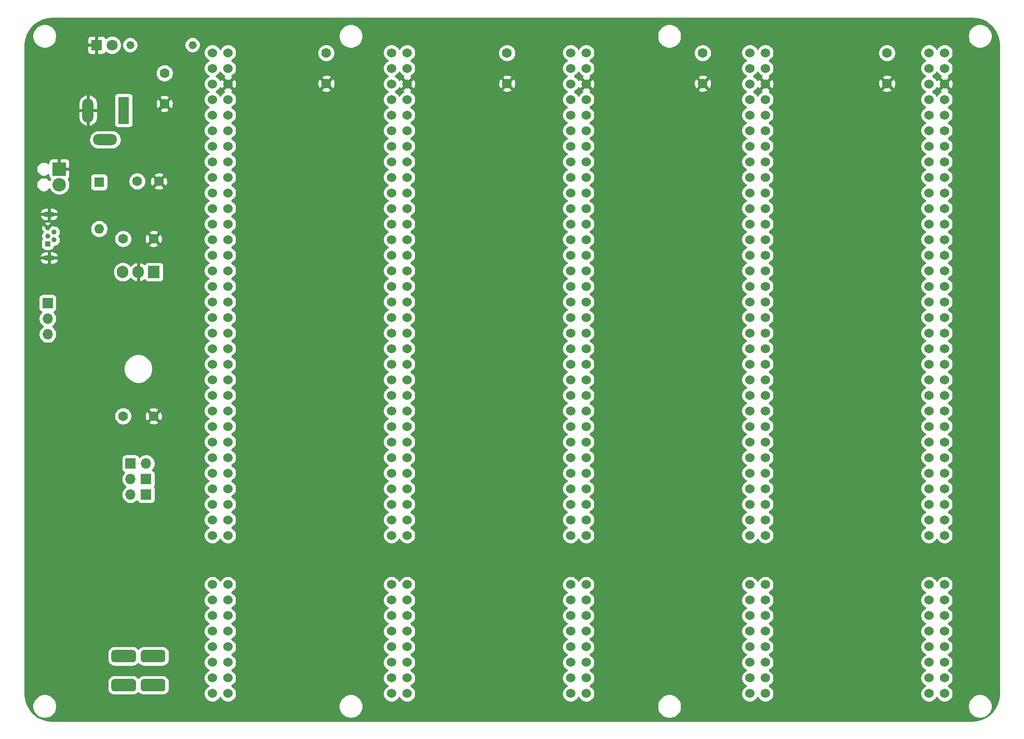
<source format=gbr>
G04 #@! TF.GenerationSoftware,KiCad,Pcbnew,(5.1.5-0-10_14)*
G04 #@! TF.CreationDate,2020-04-25T17:19:31+01:00*
G04 #@! TF.ProjectId,roscbus01,726f7363-6275-4733-9031-2e6b69636164,rev?*
G04 #@! TF.SameCoordinates,Original*
G04 #@! TF.FileFunction,Copper,L1,Top*
G04 #@! TF.FilePolarity,Positive*
%FSLAX46Y46*%
G04 Gerber Fmt 4.6, Leading zero omitted, Abs format (unit mm)*
G04 Created by KiCad (PCBNEW (5.1.5-0-10_14)) date 2020-04-25 17:19:31*
%MOMM*%
%LPD*%
G04 APERTURE LIST*
%ADD10C,1.320800*%
%ADD11O,1.700000X1.700000*%
%ADD12R,1.700000X1.700000*%
%ADD13C,1.524000*%
%ADD14O,1.905000X2.000000*%
%ADD15R,1.905000X2.000000*%
%ADD16C,0.100000*%
%ADD17C,1.800000*%
%ADD18R,1.800000X1.800000*%
%ADD19O,1.850000X0.850000*%
%ADD20C,0.840000*%
%ADD21R,0.840000X0.840000*%
%ADD22R,1.800000X4.400000*%
%ADD23O,1.800000X4.000000*%
%ADD24O,4.000000X1.800000*%
%ADD25C,2.200000*%
%ADD26R,2.200000X2.200000*%
%ADD27O,1.600000X1.600000*%
%ADD28R,1.600000X1.600000*%
%ADD29C,1.600000*%
%ADD30C,1.600200*%
%ADD31C,0.450000*%
%ADD32C,0.254000*%
G04 APERTURE END LIST*
D10*
X86360000Y-40132000D03*
X96520000Y-40132000D03*
D11*
X88955000Y-108390000D03*
D12*
X86415000Y-108390000D03*
D11*
X86415000Y-110940000D03*
D12*
X88955000Y-110940000D03*
D11*
X86415000Y-113465000D03*
D12*
X88955000Y-113465000D03*
D13*
X216607000Y-128152000D03*
X219147000Y-128152000D03*
X216607000Y-130692000D03*
X219147000Y-130692000D03*
X216607000Y-133232000D03*
X219147000Y-133232000D03*
X216607000Y-135772000D03*
X219147000Y-135772000D03*
X216607000Y-138312000D03*
X219147000Y-138312000D03*
X216607000Y-140852000D03*
X219147000Y-140852000D03*
X216607000Y-143392000D03*
X219147000Y-143392000D03*
X216607000Y-145932000D03*
X219147000Y-145932000D03*
X219147000Y-120132000D03*
X216607000Y-120132000D03*
X219147000Y-117592000D03*
X216607000Y-117592000D03*
X216607000Y-41392000D03*
X219147000Y-41392000D03*
X216607000Y-43932000D03*
X219147000Y-43932000D03*
X216607000Y-46472000D03*
X219147000Y-46472000D03*
X216607000Y-49012000D03*
X219147000Y-49012000D03*
X216607000Y-51552000D03*
X219147000Y-51552000D03*
X216607000Y-54092000D03*
X219147000Y-54092000D03*
X216607000Y-56632000D03*
X219147000Y-56632000D03*
X216607000Y-59172000D03*
X219147000Y-59172000D03*
X216607000Y-61712000D03*
X219147000Y-61712000D03*
X216607000Y-64252000D03*
X219147000Y-64252000D03*
X216607000Y-66792000D03*
X219147000Y-66792000D03*
X216607000Y-69332000D03*
X219147000Y-69332000D03*
X216607000Y-71872000D03*
X219147000Y-71872000D03*
X216607000Y-74412000D03*
X219147000Y-74412000D03*
X216607000Y-76952000D03*
X219147000Y-76952000D03*
X216607000Y-79492000D03*
X219147000Y-79492000D03*
X216607000Y-82032000D03*
X219147000Y-82032000D03*
X216607000Y-84572000D03*
X219147000Y-84572000D03*
X216607000Y-87112000D03*
X219147000Y-87112000D03*
X216607000Y-89652000D03*
X219147000Y-89652000D03*
X216607000Y-92192000D03*
X219147000Y-92192000D03*
X216607000Y-94732000D03*
X219147000Y-94732000D03*
X216607000Y-97272000D03*
X219147000Y-97272000D03*
X216607000Y-99812000D03*
X219147000Y-99812000D03*
X216607000Y-102352000D03*
X219147000Y-102352000D03*
X216607000Y-104892000D03*
X219147000Y-104892000D03*
X216607000Y-107432000D03*
X219147000Y-107432000D03*
X216607000Y-109972000D03*
X219147000Y-109972000D03*
X216607000Y-112512000D03*
X219147000Y-112512000D03*
X216607000Y-115052000D03*
X219147000Y-115052000D03*
X187397000Y-128152000D03*
X189937000Y-128152000D03*
X187397000Y-130692000D03*
X189937000Y-130692000D03*
X187397000Y-133232000D03*
X189937000Y-133232000D03*
X187397000Y-135772000D03*
X189937000Y-135772000D03*
X187397000Y-138312000D03*
X189937000Y-138312000D03*
X187397000Y-140852000D03*
X189937000Y-140852000D03*
X187397000Y-143392000D03*
X189937000Y-143392000D03*
X187397000Y-145932000D03*
X189937000Y-145932000D03*
X189937000Y-120132000D03*
X187397000Y-120132000D03*
X189937000Y-117592000D03*
X187397000Y-117592000D03*
X187397000Y-41392000D03*
X189937000Y-41392000D03*
X187397000Y-43932000D03*
X189937000Y-43932000D03*
X187397000Y-46472000D03*
X189937000Y-46472000D03*
X187397000Y-49012000D03*
X189937000Y-49012000D03*
X187397000Y-51552000D03*
X189937000Y-51552000D03*
X187397000Y-54092000D03*
X189937000Y-54092000D03*
X187397000Y-56632000D03*
X189937000Y-56632000D03*
X187397000Y-59172000D03*
X189937000Y-59172000D03*
X187397000Y-61712000D03*
X189937000Y-61712000D03*
X187397000Y-64252000D03*
X189937000Y-64252000D03*
X187397000Y-66792000D03*
X189937000Y-66792000D03*
X187397000Y-69332000D03*
X189937000Y-69332000D03*
X187397000Y-71872000D03*
X189937000Y-71872000D03*
X187397000Y-74412000D03*
X189937000Y-74412000D03*
X187397000Y-76952000D03*
X189937000Y-76952000D03*
X187397000Y-79492000D03*
X189937000Y-79492000D03*
X187397000Y-82032000D03*
X189937000Y-82032000D03*
X187397000Y-84572000D03*
X189937000Y-84572000D03*
X187397000Y-87112000D03*
X189937000Y-87112000D03*
X187397000Y-89652000D03*
X189937000Y-89652000D03*
X187397000Y-92192000D03*
X189937000Y-92192000D03*
X187397000Y-94732000D03*
X189937000Y-94732000D03*
X187397000Y-97272000D03*
X189937000Y-97272000D03*
X187397000Y-99812000D03*
X189937000Y-99812000D03*
X187397000Y-102352000D03*
X189937000Y-102352000D03*
X187397000Y-104892000D03*
X189937000Y-104892000D03*
X187397000Y-107432000D03*
X189937000Y-107432000D03*
X187397000Y-109972000D03*
X189937000Y-109972000D03*
X187397000Y-112512000D03*
X189937000Y-112512000D03*
X187397000Y-115052000D03*
X189937000Y-115052000D03*
X158187000Y-128152000D03*
X160727000Y-128152000D03*
X158187000Y-130692000D03*
X160727000Y-130692000D03*
X158187000Y-133232000D03*
X160727000Y-133232000D03*
X158187000Y-135772000D03*
X160727000Y-135772000D03*
X158187000Y-138312000D03*
X160727000Y-138312000D03*
X158187000Y-140852000D03*
X160727000Y-140852000D03*
X158187000Y-143392000D03*
X160727000Y-143392000D03*
X158187000Y-145932000D03*
X160727000Y-145932000D03*
X160727000Y-120132000D03*
X158187000Y-120132000D03*
X160727000Y-117592000D03*
X158187000Y-117592000D03*
X158187000Y-41392000D03*
X160727000Y-41392000D03*
X158187000Y-43932000D03*
X160727000Y-43932000D03*
X158187000Y-46472000D03*
X160727000Y-46472000D03*
X158187000Y-49012000D03*
X160727000Y-49012000D03*
X158187000Y-51552000D03*
X160727000Y-51552000D03*
X158187000Y-54092000D03*
X160727000Y-54092000D03*
X158187000Y-56632000D03*
X160727000Y-56632000D03*
X158187000Y-59172000D03*
X160727000Y-59172000D03*
X158187000Y-61712000D03*
X160727000Y-61712000D03*
X158187000Y-64252000D03*
X160727000Y-64252000D03*
X158187000Y-66792000D03*
X160727000Y-66792000D03*
X158187000Y-69332000D03*
X160727000Y-69332000D03*
X158187000Y-71872000D03*
X160727000Y-71872000D03*
X158187000Y-74412000D03*
X160727000Y-74412000D03*
X158187000Y-76952000D03*
X160727000Y-76952000D03*
X158187000Y-79492000D03*
X160727000Y-79492000D03*
X158187000Y-82032000D03*
X160727000Y-82032000D03*
X158187000Y-84572000D03*
X160727000Y-84572000D03*
X158187000Y-87112000D03*
X160727000Y-87112000D03*
X158187000Y-89652000D03*
X160727000Y-89652000D03*
X158187000Y-92192000D03*
X160727000Y-92192000D03*
X158187000Y-94732000D03*
X160727000Y-94732000D03*
X158187000Y-97272000D03*
X160727000Y-97272000D03*
X158187000Y-99812000D03*
X160727000Y-99812000D03*
X158187000Y-102352000D03*
X160727000Y-102352000D03*
X158187000Y-104892000D03*
X160727000Y-104892000D03*
X158187000Y-107432000D03*
X160727000Y-107432000D03*
X158187000Y-109972000D03*
X160727000Y-109972000D03*
X158187000Y-112512000D03*
X160727000Y-112512000D03*
X158187000Y-115052000D03*
X160727000Y-115052000D03*
X128977000Y-128152000D03*
X131517000Y-128152000D03*
X128977000Y-130692000D03*
X131517000Y-130692000D03*
X128977000Y-133232000D03*
X131517000Y-133232000D03*
X128977000Y-135772000D03*
X131517000Y-135772000D03*
X128977000Y-138312000D03*
X131517000Y-138312000D03*
X128977000Y-140852000D03*
X131517000Y-140852000D03*
X128977000Y-143392000D03*
X131517000Y-143392000D03*
X128977000Y-145932000D03*
X131517000Y-145932000D03*
X131517000Y-120132000D03*
X128977000Y-120132000D03*
X131517000Y-117592000D03*
X128977000Y-117592000D03*
X128977000Y-41392000D03*
X131517000Y-41392000D03*
X128977000Y-43932000D03*
X131517000Y-43932000D03*
X128977000Y-46472000D03*
X131517000Y-46472000D03*
X128977000Y-49012000D03*
X131517000Y-49012000D03*
X128977000Y-51552000D03*
X131517000Y-51552000D03*
X128977000Y-54092000D03*
X131517000Y-54092000D03*
X128977000Y-56632000D03*
X131517000Y-56632000D03*
X128977000Y-59172000D03*
X131517000Y-59172000D03*
X128977000Y-61712000D03*
X131517000Y-61712000D03*
X128977000Y-64252000D03*
X131517000Y-64252000D03*
X128977000Y-66792000D03*
X131517000Y-66792000D03*
X128977000Y-69332000D03*
X131517000Y-69332000D03*
X128977000Y-71872000D03*
X131517000Y-71872000D03*
X128977000Y-74412000D03*
X131517000Y-74412000D03*
X128977000Y-76952000D03*
X131517000Y-76952000D03*
X128977000Y-79492000D03*
X131517000Y-79492000D03*
X128977000Y-82032000D03*
X131517000Y-82032000D03*
X128977000Y-84572000D03*
X131517000Y-84572000D03*
X128977000Y-87112000D03*
X131517000Y-87112000D03*
X128977000Y-89652000D03*
X131517000Y-89652000D03*
X128977000Y-92192000D03*
X131517000Y-92192000D03*
X128977000Y-94732000D03*
X131517000Y-94732000D03*
X128977000Y-97272000D03*
X131517000Y-97272000D03*
X128977000Y-99812000D03*
X131517000Y-99812000D03*
X128977000Y-102352000D03*
X131517000Y-102352000D03*
X128977000Y-104892000D03*
X131517000Y-104892000D03*
X128977000Y-107432000D03*
X131517000Y-107432000D03*
X128977000Y-109972000D03*
X131517000Y-109972000D03*
X128977000Y-112512000D03*
X131517000Y-112512000D03*
X128977000Y-115052000D03*
X131517000Y-115052000D03*
X99767000Y-128152000D03*
X102307000Y-128152000D03*
X99767000Y-130692000D03*
X102307000Y-130692000D03*
X99767000Y-133232000D03*
X102307000Y-133232000D03*
X99767000Y-135772000D03*
X102307000Y-135772000D03*
X99767000Y-138312000D03*
X102307000Y-138312000D03*
X99767000Y-140852000D03*
X102307000Y-140852000D03*
X99767000Y-143392000D03*
X102307000Y-143392000D03*
X99767000Y-145932000D03*
X102307000Y-145932000D03*
X102307000Y-120132000D03*
X99767000Y-120132000D03*
X102307000Y-117592000D03*
X99767000Y-117592000D03*
X99767000Y-41392000D03*
X102307000Y-41392000D03*
X99767000Y-43932000D03*
X102307000Y-43932000D03*
X99767000Y-46472000D03*
X102307000Y-46472000D03*
X99767000Y-49012000D03*
X102307000Y-49012000D03*
X99767000Y-51552000D03*
X102307000Y-51552000D03*
X99767000Y-54092000D03*
X102307000Y-54092000D03*
X99767000Y-56632000D03*
X102307000Y-56632000D03*
X99767000Y-59172000D03*
X102307000Y-59172000D03*
X99767000Y-61712000D03*
X102307000Y-61712000D03*
X99767000Y-64252000D03*
X102307000Y-64252000D03*
X99767000Y-66792000D03*
X102307000Y-66792000D03*
X99767000Y-69332000D03*
X102307000Y-69332000D03*
X99767000Y-71872000D03*
X102307000Y-71872000D03*
X99767000Y-74412000D03*
X102307000Y-74412000D03*
X99767000Y-76952000D03*
X102307000Y-76952000D03*
X99767000Y-79492000D03*
X102307000Y-79492000D03*
X99767000Y-82032000D03*
X102307000Y-82032000D03*
X99767000Y-84572000D03*
X102307000Y-84572000D03*
X99767000Y-87112000D03*
X102307000Y-87112000D03*
X99767000Y-89652000D03*
X102307000Y-89652000D03*
X99767000Y-92192000D03*
X102307000Y-92192000D03*
X99767000Y-94732000D03*
X102307000Y-94732000D03*
X99767000Y-97272000D03*
X102307000Y-97272000D03*
X99767000Y-99812000D03*
X102307000Y-99812000D03*
X99767000Y-102352000D03*
X102307000Y-102352000D03*
X99767000Y-104892000D03*
X102307000Y-104892000D03*
X99767000Y-107432000D03*
X102307000Y-107432000D03*
X99767000Y-109972000D03*
X102307000Y-109972000D03*
X99767000Y-112512000D03*
X102307000Y-112512000D03*
X99767000Y-115052000D03*
X102307000Y-115052000D03*
D14*
X85150000Y-77145000D03*
X87690000Y-77145000D03*
D15*
X90230000Y-77145000D03*
G04 #@! TA.AperFunction,ComponentPad*
D16*
G36*
X91644009Y-138832408D02*
G01*
X91692545Y-138839607D01*
X91740142Y-138851530D01*
X91786342Y-138868060D01*
X91830698Y-138889039D01*
X91872785Y-138914265D01*
X91912197Y-138943495D01*
X91948553Y-138976447D01*
X91981505Y-139012803D01*
X92010735Y-139052215D01*
X92035961Y-139094302D01*
X92056940Y-139138658D01*
X92073470Y-139184858D01*
X92085393Y-139232455D01*
X92092592Y-139280991D01*
X92095000Y-139330000D01*
X92095000Y-140330000D01*
X92092592Y-140379009D01*
X92085393Y-140427545D01*
X92073470Y-140475142D01*
X92056940Y-140521342D01*
X92035961Y-140565698D01*
X92010735Y-140607785D01*
X91981505Y-140647197D01*
X91948553Y-140683553D01*
X91912197Y-140716505D01*
X91872785Y-140745735D01*
X91830698Y-140770961D01*
X91786342Y-140791940D01*
X91740142Y-140808470D01*
X91692545Y-140820393D01*
X91644009Y-140827592D01*
X91595000Y-140830000D01*
X88595000Y-140830000D01*
X88545991Y-140827592D01*
X88497455Y-140820393D01*
X88449858Y-140808470D01*
X88403658Y-140791940D01*
X88359302Y-140770961D01*
X88317215Y-140745735D01*
X88277803Y-140716505D01*
X88241447Y-140683553D01*
X88208495Y-140647197D01*
X88179265Y-140607785D01*
X88154039Y-140565698D01*
X88133060Y-140521342D01*
X88116530Y-140475142D01*
X88104607Y-140427545D01*
X88097408Y-140379009D01*
X88095000Y-140330000D01*
X88095000Y-139330000D01*
X88097408Y-139280991D01*
X88104607Y-139232455D01*
X88116530Y-139184858D01*
X88133060Y-139138658D01*
X88154039Y-139094302D01*
X88179265Y-139052215D01*
X88208495Y-139012803D01*
X88241447Y-138976447D01*
X88277803Y-138943495D01*
X88317215Y-138914265D01*
X88359302Y-138889039D01*
X88403658Y-138868060D01*
X88449858Y-138851530D01*
X88497455Y-138839607D01*
X88545991Y-138832408D01*
X88595000Y-138830000D01*
X91595000Y-138830000D01*
X91644009Y-138832408D01*
G37*
G04 #@! TD.AperFunction*
G04 #@! TA.AperFunction,ComponentPad*
G36*
X86844009Y-138832408D02*
G01*
X86892545Y-138839607D01*
X86940142Y-138851530D01*
X86986342Y-138868060D01*
X87030698Y-138889039D01*
X87072785Y-138914265D01*
X87112197Y-138943495D01*
X87148553Y-138976447D01*
X87181505Y-139012803D01*
X87210735Y-139052215D01*
X87235961Y-139094302D01*
X87256940Y-139138658D01*
X87273470Y-139184858D01*
X87285393Y-139232455D01*
X87292592Y-139280991D01*
X87295000Y-139330000D01*
X87295000Y-140330000D01*
X87292592Y-140379009D01*
X87285393Y-140427545D01*
X87273470Y-140475142D01*
X87256940Y-140521342D01*
X87235961Y-140565698D01*
X87210735Y-140607785D01*
X87181505Y-140647197D01*
X87148553Y-140683553D01*
X87112197Y-140716505D01*
X87072785Y-140745735D01*
X87030698Y-140770961D01*
X86986342Y-140791940D01*
X86940142Y-140808470D01*
X86892545Y-140820393D01*
X86844009Y-140827592D01*
X86795000Y-140830000D01*
X83795000Y-140830000D01*
X83745991Y-140827592D01*
X83697455Y-140820393D01*
X83649858Y-140808470D01*
X83603658Y-140791940D01*
X83559302Y-140770961D01*
X83517215Y-140745735D01*
X83477803Y-140716505D01*
X83441447Y-140683553D01*
X83408495Y-140647197D01*
X83379265Y-140607785D01*
X83354039Y-140565698D01*
X83333060Y-140521342D01*
X83316530Y-140475142D01*
X83304607Y-140427545D01*
X83297408Y-140379009D01*
X83295000Y-140330000D01*
X83295000Y-139330000D01*
X83297408Y-139280991D01*
X83304607Y-139232455D01*
X83316530Y-139184858D01*
X83333060Y-139138658D01*
X83354039Y-139094302D01*
X83379265Y-139052215D01*
X83408495Y-139012803D01*
X83441447Y-138976447D01*
X83477803Y-138943495D01*
X83517215Y-138914265D01*
X83559302Y-138889039D01*
X83603658Y-138868060D01*
X83649858Y-138851530D01*
X83697455Y-138839607D01*
X83745991Y-138832408D01*
X83795000Y-138830000D01*
X86795000Y-138830000D01*
X86844009Y-138832408D01*
G37*
G04 #@! TD.AperFunction*
G04 #@! TA.AperFunction,ComponentPad*
G36*
X86844009Y-143562408D02*
G01*
X86892545Y-143569607D01*
X86940142Y-143581530D01*
X86986342Y-143598060D01*
X87030698Y-143619039D01*
X87072785Y-143644265D01*
X87112197Y-143673495D01*
X87148553Y-143706447D01*
X87181505Y-143742803D01*
X87210735Y-143782215D01*
X87235961Y-143824302D01*
X87256940Y-143868658D01*
X87273470Y-143914858D01*
X87285393Y-143962455D01*
X87292592Y-144010991D01*
X87295000Y-144060000D01*
X87295000Y-145060000D01*
X87292592Y-145109009D01*
X87285393Y-145157545D01*
X87273470Y-145205142D01*
X87256940Y-145251342D01*
X87235961Y-145295698D01*
X87210735Y-145337785D01*
X87181505Y-145377197D01*
X87148553Y-145413553D01*
X87112197Y-145446505D01*
X87072785Y-145475735D01*
X87030698Y-145500961D01*
X86986342Y-145521940D01*
X86940142Y-145538470D01*
X86892545Y-145550393D01*
X86844009Y-145557592D01*
X86795000Y-145560000D01*
X83795000Y-145560000D01*
X83745991Y-145557592D01*
X83697455Y-145550393D01*
X83649858Y-145538470D01*
X83603658Y-145521940D01*
X83559302Y-145500961D01*
X83517215Y-145475735D01*
X83477803Y-145446505D01*
X83441447Y-145413553D01*
X83408495Y-145377197D01*
X83379265Y-145337785D01*
X83354039Y-145295698D01*
X83333060Y-145251342D01*
X83316530Y-145205142D01*
X83304607Y-145157545D01*
X83297408Y-145109009D01*
X83295000Y-145060000D01*
X83295000Y-144060000D01*
X83297408Y-144010991D01*
X83304607Y-143962455D01*
X83316530Y-143914858D01*
X83333060Y-143868658D01*
X83354039Y-143824302D01*
X83379265Y-143782215D01*
X83408495Y-143742803D01*
X83441447Y-143706447D01*
X83477803Y-143673495D01*
X83517215Y-143644265D01*
X83559302Y-143619039D01*
X83603658Y-143598060D01*
X83649858Y-143581530D01*
X83697455Y-143569607D01*
X83745991Y-143562408D01*
X83795000Y-143560000D01*
X86795000Y-143560000D01*
X86844009Y-143562408D01*
G37*
G04 #@! TD.AperFunction*
G04 #@! TA.AperFunction,ComponentPad*
G36*
X91644009Y-143562408D02*
G01*
X91692545Y-143569607D01*
X91740142Y-143581530D01*
X91786342Y-143598060D01*
X91830698Y-143619039D01*
X91872785Y-143644265D01*
X91912197Y-143673495D01*
X91948553Y-143706447D01*
X91981505Y-143742803D01*
X92010735Y-143782215D01*
X92035961Y-143824302D01*
X92056940Y-143868658D01*
X92073470Y-143914858D01*
X92085393Y-143962455D01*
X92092592Y-144010991D01*
X92095000Y-144060000D01*
X92095000Y-145060000D01*
X92092592Y-145109009D01*
X92085393Y-145157545D01*
X92073470Y-145205142D01*
X92056940Y-145251342D01*
X92035961Y-145295698D01*
X92010735Y-145337785D01*
X91981505Y-145377197D01*
X91948553Y-145413553D01*
X91912197Y-145446505D01*
X91872785Y-145475735D01*
X91830698Y-145500961D01*
X91786342Y-145521940D01*
X91740142Y-145538470D01*
X91692545Y-145550393D01*
X91644009Y-145557592D01*
X91595000Y-145560000D01*
X88595000Y-145560000D01*
X88545991Y-145557592D01*
X88497455Y-145550393D01*
X88449858Y-145538470D01*
X88403658Y-145521940D01*
X88359302Y-145500961D01*
X88317215Y-145475735D01*
X88277803Y-145446505D01*
X88241447Y-145413553D01*
X88208495Y-145377197D01*
X88179265Y-145337785D01*
X88154039Y-145295698D01*
X88133060Y-145251342D01*
X88116530Y-145205142D01*
X88104607Y-145157545D01*
X88097408Y-145109009D01*
X88095000Y-145060000D01*
X88095000Y-144060000D01*
X88097408Y-144010991D01*
X88104607Y-143962455D01*
X88116530Y-143914858D01*
X88133060Y-143868658D01*
X88154039Y-143824302D01*
X88179265Y-143782215D01*
X88208495Y-143742803D01*
X88241447Y-143706447D01*
X88277803Y-143673495D01*
X88317215Y-143644265D01*
X88359302Y-143619039D01*
X88403658Y-143598060D01*
X88449858Y-143581530D01*
X88497455Y-143569607D01*
X88545991Y-143562408D01*
X88595000Y-143560000D01*
X91595000Y-143560000D01*
X91644009Y-143562408D01*
G37*
G04 #@! TD.AperFunction*
D17*
X83425000Y-40140000D03*
D18*
X80885000Y-40140000D03*
D19*
X73135000Y-67715000D03*
X73135000Y-74865000D03*
D20*
X72915000Y-69990000D03*
X73915000Y-70640000D03*
X72915000Y-71290000D03*
X73915000Y-71940000D03*
D21*
X72915000Y-72590000D03*
D22*
X85285000Y-50780000D03*
D23*
X79485000Y-50780000D03*
D24*
X82285000Y-55580000D03*
D25*
X74785000Y-62890000D03*
D26*
X74785000Y-60350000D03*
D11*
X72920000Y-87310000D03*
X72920000Y-84770000D03*
D12*
X72920000Y-82230000D03*
D27*
X81280000Y-70104000D03*
D28*
X81280000Y-62484000D03*
D29*
X90190000Y-71730000D03*
X85190000Y-71730000D03*
X90190000Y-100660000D03*
X85190000Y-100660000D03*
X91948000Y-49704000D03*
X91948000Y-44704000D03*
X118325000Y-46425000D03*
X118325000Y-41425000D03*
X147810000Y-46415000D03*
X147810000Y-41415000D03*
X179720000Y-46415000D03*
X179720000Y-41415000D03*
X209760000Y-46415000D03*
X209760000Y-41415000D03*
D30*
X91038000Y-62365000D03*
X87482000Y-62365000D03*
D31*
X85150000Y-71770000D02*
X85190000Y-71730000D01*
D32*
G36*
X224489801Y-35844988D02*
G01*
X225220745Y-36044951D01*
X225904728Y-36371194D01*
X226520123Y-36813400D01*
X227047489Y-37357600D01*
X227470150Y-37986586D01*
X227774746Y-38680475D01*
X227952869Y-39422413D01*
X228000000Y-40064207D01*
X228000001Y-146060596D01*
X227930012Y-146844801D01*
X227730048Y-147575747D01*
X227403806Y-148259727D01*
X226961600Y-148875123D01*
X226417400Y-149402489D01*
X225788414Y-149825150D01*
X225094525Y-150129746D01*
X224352588Y-150307869D01*
X223710793Y-150355000D01*
X73539393Y-150355000D01*
X72755199Y-150285012D01*
X72024253Y-150085048D01*
X71340273Y-149758806D01*
X70724877Y-149316600D01*
X70197511Y-148772400D01*
X69774850Y-148143414D01*
X69626075Y-147804495D01*
X70425000Y-147804495D01*
X70425000Y-148195505D01*
X70501282Y-148579003D01*
X70650915Y-148940250D01*
X70868149Y-149265364D01*
X71144636Y-149541851D01*
X71469750Y-149759085D01*
X71830997Y-149908718D01*
X72214495Y-149985000D01*
X72605505Y-149985000D01*
X72989003Y-149908718D01*
X73350250Y-149759085D01*
X73675364Y-149541851D01*
X73951851Y-149265364D01*
X74169085Y-148940250D01*
X74318718Y-148579003D01*
X74395000Y-148195505D01*
X74395000Y-147804495D01*
X120351666Y-147804495D01*
X120351666Y-148195505D01*
X120427948Y-148579003D01*
X120577581Y-148940250D01*
X120794815Y-149265364D01*
X121071302Y-149541851D01*
X121396416Y-149759085D01*
X121757663Y-149908718D01*
X122141161Y-149985000D01*
X122532171Y-149985000D01*
X122915669Y-149908718D01*
X123276916Y-149759085D01*
X123602030Y-149541851D01*
X123878517Y-149265364D01*
X124095751Y-148940250D01*
X124245384Y-148579003D01*
X124321666Y-148195505D01*
X124321666Y-147804495D01*
X172291666Y-147804495D01*
X172291666Y-148195505D01*
X172367948Y-148579003D01*
X172517581Y-148940250D01*
X172734815Y-149265364D01*
X173011302Y-149541851D01*
X173336416Y-149759085D01*
X173697663Y-149908718D01*
X174081161Y-149985000D01*
X174472171Y-149985000D01*
X174855669Y-149908718D01*
X175216916Y-149759085D01*
X175542030Y-149541851D01*
X175818517Y-149265364D01*
X176035751Y-148940250D01*
X176185384Y-148579003D01*
X176261666Y-148195505D01*
X176261666Y-147804495D01*
X222935000Y-147804495D01*
X222935000Y-148195505D01*
X223011282Y-148579003D01*
X223160915Y-148940250D01*
X223378149Y-149265364D01*
X223654636Y-149541851D01*
X223979750Y-149759085D01*
X224340997Y-149908718D01*
X224724495Y-149985000D01*
X225115505Y-149985000D01*
X225499003Y-149908718D01*
X225860250Y-149759085D01*
X226185364Y-149541851D01*
X226461851Y-149265364D01*
X226679085Y-148940250D01*
X226828718Y-148579003D01*
X226905000Y-148195505D01*
X226905000Y-147804495D01*
X226828718Y-147420997D01*
X226679085Y-147059750D01*
X226461851Y-146734636D01*
X226185364Y-146458149D01*
X225860250Y-146240915D01*
X225499003Y-146091282D01*
X225115505Y-146015000D01*
X224724495Y-146015000D01*
X224340997Y-146091282D01*
X223979750Y-146240915D01*
X223654636Y-146458149D01*
X223378149Y-146734636D01*
X223160915Y-147059750D01*
X223011282Y-147420997D01*
X222935000Y-147804495D01*
X176261666Y-147804495D01*
X176185384Y-147420997D01*
X176035751Y-147059750D01*
X175818517Y-146734636D01*
X175542030Y-146458149D01*
X175216916Y-146240915D01*
X174855669Y-146091282D01*
X174472171Y-146015000D01*
X174081161Y-146015000D01*
X173697663Y-146091282D01*
X173336416Y-146240915D01*
X173011302Y-146458149D01*
X172734815Y-146734636D01*
X172517581Y-147059750D01*
X172367948Y-147420997D01*
X172291666Y-147804495D01*
X124321666Y-147804495D01*
X124245384Y-147420997D01*
X124095751Y-147059750D01*
X123878517Y-146734636D01*
X123602030Y-146458149D01*
X123276916Y-146240915D01*
X122915669Y-146091282D01*
X122532171Y-146015000D01*
X122141161Y-146015000D01*
X121757663Y-146091282D01*
X121396416Y-146240915D01*
X121071302Y-146458149D01*
X120794815Y-146734636D01*
X120577581Y-147059750D01*
X120427948Y-147420997D01*
X120351666Y-147804495D01*
X74395000Y-147804495D01*
X74318718Y-147420997D01*
X74169085Y-147059750D01*
X73951851Y-146734636D01*
X73675364Y-146458149D01*
X73350250Y-146240915D01*
X72989003Y-146091282D01*
X72605505Y-146015000D01*
X72214495Y-146015000D01*
X71830997Y-146091282D01*
X71469750Y-146240915D01*
X71144636Y-146458149D01*
X70868149Y-146734636D01*
X70650915Y-147059750D01*
X70501282Y-147420997D01*
X70425000Y-147804495D01*
X69626075Y-147804495D01*
X69470254Y-147449525D01*
X69292131Y-146707588D01*
X69245000Y-146065793D01*
X69245000Y-144060000D01*
X82656928Y-144060000D01*
X82656928Y-145060000D01*
X82678796Y-145282027D01*
X82743559Y-145495521D01*
X82848728Y-145692279D01*
X82990262Y-145864738D01*
X83162721Y-146006272D01*
X83359479Y-146111441D01*
X83572973Y-146176204D01*
X83795000Y-146198072D01*
X86795000Y-146198072D01*
X87017027Y-146176204D01*
X87230521Y-146111441D01*
X87427279Y-146006272D01*
X87599738Y-145864738D01*
X87695000Y-145748661D01*
X87790262Y-145864738D01*
X87962721Y-146006272D01*
X88159479Y-146111441D01*
X88372973Y-146176204D01*
X88595000Y-146198072D01*
X91595000Y-146198072D01*
X91817027Y-146176204D01*
X92030521Y-146111441D01*
X92227279Y-146006272D01*
X92399738Y-145864738D01*
X92541272Y-145692279D01*
X92646441Y-145495521D01*
X92711204Y-145282027D01*
X92733072Y-145060000D01*
X92733072Y-144060000D01*
X92711204Y-143837973D01*
X92646441Y-143624479D01*
X92541272Y-143427721D01*
X92399738Y-143255262D01*
X92227279Y-143113728D01*
X92030521Y-143008559D01*
X91817027Y-142943796D01*
X91595000Y-142921928D01*
X88595000Y-142921928D01*
X88372973Y-142943796D01*
X88159479Y-143008559D01*
X87962721Y-143113728D01*
X87790262Y-143255262D01*
X87695000Y-143371339D01*
X87599738Y-143255262D01*
X87427279Y-143113728D01*
X87230521Y-143008559D01*
X87017027Y-142943796D01*
X86795000Y-142921928D01*
X83795000Y-142921928D01*
X83572973Y-142943796D01*
X83359479Y-143008559D01*
X83162721Y-143113728D01*
X82990262Y-143255262D01*
X82848728Y-143427721D01*
X82743559Y-143624479D01*
X82678796Y-143837973D01*
X82656928Y-144060000D01*
X69245000Y-144060000D01*
X69245000Y-139330000D01*
X82656928Y-139330000D01*
X82656928Y-140330000D01*
X82678796Y-140552027D01*
X82743559Y-140765521D01*
X82848728Y-140962279D01*
X82990262Y-141134738D01*
X83162721Y-141276272D01*
X83359479Y-141381441D01*
X83572973Y-141446204D01*
X83795000Y-141468072D01*
X86795000Y-141468072D01*
X87017027Y-141446204D01*
X87230521Y-141381441D01*
X87427279Y-141276272D01*
X87599738Y-141134738D01*
X87695000Y-141018661D01*
X87790262Y-141134738D01*
X87962721Y-141276272D01*
X88159479Y-141381441D01*
X88372973Y-141446204D01*
X88595000Y-141468072D01*
X91595000Y-141468072D01*
X91817027Y-141446204D01*
X92030521Y-141381441D01*
X92227279Y-141276272D01*
X92399738Y-141134738D01*
X92541272Y-140962279D01*
X92646441Y-140765521D01*
X92711204Y-140552027D01*
X92733072Y-140330000D01*
X92733072Y-139330000D01*
X92711204Y-139107973D01*
X92646441Y-138894479D01*
X92541272Y-138697721D01*
X92399738Y-138525262D01*
X92227279Y-138383728D01*
X92030521Y-138278559D01*
X91817027Y-138213796D01*
X91595000Y-138191928D01*
X88595000Y-138191928D01*
X88372973Y-138213796D01*
X88159479Y-138278559D01*
X87962721Y-138383728D01*
X87790262Y-138525262D01*
X87695000Y-138641339D01*
X87599738Y-138525262D01*
X87427279Y-138383728D01*
X87230521Y-138278559D01*
X87017027Y-138213796D01*
X86795000Y-138191928D01*
X83795000Y-138191928D01*
X83572973Y-138213796D01*
X83359479Y-138278559D01*
X83162721Y-138383728D01*
X82990262Y-138525262D01*
X82848728Y-138697721D01*
X82743559Y-138894479D01*
X82678796Y-139107973D01*
X82656928Y-139330000D01*
X69245000Y-139330000D01*
X69245000Y-128014408D01*
X98370000Y-128014408D01*
X98370000Y-128289592D01*
X98423686Y-128559490D01*
X98528995Y-128813727D01*
X98681880Y-129042535D01*
X98876465Y-129237120D01*
X99105273Y-129390005D01*
X99182515Y-129422000D01*
X99105273Y-129453995D01*
X98876465Y-129606880D01*
X98681880Y-129801465D01*
X98528995Y-130030273D01*
X98423686Y-130284510D01*
X98370000Y-130554408D01*
X98370000Y-130829592D01*
X98423686Y-131099490D01*
X98528995Y-131353727D01*
X98681880Y-131582535D01*
X98876465Y-131777120D01*
X99105273Y-131930005D01*
X99182515Y-131962000D01*
X99105273Y-131993995D01*
X98876465Y-132146880D01*
X98681880Y-132341465D01*
X98528995Y-132570273D01*
X98423686Y-132824510D01*
X98370000Y-133094408D01*
X98370000Y-133369592D01*
X98423686Y-133639490D01*
X98528995Y-133893727D01*
X98681880Y-134122535D01*
X98876465Y-134317120D01*
X99105273Y-134470005D01*
X99182515Y-134502000D01*
X99105273Y-134533995D01*
X98876465Y-134686880D01*
X98681880Y-134881465D01*
X98528995Y-135110273D01*
X98423686Y-135364510D01*
X98370000Y-135634408D01*
X98370000Y-135909592D01*
X98423686Y-136179490D01*
X98528995Y-136433727D01*
X98681880Y-136662535D01*
X98876465Y-136857120D01*
X99105273Y-137010005D01*
X99182515Y-137042000D01*
X99105273Y-137073995D01*
X98876465Y-137226880D01*
X98681880Y-137421465D01*
X98528995Y-137650273D01*
X98423686Y-137904510D01*
X98370000Y-138174408D01*
X98370000Y-138449592D01*
X98423686Y-138719490D01*
X98528995Y-138973727D01*
X98681880Y-139202535D01*
X98876465Y-139397120D01*
X99105273Y-139550005D01*
X99182515Y-139582000D01*
X99105273Y-139613995D01*
X98876465Y-139766880D01*
X98681880Y-139961465D01*
X98528995Y-140190273D01*
X98423686Y-140444510D01*
X98370000Y-140714408D01*
X98370000Y-140989592D01*
X98423686Y-141259490D01*
X98528995Y-141513727D01*
X98681880Y-141742535D01*
X98876465Y-141937120D01*
X99105273Y-142090005D01*
X99182515Y-142122000D01*
X99105273Y-142153995D01*
X98876465Y-142306880D01*
X98681880Y-142501465D01*
X98528995Y-142730273D01*
X98423686Y-142984510D01*
X98370000Y-143254408D01*
X98370000Y-143529592D01*
X98423686Y-143799490D01*
X98528995Y-144053727D01*
X98681880Y-144282535D01*
X98876465Y-144477120D01*
X99105273Y-144630005D01*
X99182515Y-144662000D01*
X99105273Y-144693995D01*
X98876465Y-144846880D01*
X98681880Y-145041465D01*
X98528995Y-145270273D01*
X98423686Y-145524510D01*
X98370000Y-145794408D01*
X98370000Y-146069592D01*
X98423686Y-146339490D01*
X98528995Y-146593727D01*
X98681880Y-146822535D01*
X98876465Y-147017120D01*
X99105273Y-147170005D01*
X99359510Y-147275314D01*
X99629408Y-147329000D01*
X99904592Y-147329000D01*
X100174490Y-147275314D01*
X100428727Y-147170005D01*
X100657535Y-147017120D01*
X100852120Y-146822535D01*
X101005005Y-146593727D01*
X101037000Y-146516485D01*
X101068995Y-146593727D01*
X101221880Y-146822535D01*
X101416465Y-147017120D01*
X101645273Y-147170005D01*
X101899510Y-147275314D01*
X102169408Y-147329000D01*
X102444592Y-147329000D01*
X102714490Y-147275314D01*
X102968727Y-147170005D01*
X103197535Y-147017120D01*
X103392120Y-146822535D01*
X103545005Y-146593727D01*
X103650314Y-146339490D01*
X103704000Y-146069592D01*
X103704000Y-145794408D01*
X103650314Y-145524510D01*
X103545005Y-145270273D01*
X103392120Y-145041465D01*
X103197535Y-144846880D01*
X102968727Y-144693995D01*
X102891485Y-144662000D01*
X102968727Y-144630005D01*
X103197535Y-144477120D01*
X103392120Y-144282535D01*
X103545005Y-144053727D01*
X103650314Y-143799490D01*
X103704000Y-143529592D01*
X103704000Y-143254408D01*
X103650314Y-142984510D01*
X103545005Y-142730273D01*
X103392120Y-142501465D01*
X103197535Y-142306880D01*
X102968727Y-142153995D01*
X102891485Y-142122000D01*
X102968727Y-142090005D01*
X103197535Y-141937120D01*
X103392120Y-141742535D01*
X103545005Y-141513727D01*
X103650314Y-141259490D01*
X103704000Y-140989592D01*
X103704000Y-140714408D01*
X103650314Y-140444510D01*
X103545005Y-140190273D01*
X103392120Y-139961465D01*
X103197535Y-139766880D01*
X102968727Y-139613995D01*
X102891485Y-139582000D01*
X102968727Y-139550005D01*
X103197535Y-139397120D01*
X103392120Y-139202535D01*
X103545005Y-138973727D01*
X103650314Y-138719490D01*
X103704000Y-138449592D01*
X103704000Y-138174408D01*
X103650314Y-137904510D01*
X103545005Y-137650273D01*
X103392120Y-137421465D01*
X103197535Y-137226880D01*
X102968727Y-137073995D01*
X102891485Y-137042000D01*
X102968727Y-137010005D01*
X103197535Y-136857120D01*
X103392120Y-136662535D01*
X103545005Y-136433727D01*
X103650314Y-136179490D01*
X103704000Y-135909592D01*
X103704000Y-135634408D01*
X103650314Y-135364510D01*
X103545005Y-135110273D01*
X103392120Y-134881465D01*
X103197535Y-134686880D01*
X102968727Y-134533995D01*
X102891485Y-134502000D01*
X102968727Y-134470005D01*
X103197535Y-134317120D01*
X103392120Y-134122535D01*
X103545005Y-133893727D01*
X103650314Y-133639490D01*
X103704000Y-133369592D01*
X103704000Y-133094408D01*
X103650314Y-132824510D01*
X103545005Y-132570273D01*
X103392120Y-132341465D01*
X103197535Y-132146880D01*
X102968727Y-131993995D01*
X102891485Y-131962000D01*
X102968727Y-131930005D01*
X103197535Y-131777120D01*
X103392120Y-131582535D01*
X103545005Y-131353727D01*
X103650314Y-131099490D01*
X103704000Y-130829592D01*
X103704000Y-130554408D01*
X103650314Y-130284510D01*
X103545005Y-130030273D01*
X103392120Y-129801465D01*
X103197535Y-129606880D01*
X102968727Y-129453995D01*
X102891485Y-129422000D01*
X102968727Y-129390005D01*
X103197535Y-129237120D01*
X103392120Y-129042535D01*
X103545005Y-128813727D01*
X103650314Y-128559490D01*
X103704000Y-128289592D01*
X103704000Y-128014408D01*
X127580000Y-128014408D01*
X127580000Y-128289592D01*
X127633686Y-128559490D01*
X127738995Y-128813727D01*
X127891880Y-129042535D01*
X128086465Y-129237120D01*
X128315273Y-129390005D01*
X128392515Y-129422000D01*
X128315273Y-129453995D01*
X128086465Y-129606880D01*
X127891880Y-129801465D01*
X127738995Y-130030273D01*
X127633686Y-130284510D01*
X127580000Y-130554408D01*
X127580000Y-130829592D01*
X127633686Y-131099490D01*
X127738995Y-131353727D01*
X127891880Y-131582535D01*
X128086465Y-131777120D01*
X128315273Y-131930005D01*
X128392515Y-131962000D01*
X128315273Y-131993995D01*
X128086465Y-132146880D01*
X127891880Y-132341465D01*
X127738995Y-132570273D01*
X127633686Y-132824510D01*
X127580000Y-133094408D01*
X127580000Y-133369592D01*
X127633686Y-133639490D01*
X127738995Y-133893727D01*
X127891880Y-134122535D01*
X128086465Y-134317120D01*
X128315273Y-134470005D01*
X128392515Y-134502000D01*
X128315273Y-134533995D01*
X128086465Y-134686880D01*
X127891880Y-134881465D01*
X127738995Y-135110273D01*
X127633686Y-135364510D01*
X127580000Y-135634408D01*
X127580000Y-135909592D01*
X127633686Y-136179490D01*
X127738995Y-136433727D01*
X127891880Y-136662535D01*
X128086465Y-136857120D01*
X128315273Y-137010005D01*
X128392515Y-137042000D01*
X128315273Y-137073995D01*
X128086465Y-137226880D01*
X127891880Y-137421465D01*
X127738995Y-137650273D01*
X127633686Y-137904510D01*
X127580000Y-138174408D01*
X127580000Y-138449592D01*
X127633686Y-138719490D01*
X127738995Y-138973727D01*
X127891880Y-139202535D01*
X128086465Y-139397120D01*
X128315273Y-139550005D01*
X128392515Y-139582000D01*
X128315273Y-139613995D01*
X128086465Y-139766880D01*
X127891880Y-139961465D01*
X127738995Y-140190273D01*
X127633686Y-140444510D01*
X127580000Y-140714408D01*
X127580000Y-140989592D01*
X127633686Y-141259490D01*
X127738995Y-141513727D01*
X127891880Y-141742535D01*
X128086465Y-141937120D01*
X128315273Y-142090005D01*
X128392515Y-142122000D01*
X128315273Y-142153995D01*
X128086465Y-142306880D01*
X127891880Y-142501465D01*
X127738995Y-142730273D01*
X127633686Y-142984510D01*
X127580000Y-143254408D01*
X127580000Y-143529592D01*
X127633686Y-143799490D01*
X127738995Y-144053727D01*
X127891880Y-144282535D01*
X128086465Y-144477120D01*
X128315273Y-144630005D01*
X128392515Y-144662000D01*
X128315273Y-144693995D01*
X128086465Y-144846880D01*
X127891880Y-145041465D01*
X127738995Y-145270273D01*
X127633686Y-145524510D01*
X127580000Y-145794408D01*
X127580000Y-146069592D01*
X127633686Y-146339490D01*
X127738995Y-146593727D01*
X127891880Y-146822535D01*
X128086465Y-147017120D01*
X128315273Y-147170005D01*
X128569510Y-147275314D01*
X128839408Y-147329000D01*
X129114592Y-147329000D01*
X129384490Y-147275314D01*
X129638727Y-147170005D01*
X129867535Y-147017120D01*
X130062120Y-146822535D01*
X130215005Y-146593727D01*
X130247000Y-146516485D01*
X130278995Y-146593727D01*
X130431880Y-146822535D01*
X130626465Y-147017120D01*
X130855273Y-147170005D01*
X131109510Y-147275314D01*
X131379408Y-147329000D01*
X131654592Y-147329000D01*
X131924490Y-147275314D01*
X132178727Y-147170005D01*
X132407535Y-147017120D01*
X132602120Y-146822535D01*
X132755005Y-146593727D01*
X132860314Y-146339490D01*
X132914000Y-146069592D01*
X132914000Y-145794408D01*
X132860314Y-145524510D01*
X132755005Y-145270273D01*
X132602120Y-145041465D01*
X132407535Y-144846880D01*
X132178727Y-144693995D01*
X132101485Y-144662000D01*
X132178727Y-144630005D01*
X132407535Y-144477120D01*
X132602120Y-144282535D01*
X132755005Y-144053727D01*
X132860314Y-143799490D01*
X132914000Y-143529592D01*
X132914000Y-143254408D01*
X132860314Y-142984510D01*
X132755005Y-142730273D01*
X132602120Y-142501465D01*
X132407535Y-142306880D01*
X132178727Y-142153995D01*
X132101485Y-142122000D01*
X132178727Y-142090005D01*
X132407535Y-141937120D01*
X132602120Y-141742535D01*
X132755005Y-141513727D01*
X132860314Y-141259490D01*
X132914000Y-140989592D01*
X132914000Y-140714408D01*
X132860314Y-140444510D01*
X132755005Y-140190273D01*
X132602120Y-139961465D01*
X132407535Y-139766880D01*
X132178727Y-139613995D01*
X132101485Y-139582000D01*
X132178727Y-139550005D01*
X132407535Y-139397120D01*
X132602120Y-139202535D01*
X132755005Y-138973727D01*
X132860314Y-138719490D01*
X132914000Y-138449592D01*
X132914000Y-138174408D01*
X132860314Y-137904510D01*
X132755005Y-137650273D01*
X132602120Y-137421465D01*
X132407535Y-137226880D01*
X132178727Y-137073995D01*
X132101485Y-137042000D01*
X132178727Y-137010005D01*
X132407535Y-136857120D01*
X132602120Y-136662535D01*
X132755005Y-136433727D01*
X132860314Y-136179490D01*
X132914000Y-135909592D01*
X132914000Y-135634408D01*
X132860314Y-135364510D01*
X132755005Y-135110273D01*
X132602120Y-134881465D01*
X132407535Y-134686880D01*
X132178727Y-134533995D01*
X132101485Y-134502000D01*
X132178727Y-134470005D01*
X132407535Y-134317120D01*
X132602120Y-134122535D01*
X132755005Y-133893727D01*
X132860314Y-133639490D01*
X132914000Y-133369592D01*
X132914000Y-133094408D01*
X132860314Y-132824510D01*
X132755005Y-132570273D01*
X132602120Y-132341465D01*
X132407535Y-132146880D01*
X132178727Y-131993995D01*
X132101485Y-131962000D01*
X132178727Y-131930005D01*
X132407535Y-131777120D01*
X132602120Y-131582535D01*
X132755005Y-131353727D01*
X132860314Y-131099490D01*
X132914000Y-130829592D01*
X132914000Y-130554408D01*
X132860314Y-130284510D01*
X132755005Y-130030273D01*
X132602120Y-129801465D01*
X132407535Y-129606880D01*
X132178727Y-129453995D01*
X132101485Y-129422000D01*
X132178727Y-129390005D01*
X132407535Y-129237120D01*
X132602120Y-129042535D01*
X132755005Y-128813727D01*
X132860314Y-128559490D01*
X132914000Y-128289592D01*
X132914000Y-128014408D01*
X156790000Y-128014408D01*
X156790000Y-128289592D01*
X156843686Y-128559490D01*
X156948995Y-128813727D01*
X157101880Y-129042535D01*
X157296465Y-129237120D01*
X157525273Y-129390005D01*
X157602515Y-129422000D01*
X157525273Y-129453995D01*
X157296465Y-129606880D01*
X157101880Y-129801465D01*
X156948995Y-130030273D01*
X156843686Y-130284510D01*
X156790000Y-130554408D01*
X156790000Y-130829592D01*
X156843686Y-131099490D01*
X156948995Y-131353727D01*
X157101880Y-131582535D01*
X157296465Y-131777120D01*
X157525273Y-131930005D01*
X157602515Y-131962000D01*
X157525273Y-131993995D01*
X157296465Y-132146880D01*
X157101880Y-132341465D01*
X156948995Y-132570273D01*
X156843686Y-132824510D01*
X156790000Y-133094408D01*
X156790000Y-133369592D01*
X156843686Y-133639490D01*
X156948995Y-133893727D01*
X157101880Y-134122535D01*
X157296465Y-134317120D01*
X157525273Y-134470005D01*
X157602515Y-134502000D01*
X157525273Y-134533995D01*
X157296465Y-134686880D01*
X157101880Y-134881465D01*
X156948995Y-135110273D01*
X156843686Y-135364510D01*
X156790000Y-135634408D01*
X156790000Y-135909592D01*
X156843686Y-136179490D01*
X156948995Y-136433727D01*
X157101880Y-136662535D01*
X157296465Y-136857120D01*
X157525273Y-137010005D01*
X157602515Y-137042000D01*
X157525273Y-137073995D01*
X157296465Y-137226880D01*
X157101880Y-137421465D01*
X156948995Y-137650273D01*
X156843686Y-137904510D01*
X156790000Y-138174408D01*
X156790000Y-138449592D01*
X156843686Y-138719490D01*
X156948995Y-138973727D01*
X157101880Y-139202535D01*
X157296465Y-139397120D01*
X157525273Y-139550005D01*
X157602515Y-139582000D01*
X157525273Y-139613995D01*
X157296465Y-139766880D01*
X157101880Y-139961465D01*
X156948995Y-140190273D01*
X156843686Y-140444510D01*
X156790000Y-140714408D01*
X156790000Y-140989592D01*
X156843686Y-141259490D01*
X156948995Y-141513727D01*
X157101880Y-141742535D01*
X157296465Y-141937120D01*
X157525273Y-142090005D01*
X157602515Y-142122000D01*
X157525273Y-142153995D01*
X157296465Y-142306880D01*
X157101880Y-142501465D01*
X156948995Y-142730273D01*
X156843686Y-142984510D01*
X156790000Y-143254408D01*
X156790000Y-143529592D01*
X156843686Y-143799490D01*
X156948995Y-144053727D01*
X157101880Y-144282535D01*
X157296465Y-144477120D01*
X157525273Y-144630005D01*
X157602515Y-144662000D01*
X157525273Y-144693995D01*
X157296465Y-144846880D01*
X157101880Y-145041465D01*
X156948995Y-145270273D01*
X156843686Y-145524510D01*
X156790000Y-145794408D01*
X156790000Y-146069592D01*
X156843686Y-146339490D01*
X156948995Y-146593727D01*
X157101880Y-146822535D01*
X157296465Y-147017120D01*
X157525273Y-147170005D01*
X157779510Y-147275314D01*
X158049408Y-147329000D01*
X158324592Y-147329000D01*
X158594490Y-147275314D01*
X158848727Y-147170005D01*
X159077535Y-147017120D01*
X159272120Y-146822535D01*
X159425005Y-146593727D01*
X159457000Y-146516485D01*
X159488995Y-146593727D01*
X159641880Y-146822535D01*
X159836465Y-147017120D01*
X160065273Y-147170005D01*
X160319510Y-147275314D01*
X160589408Y-147329000D01*
X160864592Y-147329000D01*
X161134490Y-147275314D01*
X161388727Y-147170005D01*
X161617535Y-147017120D01*
X161812120Y-146822535D01*
X161965005Y-146593727D01*
X162070314Y-146339490D01*
X162124000Y-146069592D01*
X162124000Y-145794408D01*
X162070314Y-145524510D01*
X161965005Y-145270273D01*
X161812120Y-145041465D01*
X161617535Y-144846880D01*
X161388727Y-144693995D01*
X161311485Y-144662000D01*
X161388727Y-144630005D01*
X161617535Y-144477120D01*
X161812120Y-144282535D01*
X161965005Y-144053727D01*
X162070314Y-143799490D01*
X162124000Y-143529592D01*
X162124000Y-143254408D01*
X162070314Y-142984510D01*
X161965005Y-142730273D01*
X161812120Y-142501465D01*
X161617535Y-142306880D01*
X161388727Y-142153995D01*
X161311485Y-142122000D01*
X161388727Y-142090005D01*
X161617535Y-141937120D01*
X161812120Y-141742535D01*
X161965005Y-141513727D01*
X162070314Y-141259490D01*
X162124000Y-140989592D01*
X162124000Y-140714408D01*
X162070314Y-140444510D01*
X161965005Y-140190273D01*
X161812120Y-139961465D01*
X161617535Y-139766880D01*
X161388727Y-139613995D01*
X161311485Y-139582000D01*
X161388727Y-139550005D01*
X161617535Y-139397120D01*
X161812120Y-139202535D01*
X161965005Y-138973727D01*
X162070314Y-138719490D01*
X162124000Y-138449592D01*
X162124000Y-138174408D01*
X162070314Y-137904510D01*
X161965005Y-137650273D01*
X161812120Y-137421465D01*
X161617535Y-137226880D01*
X161388727Y-137073995D01*
X161311485Y-137042000D01*
X161388727Y-137010005D01*
X161617535Y-136857120D01*
X161812120Y-136662535D01*
X161965005Y-136433727D01*
X162070314Y-136179490D01*
X162124000Y-135909592D01*
X162124000Y-135634408D01*
X162070314Y-135364510D01*
X161965005Y-135110273D01*
X161812120Y-134881465D01*
X161617535Y-134686880D01*
X161388727Y-134533995D01*
X161311485Y-134502000D01*
X161388727Y-134470005D01*
X161617535Y-134317120D01*
X161812120Y-134122535D01*
X161965005Y-133893727D01*
X162070314Y-133639490D01*
X162124000Y-133369592D01*
X162124000Y-133094408D01*
X162070314Y-132824510D01*
X161965005Y-132570273D01*
X161812120Y-132341465D01*
X161617535Y-132146880D01*
X161388727Y-131993995D01*
X161311485Y-131962000D01*
X161388727Y-131930005D01*
X161617535Y-131777120D01*
X161812120Y-131582535D01*
X161965005Y-131353727D01*
X162070314Y-131099490D01*
X162124000Y-130829592D01*
X162124000Y-130554408D01*
X162070314Y-130284510D01*
X161965005Y-130030273D01*
X161812120Y-129801465D01*
X161617535Y-129606880D01*
X161388727Y-129453995D01*
X161311485Y-129422000D01*
X161388727Y-129390005D01*
X161617535Y-129237120D01*
X161812120Y-129042535D01*
X161965005Y-128813727D01*
X162070314Y-128559490D01*
X162124000Y-128289592D01*
X162124000Y-128014408D01*
X186000000Y-128014408D01*
X186000000Y-128289592D01*
X186053686Y-128559490D01*
X186158995Y-128813727D01*
X186311880Y-129042535D01*
X186506465Y-129237120D01*
X186735273Y-129390005D01*
X186812515Y-129422000D01*
X186735273Y-129453995D01*
X186506465Y-129606880D01*
X186311880Y-129801465D01*
X186158995Y-130030273D01*
X186053686Y-130284510D01*
X186000000Y-130554408D01*
X186000000Y-130829592D01*
X186053686Y-131099490D01*
X186158995Y-131353727D01*
X186311880Y-131582535D01*
X186506465Y-131777120D01*
X186735273Y-131930005D01*
X186812515Y-131962000D01*
X186735273Y-131993995D01*
X186506465Y-132146880D01*
X186311880Y-132341465D01*
X186158995Y-132570273D01*
X186053686Y-132824510D01*
X186000000Y-133094408D01*
X186000000Y-133369592D01*
X186053686Y-133639490D01*
X186158995Y-133893727D01*
X186311880Y-134122535D01*
X186506465Y-134317120D01*
X186735273Y-134470005D01*
X186812515Y-134502000D01*
X186735273Y-134533995D01*
X186506465Y-134686880D01*
X186311880Y-134881465D01*
X186158995Y-135110273D01*
X186053686Y-135364510D01*
X186000000Y-135634408D01*
X186000000Y-135909592D01*
X186053686Y-136179490D01*
X186158995Y-136433727D01*
X186311880Y-136662535D01*
X186506465Y-136857120D01*
X186735273Y-137010005D01*
X186812515Y-137042000D01*
X186735273Y-137073995D01*
X186506465Y-137226880D01*
X186311880Y-137421465D01*
X186158995Y-137650273D01*
X186053686Y-137904510D01*
X186000000Y-138174408D01*
X186000000Y-138449592D01*
X186053686Y-138719490D01*
X186158995Y-138973727D01*
X186311880Y-139202535D01*
X186506465Y-139397120D01*
X186735273Y-139550005D01*
X186812515Y-139582000D01*
X186735273Y-139613995D01*
X186506465Y-139766880D01*
X186311880Y-139961465D01*
X186158995Y-140190273D01*
X186053686Y-140444510D01*
X186000000Y-140714408D01*
X186000000Y-140989592D01*
X186053686Y-141259490D01*
X186158995Y-141513727D01*
X186311880Y-141742535D01*
X186506465Y-141937120D01*
X186735273Y-142090005D01*
X186812515Y-142122000D01*
X186735273Y-142153995D01*
X186506465Y-142306880D01*
X186311880Y-142501465D01*
X186158995Y-142730273D01*
X186053686Y-142984510D01*
X186000000Y-143254408D01*
X186000000Y-143529592D01*
X186053686Y-143799490D01*
X186158995Y-144053727D01*
X186311880Y-144282535D01*
X186506465Y-144477120D01*
X186735273Y-144630005D01*
X186812515Y-144662000D01*
X186735273Y-144693995D01*
X186506465Y-144846880D01*
X186311880Y-145041465D01*
X186158995Y-145270273D01*
X186053686Y-145524510D01*
X186000000Y-145794408D01*
X186000000Y-146069592D01*
X186053686Y-146339490D01*
X186158995Y-146593727D01*
X186311880Y-146822535D01*
X186506465Y-147017120D01*
X186735273Y-147170005D01*
X186989510Y-147275314D01*
X187259408Y-147329000D01*
X187534592Y-147329000D01*
X187804490Y-147275314D01*
X188058727Y-147170005D01*
X188287535Y-147017120D01*
X188482120Y-146822535D01*
X188635005Y-146593727D01*
X188667000Y-146516485D01*
X188698995Y-146593727D01*
X188851880Y-146822535D01*
X189046465Y-147017120D01*
X189275273Y-147170005D01*
X189529510Y-147275314D01*
X189799408Y-147329000D01*
X190074592Y-147329000D01*
X190344490Y-147275314D01*
X190598727Y-147170005D01*
X190827535Y-147017120D01*
X191022120Y-146822535D01*
X191175005Y-146593727D01*
X191280314Y-146339490D01*
X191334000Y-146069592D01*
X191334000Y-145794408D01*
X191280314Y-145524510D01*
X191175005Y-145270273D01*
X191022120Y-145041465D01*
X190827535Y-144846880D01*
X190598727Y-144693995D01*
X190521485Y-144662000D01*
X190598727Y-144630005D01*
X190827535Y-144477120D01*
X191022120Y-144282535D01*
X191175005Y-144053727D01*
X191280314Y-143799490D01*
X191334000Y-143529592D01*
X191334000Y-143254408D01*
X191280314Y-142984510D01*
X191175005Y-142730273D01*
X191022120Y-142501465D01*
X190827535Y-142306880D01*
X190598727Y-142153995D01*
X190521485Y-142122000D01*
X190598727Y-142090005D01*
X190827535Y-141937120D01*
X191022120Y-141742535D01*
X191175005Y-141513727D01*
X191280314Y-141259490D01*
X191334000Y-140989592D01*
X191334000Y-140714408D01*
X191280314Y-140444510D01*
X191175005Y-140190273D01*
X191022120Y-139961465D01*
X190827535Y-139766880D01*
X190598727Y-139613995D01*
X190521485Y-139582000D01*
X190598727Y-139550005D01*
X190827535Y-139397120D01*
X191022120Y-139202535D01*
X191175005Y-138973727D01*
X191280314Y-138719490D01*
X191334000Y-138449592D01*
X191334000Y-138174408D01*
X191280314Y-137904510D01*
X191175005Y-137650273D01*
X191022120Y-137421465D01*
X190827535Y-137226880D01*
X190598727Y-137073995D01*
X190521485Y-137042000D01*
X190598727Y-137010005D01*
X190827535Y-136857120D01*
X191022120Y-136662535D01*
X191175005Y-136433727D01*
X191280314Y-136179490D01*
X191334000Y-135909592D01*
X191334000Y-135634408D01*
X191280314Y-135364510D01*
X191175005Y-135110273D01*
X191022120Y-134881465D01*
X190827535Y-134686880D01*
X190598727Y-134533995D01*
X190521485Y-134502000D01*
X190598727Y-134470005D01*
X190827535Y-134317120D01*
X191022120Y-134122535D01*
X191175005Y-133893727D01*
X191280314Y-133639490D01*
X191334000Y-133369592D01*
X191334000Y-133094408D01*
X191280314Y-132824510D01*
X191175005Y-132570273D01*
X191022120Y-132341465D01*
X190827535Y-132146880D01*
X190598727Y-131993995D01*
X190521485Y-131962000D01*
X190598727Y-131930005D01*
X190827535Y-131777120D01*
X191022120Y-131582535D01*
X191175005Y-131353727D01*
X191280314Y-131099490D01*
X191334000Y-130829592D01*
X191334000Y-130554408D01*
X191280314Y-130284510D01*
X191175005Y-130030273D01*
X191022120Y-129801465D01*
X190827535Y-129606880D01*
X190598727Y-129453995D01*
X190521485Y-129422000D01*
X190598727Y-129390005D01*
X190827535Y-129237120D01*
X191022120Y-129042535D01*
X191175005Y-128813727D01*
X191280314Y-128559490D01*
X191334000Y-128289592D01*
X191334000Y-128014408D01*
X215210000Y-128014408D01*
X215210000Y-128289592D01*
X215263686Y-128559490D01*
X215368995Y-128813727D01*
X215521880Y-129042535D01*
X215716465Y-129237120D01*
X215945273Y-129390005D01*
X216022515Y-129422000D01*
X215945273Y-129453995D01*
X215716465Y-129606880D01*
X215521880Y-129801465D01*
X215368995Y-130030273D01*
X215263686Y-130284510D01*
X215210000Y-130554408D01*
X215210000Y-130829592D01*
X215263686Y-131099490D01*
X215368995Y-131353727D01*
X215521880Y-131582535D01*
X215716465Y-131777120D01*
X215945273Y-131930005D01*
X216022515Y-131962000D01*
X215945273Y-131993995D01*
X215716465Y-132146880D01*
X215521880Y-132341465D01*
X215368995Y-132570273D01*
X215263686Y-132824510D01*
X215210000Y-133094408D01*
X215210000Y-133369592D01*
X215263686Y-133639490D01*
X215368995Y-133893727D01*
X215521880Y-134122535D01*
X215716465Y-134317120D01*
X215945273Y-134470005D01*
X216022515Y-134502000D01*
X215945273Y-134533995D01*
X215716465Y-134686880D01*
X215521880Y-134881465D01*
X215368995Y-135110273D01*
X215263686Y-135364510D01*
X215210000Y-135634408D01*
X215210000Y-135909592D01*
X215263686Y-136179490D01*
X215368995Y-136433727D01*
X215521880Y-136662535D01*
X215716465Y-136857120D01*
X215945273Y-137010005D01*
X216022515Y-137042000D01*
X215945273Y-137073995D01*
X215716465Y-137226880D01*
X215521880Y-137421465D01*
X215368995Y-137650273D01*
X215263686Y-137904510D01*
X215210000Y-138174408D01*
X215210000Y-138449592D01*
X215263686Y-138719490D01*
X215368995Y-138973727D01*
X215521880Y-139202535D01*
X215716465Y-139397120D01*
X215945273Y-139550005D01*
X216022515Y-139582000D01*
X215945273Y-139613995D01*
X215716465Y-139766880D01*
X215521880Y-139961465D01*
X215368995Y-140190273D01*
X215263686Y-140444510D01*
X215210000Y-140714408D01*
X215210000Y-140989592D01*
X215263686Y-141259490D01*
X215368995Y-141513727D01*
X215521880Y-141742535D01*
X215716465Y-141937120D01*
X215945273Y-142090005D01*
X216022515Y-142122000D01*
X215945273Y-142153995D01*
X215716465Y-142306880D01*
X215521880Y-142501465D01*
X215368995Y-142730273D01*
X215263686Y-142984510D01*
X215210000Y-143254408D01*
X215210000Y-143529592D01*
X215263686Y-143799490D01*
X215368995Y-144053727D01*
X215521880Y-144282535D01*
X215716465Y-144477120D01*
X215945273Y-144630005D01*
X216022515Y-144662000D01*
X215945273Y-144693995D01*
X215716465Y-144846880D01*
X215521880Y-145041465D01*
X215368995Y-145270273D01*
X215263686Y-145524510D01*
X215210000Y-145794408D01*
X215210000Y-146069592D01*
X215263686Y-146339490D01*
X215368995Y-146593727D01*
X215521880Y-146822535D01*
X215716465Y-147017120D01*
X215945273Y-147170005D01*
X216199510Y-147275314D01*
X216469408Y-147329000D01*
X216744592Y-147329000D01*
X217014490Y-147275314D01*
X217268727Y-147170005D01*
X217497535Y-147017120D01*
X217692120Y-146822535D01*
X217845005Y-146593727D01*
X217877000Y-146516485D01*
X217908995Y-146593727D01*
X218061880Y-146822535D01*
X218256465Y-147017120D01*
X218485273Y-147170005D01*
X218739510Y-147275314D01*
X219009408Y-147329000D01*
X219284592Y-147329000D01*
X219554490Y-147275314D01*
X219808727Y-147170005D01*
X220037535Y-147017120D01*
X220232120Y-146822535D01*
X220385005Y-146593727D01*
X220490314Y-146339490D01*
X220544000Y-146069592D01*
X220544000Y-145794408D01*
X220490314Y-145524510D01*
X220385005Y-145270273D01*
X220232120Y-145041465D01*
X220037535Y-144846880D01*
X219808727Y-144693995D01*
X219731485Y-144662000D01*
X219808727Y-144630005D01*
X220037535Y-144477120D01*
X220232120Y-144282535D01*
X220385005Y-144053727D01*
X220490314Y-143799490D01*
X220544000Y-143529592D01*
X220544000Y-143254408D01*
X220490314Y-142984510D01*
X220385005Y-142730273D01*
X220232120Y-142501465D01*
X220037535Y-142306880D01*
X219808727Y-142153995D01*
X219731485Y-142122000D01*
X219808727Y-142090005D01*
X220037535Y-141937120D01*
X220232120Y-141742535D01*
X220385005Y-141513727D01*
X220490314Y-141259490D01*
X220544000Y-140989592D01*
X220544000Y-140714408D01*
X220490314Y-140444510D01*
X220385005Y-140190273D01*
X220232120Y-139961465D01*
X220037535Y-139766880D01*
X219808727Y-139613995D01*
X219731485Y-139582000D01*
X219808727Y-139550005D01*
X220037535Y-139397120D01*
X220232120Y-139202535D01*
X220385005Y-138973727D01*
X220490314Y-138719490D01*
X220544000Y-138449592D01*
X220544000Y-138174408D01*
X220490314Y-137904510D01*
X220385005Y-137650273D01*
X220232120Y-137421465D01*
X220037535Y-137226880D01*
X219808727Y-137073995D01*
X219731485Y-137042000D01*
X219808727Y-137010005D01*
X220037535Y-136857120D01*
X220232120Y-136662535D01*
X220385005Y-136433727D01*
X220490314Y-136179490D01*
X220544000Y-135909592D01*
X220544000Y-135634408D01*
X220490314Y-135364510D01*
X220385005Y-135110273D01*
X220232120Y-134881465D01*
X220037535Y-134686880D01*
X219808727Y-134533995D01*
X219731485Y-134502000D01*
X219808727Y-134470005D01*
X220037535Y-134317120D01*
X220232120Y-134122535D01*
X220385005Y-133893727D01*
X220490314Y-133639490D01*
X220544000Y-133369592D01*
X220544000Y-133094408D01*
X220490314Y-132824510D01*
X220385005Y-132570273D01*
X220232120Y-132341465D01*
X220037535Y-132146880D01*
X219808727Y-131993995D01*
X219731485Y-131962000D01*
X219808727Y-131930005D01*
X220037535Y-131777120D01*
X220232120Y-131582535D01*
X220385005Y-131353727D01*
X220490314Y-131099490D01*
X220544000Y-130829592D01*
X220544000Y-130554408D01*
X220490314Y-130284510D01*
X220385005Y-130030273D01*
X220232120Y-129801465D01*
X220037535Y-129606880D01*
X219808727Y-129453995D01*
X219731485Y-129422000D01*
X219808727Y-129390005D01*
X220037535Y-129237120D01*
X220232120Y-129042535D01*
X220385005Y-128813727D01*
X220490314Y-128559490D01*
X220544000Y-128289592D01*
X220544000Y-128014408D01*
X220490314Y-127744510D01*
X220385005Y-127490273D01*
X220232120Y-127261465D01*
X220037535Y-127066880D01*
X219808727Y-126913995D01*
X219554490Y-126808686D01*
X219284592Y-126755000D01*
X219009408Y-126755000D01*
X218739510Y-126808686D01*
X218485273Y-126913995D01*
X218256465Y-127066880D01*
X218061880Y-127261465D01*
X217908995Y-127490273D01*
X217877000Y-127567515D01*
X217845005Y-127490273D01*
X217692120Y-127261465D01*
X217497535Y-127066880D01*
X217268727Y-126913995D01*
X217014490Y-126808686D01*
X216744592Y-126755000D01*
X216469408Y-126755000D01*
X216199510Y-126808686D01*
X215945273Y-126913995D01*
X215716465Y-127066880D01*
X215521880Y-127261465D01*
X215368995Y-127490273D01*
X215263686Y-127744510D01*
X215210000Y-128014408D01*
X191334000Y-128014408D01*
X191280314Y-127744510D01*
X191175005Y-127490273D01*
X191022120Y-127261465D01*
X190827535Y-127066880D01*
X190598727Y-126913995D01*
X190344490Y-126808686D01*
X190074592Y-126755000D01*
X189799408Y-126755000D01*
X189529510Y-126808686D01*
X189275273Y-126913995D01*
X189046465Y-127066880D01*
X188851880Y-127261465D01*
X188698995Y-127490273D01*
X188667000Y-127567515D01*
X188635005Y-127490273D01*
X188482120Y-127261465D01*
X188287535Y-127066880D01*
X188058727Y-126913995D01*
X187804490Y-126808686D01*
X187534592Y-126755000D01*
X187259408Y-126755000D01*
X186989510Y-126808686D01*
X186735273Y-126913995D01*
X186506465Y-127066880D01*
X186311880Y-127261465D01*
X186158995Y-127490273D01*
X186053686Y-127744510D01*
X186000000Y-128014408D01*
X162124000Y-128014408D01*
X162070314Y-127744510D01*
X161965005Y-127490273D01*
X161812120Y-127261465D01*
X161617535Y-127066880D01*
X161388727Y-126913995D01*
X161134490Y-126808686D01*
X160864592Y-126755000D01*
X160589408Y-126755000D01*
X160319510Y-126808686D01*
X160065273Y-126913995D01*
X159836465Y-127066880D01*
X159641880Y-127261465D01*
X159488995Y-127490273D01*
X159457000Y-127567515D01*
X159425005Y-127490273D01*
X159272120Y-127261465D01*
X159077535Y-127066880D01*
X158848727Y-126913995D01*
X158594490Y-126808686D01*
X158324592Y-126755000D01*
X158049408Y-126755000D01*
X157779510Y-126808686D01*
X157525273Y-126913995D01*
X157296465Y-127066880D01*
X157101880Y-127261465D01*
X156948995Y-127490273D01*
X156843686Y-127744510D01*
X156790000Y-128014408D01*
X132914000Y-128014408D01*
X132860314Y-127744510D01*
X132755005Y-127490273D01*
X132602120Y-127261465D01*
X132407535Y-127066880D01*
X132178727Y-126913995D01*
X131924490Y-126808686D01*
X131654592Y-126755000D01*
X131379408Y-126755000D01*
X131109510Y-126808686D01*
X130855273Y-126913995D01*
X130626465Y-127066880D01*
X130431880Y-127261465D01*
X130278995Y-127490273D01*
X130247000Y-127567515D01*
X130215005Y-127490273D01*
X130062120Y-127261465D01*
X129867535Y-127066880D01*
X129638727Y-126913995D01*
X129384490Y-126808686D01*
X129114592Y-126755000D01*
X128839408Y-126755000D01*
X128569510Y-126808686D01*
X128315273Y-126913995D01*
X128086465Y-127066880D01*
X127891880Y-127261465D01*
X127738995Y-127490273D01*
X127633686Y-127744510D01*
X127580000Y-128014408D01*
X103704000Y-128014408D01*
X103650314Y-127744510D01*
X103545005Y-127490273D01*
X103392120Y-127261465D01*
X103197535Y-127066880D01*
X102968727Y-126913995D01*
X102714490Y-126808686D01*
X102444592Y-126755000D01*
X102169408Y-126755000D01*
X101899510Y-126808686D01*
X101645273Y-126913995D01*
X101416465Y-127066880D01*
X101221880Y-127261465D01*
X101068995Y-127490273D01*
X101037000Y-127567515D01*
X101005005Y-127490273D01*
X100852120Y-127261465D01*
X100657535Y-127066880D01*
X100428727Y-126913995D01*
X100174490Y-126808686D01*
X99904592Y-126755000D01*
X99629408Y-126755000D01*
X99359510Y-126808686D01*
X99105273Y-126913995D01*
X98876465Y-127066880D01*
X98681880Y-127261465D01*
X98528995Y-127490273D01*
X98423686Y-127744510D01*
X98370000Y-128014408D01*
X69245000Y-128014408D01*
X69245000Y-107540000D01*
X84926928Y-107540000D01*
X84926928Y-109240000D01*
X84939188Y-109364482D01*
X84975498Y-109484180D01*
X85034463Y-109594494D01*
X85113815Y-109691185D01*
X85210506Y-109770537D01*
X85320820Y-109829502D01*
X85401053Y-109853840D01*
X85261525Y-109993368D01*
X85099010Y-110236589D01*
X84987068Y-110506842D01*
X84930000Y-110793740D01*
X84930000Y-111086260D01*
X84987068Y-111373158D01*
X85099010Y-111643411D01*
X85261525Y-111886632D01*
X85468368Y-112093475D01*
X85631536Y-112202500D01*
X85468368Y-112311525D01*
X85261525Y-112518368D01*
X85099010Y-112761589D01*
X84987068Y-113031842D01*
X84930000Y-113318740D01*
X84930000Y-113611260D01*
X84987068Y-113898158D01*
X85099010Y-114168411D01*
X85261525Y-114411632D01*
X85468368Y-114618475D01*
X85711589Y-114780990D01*
X85981842Y-114892932D01*
X86268740Y-114950000D01*
X86561260Y-114950000D01*
X86848158Y-114892932D01*
X87118411Y-114780990D01*
X87361632Y-114618475D01*
X87493487Y-114486620D01*
X87515498Y-114559180D01*
X87574463Y-114669494D01*
X87653815Y-114766185D01*
X87750506Y-114845537D01*
X87860820Y-114904502D01*
X87980518Y-114940812D01*
X88105000Y-114953072D01*
X89805000Y-114953072D01*
X89929482Y-114940812D01*
X90049180Y-114904502D01*
X90159494Y-114845537D01*
X90256185Y-114766185D01*
X90335537Y-114669494D01*
X90394502Y-114559180D01*
X90430812Y-114439482D01*
X90443072Y-114315000D01*
X90443072Y-112615000D01*
X90430812Y-112490518D01*
X90394502Y-112370820D01*
X90335537Y-112260506D01*
X90287933Y-112202500D01*
X90335537Y-112144494D01*
X90394502Y-112034180D01*
X90430812Y-111914482D01*
X90443072Y-111790000D01*
X90443072Y-110090000D01*
X90430812Y-109965518D01*
X90394502Y-109845820D01*
X90335537Y-109735506D01*
X90256185Y-109638815D01*
X90159494Y-109559463D01*
X90049180Y-109500498D01*
X89968947Y-109476160D01*
X90108475Y-109336632D01*
X90270990Y-109093411D01*
X90382932Y-108823158D01*
X90440000Y-108536260D01*
X90440000Y-108243740D01*
X90382932Y-107956842D01*
X90270990Y-107686589D01*
X90108475Y-107443368D01*
X89901632Y-107236525D01*
X89658411Y-107074010D01*
X89388158Y-106962068D01*
X89101260Y-106905000D01*
X88808740Y-106905000D01*
X88521842Y-106962068D01*
X88251589Y-107074010D01*
X88008368Y-107236525D01*
X87876513Y-107368380D01*
X87854502Y-107295820D01*
X87795537Y-107185506D01*
X87716185Y-107088815D01*
X87619494Y-107009463D01*
X87509180Y-106950498D01*
X87389482Y-106914188D01*
X87265000Y-106901928D01*
X85565000Y-106901928D01*
X85440518Y-106914188D01*
X85320820Y-106950498D01*
X85210506Y-107009463D01*
X85113815Y-107088815D01*
X85034463Y-107185506D01*
X84975498Y-107295820D01*
X84939188Y-107415518D01*
X84926928Y-107540000D01*
X69245000Y-107540000D01*
X69245000Y-100518665D01*
X83755000Y-100518665D01*
X83755000Y-100801335D01*
X83810147Y-101078574D01*
X83918320Y-101339727D01*
X84075363Y-101574759D01*
X84275241Y-101774637D01*
X84510273Y-101931680D01*
X84771426Y-102039853D01*
X85048665Y-102095000D01*
X85331335Y-102095000D01*
X85608574Y-102039853D01*
X85869727Y-101931680D01*
X86104759Y-101774637D01*
X86226694Y-101652702D01*
X89376903Y-101652702D01*
X89448486Y-101896671D01*
X89703996Y-102017571D01*
X89978184Y-102086300D01*
X90260512Y-102100217D01*
X90540130Y-102058787D01*
X90806292Y-101963603D01*
X90931514Y-101896671D01*
X91003097Y-101652702D01*
X90190000Y-100839605D01*
X89376903Y-101652702D01*
X86226694Y-101652702D01*
X86304637Y-101574759D01*
X86461680Y-101339727D01*
X86569853Y-101078574D01*
X86625000Y-100801335D01*
X86625000Y-100730512D01*
X88749783Y-100730512D01*
X88791213Y-101010130D01*
X88886397Y-101276292D01*
X88953329Y-101401514D01*
X89197298Y-101473097D01*
X90010395Y-100660000D01*
X90369605Y-100660000D01*
X91182702Y-101473097D01*
X91426671Y-101401514D01*
X91547571Y-101146004D01*
X91616300Y-100871816D01*
X91630217Y-100589488D01*
X91588787Y-100309870D01*
X91493603Y-100043708D01*
X91426671Y-99918486D01*
X91182702Y-99846903D01*
X90369605Y-100660000D01*
X90010395Y-100660000D01*
X89197298Y-99846903D01*
X88953329Y-99918486D01*
X88832429Y-100173996D01*
X88763700Y-100448184D01*
X88749783Y-100730512D01*
X86625000Y-100730512D01*
X86625000Y-100518665D01*
X86569853Y-100241426D01*
X86461680Y-99980273D01*
X86304637Y-99745241D01*
X86226694Y-99667298D01*
X89376903Y-99667298D01*
X90190000Y-100480395D01*
X91003097Y-99667298D01*
X90931514Y-99423329D01*
X90676004Y-99302429D01*
X90401816Y-99233700D01*
X90119488Y-99219783D01*
X89839870Y-99261213D01*
X89573708Y-99356397D01*
X89448486Y-99423329D01*
X89376903Y-99667298D01*
X86226694Y-99667298D01*
X86104759Y-99545363D01*
X85869727Y-99388320D01*
X85608574Y-99280147D01*
X85331335Y-99225000D01*
X85048665Y-99225000D01*
X84771426Y-99280147D01*
X84510273Y-99388320D01*
X84275241Y-99545363D01*
X84075363Y-99745241D01*
X83918320Y-99980273D01*
X83810147Y-100241426D01*
X83755000Y-100518665D01*
X69245000Y-100518665D01*
X69245000Y-92710098D01*
X85305000Y-92710098D01*
X85305000Y-93179902D01*
X85396654Y-93640679D01*
X85576440Y-94074721D01*
X85837450Y-94465349D01*
X86169651Y-94797550D01*
X86560279Y-95058560D01*
X86994321Y-95238346D01*
X87455098Y-95330000D01*
X87924902Y-95330000D01*
X88385679Y-95238346D01*
X88819721Y-95058560D01*
X89210349Y-94797550D01*
X89542550Y-94465349D01*
X89803560Y-94074721D01*
X89983346Y-93640679D01*
X90075000Y-93179902D01*
X90075000Y-92710098D01*
X89983346Y-92249321D01*
X89803560Y-91815279D01*
X89542550Y-91424651D01*
X89210349Y-91092450D01*
X88819721Y-90831440D01*
X88385679Y-90651654D01*
X87924902Y-90560000D01*
X87455098Y-90560000D01*
X86994321Y-90651654D01*
X86560279Y-90831440D01*
X86169651Y-91092450D01*
X85837450Y-91424651D01*
X85576440Y-91815279D01*
X85396654Y-92249321D01*
X85305000Y-92710098D01*
X69245000Y-92710098D01*
X69245000Y-81380000D01*
X71431928Y-81380000D01*
X71431928Y-83080000D01*
X71444188Y-83204482D01*
X71480498Y-83324180D01*
X71539463Y-83434494D01*
X71618815Y-83531185D01*
X71715506Y-83610537D01*
X71825820Y-83669502D01*
X71898380Y-83691513D01*
X71766525Y-83823368D01*
X71604010Y-84066589D01*
X71492068Y-84336842D01*
X71435000Y-84623740D01*
X71435000Y-84916260D01*
X71492068Y-85203158D01*
X71604010Y-85473411D01*
X71766525Y-85716632D01*
X71973368Y-85923475D01*
X72147760Y-86040000D01*
X71973368Y-86156525D01*
X71766525Y-86363368D01*
X71604010Y-86606589D01*
X71492068Y-86876842D01*
X71435000Y-87163740D01*
X71435000Y-87456260D01*
X71492068Y-87743158D01*
X71604010Y-88013411D01*
X71766525Y-88256632D01*
X71973368Y-88463475D01*
X72216589Y-88625990D01*
X72486842Y-88737932D01*
X72773740Y-88795000D01*
X73066260Y-88795000D01*
X73353158Y-88737932D01*
X73623411Y-88625990D01*
X73866632Y-88463475D01*
X74073475Y-88256632D01*
X74235990Y-88013411D01*
X74347932Y-87743158D01*
X74405000Y-87456260D01*
X74405000Y-87163740D01*
X74347932Y-86876842D01*
X74235990Y-86606589D01*
X74073475Y-86363368D01*
X73866632Y-86156525D01*
X73692240Y-86040000D01*
X73866632Y-85923475D01*
X74073475Y-85716632D01*
X74235990Y-85473411D01*
X74347932Y-85203158D01*
X74405000Y-84916260D01*
X74405000Y-84623740D01*
X74347932Y-84336842D01*
X74235990Y-84066589D01*
X74073475Y-83823368D01*
X73941620Y-83691513D01*
X74014180Y-83669502D01*
X74124494Y-83610537D01*
X74221185Y-83531185D01*
X74300537Y-83434494D01*
X74359502Y-83324180D01*
X74395812Y-83204482D01*
X74408072Y-83080000D01*
X74408072Y-81380000D01*
X74395812Y-81255518D01*
X74359502Y-81135820D01*
X74300537Y-81025506D01*
X74221185Y-80928815D01*
X74124494Y-80849463D01*
X74014180Y-80790498D01*
X73894482Y-80754188D01*
X73770000Y-80741928D01*
X72070000Y-80741928D01*
X71945518Y-80754188D01*
X71825820Y-80790498D01*
X71715506Y-80849463D01*
X71618815Y-80928815D01*
X71539463Y-81025506D01*
X71480498Y-81135820D01*
X71444188Y-81255518D01*
X71431928Y-81380000D01*
X69245000Y-81380000D01*
X69245000Y-77019514D01*
X83562500Y-77019514D01*
X83562500Y-77270485D01*
X83585470Y-77503703D01*
X83676245Y-77802948D01*
X83823655Y-78078734D01*
X84022037Y-78320463D01*
X84263765Y-78518845D01*
X84539551Y-78666255D01*
X84838796Y-78757030D01*
X85150000Y-78787681D01*
X85461203Y-78757030D01*
X85760448Y-78666255D01*
X86036234Y-78518845D01*
X86277963Y-78320463D01*
X86425163Y-78141101D01*
X86580563Y-78326315D01*
X86823077Y-78520969D01*
X87098906Y-78664571D01*
X87317020Y-78735563D01*
X87563000Y-78615594D01*
X87563000Y-77272000D01*
X87543000Y-77272000D01*
X87543000Y-77018000D01*
X87563000Y-77018000D01*
X87563000Y-75674406D01*
X87817000Y-75674406D01*
X87817000Y-77018000D01*
X87837000Y-77018000D01*
X87837000Y-77272000D01*
X87817000Y-77272000D01*
X87817000Y-78615594D01*
X88062980Y-78735563D01*
X88281094Y-78664571D01*
X88556923Y-78520969D01*
X88697941Y-78407781D01*
X88746963Y-78499494D01*
X88826315Y-78596185D01*
X88923006Y-78675537D01*
X89033320Y-78734502D01*
X89153018Y-78770812D01*
X89277500Y-78783072D01*
X91182500Y-78783072D01*
X91306982Y-78770812D01*
X91426680Y-78734502D01*
X91536994Y-78675537D01*
X91633685Y-78596185D01*
X91713037Y-78499494D01*
X91772002Y-78389180D01*
X91808312Y-78269482D01*
X91820572Y-78145000D01*
X91820572Y-76145000D01*
X91808312Y-76020518D01*
X91772002Y-75900820D01*
X91713037Y-75790506D01*
X91633685Y-75693815D01*
X91536994Y-75614463D01*
X91426680Y-75555498D01*
X91306982Y-75519188D01*
X91182500Y-75506928D01*
X89277500Y-75506928D01*
X89153018Y-75519188D01*
X89033320Y-75555498D01*
X88923006Y-75614463D01*
X88826315Y-75693815D01*
X88746963Y-75790506D01*
X88697941Y-75882219D01*
X88556923Y-75769031D01*
X88281094Y-75625429D01*
X88062980Y-75554437D01*
X87817000Y-75674406D01*
X87563000Y-75674406D01*
X87317020Y-75554437D01*
X87098906Y-75625429D01*
X86823077Y-75769031D01*
X86580563Y-75963685D01*
X86425162Y-76148900D01*
X86277963Y-75969537D01*
X86036235Y-75771155D01*
X85760449Y-75623745D01*
X85461204Y-75532970D01*
X85150000Y-75502319D01*
X84838797Y-75532970D01*
X84539552Y-75623745D01*
X84263766Y-75771155D01*
X84022037Y-75969537D01*
X83823655Y-76211265D01*
X83676245Y-76487051D01*
X83585470Y-76786296D01*
X83562500Y-77019514D01*
X69245000Y-77019514D01*
X69245000Y-75155062D01*
X71615460Y-75155062D01*
X71683084Y-75348308D01*
X71795664Y-75524731D01*
X71940499Y-75675801D01*
X72112023Y-75795712D01*
X72303645Y-75879856D01*
X72508000Y-75925000D01*
X73008000Y-75925000D01*
X73008000Y-74992000D01*
X73262000Y-74992000D01*
X73262000Y-75925000D01*
X73762000Y-75925000D01*
X73966355Y-75879856D01*
X74157977Y-75795712D01*
X74329501Y-75675801D01*
X74474336Y-75524731D01*
X74586916Y-75348308D01*
X74654540Y-75155062D01*
X74527257Y-74992000D01*
X73262000Y-74992000D01*
X73008000Y-74992000D01*
X71742743Y-74992000D01*
X71615460Y-75155062D01*
X69245000Y-75155062D01*
X69245000Y-74574938D01*
X71615460Y-74574938D01*
X71742743Y-74738000D01*
X73008000Y-74738000D01*
X73008000Y-73805000D01*
X73262000Y-73805000D01*
X73262000Y-74738000D01*
X74527257Y-74738000D01*
X74654540Y-74574938D01*
X74586916Y-74381692D01*
X74474336Y-74205269D01*
X74329501Y-74054199D01*
X74157977Y-73934288D01*
X73966355Y-73850144D01*
X73762000Y-73805000D01*
X73262000Y-73805000D01*
X73008000Y-73805000D01*
X72508000Y-73805000D01*
X72303645Y-73850144D01*
X72112023Y-73934288D01*
X71940499Y-74054199D01*
X71795664Y-74205269D01*
X71683084Y-74381692D01*
X71615460Y-74574938D01*
X69245000Y-74574938D01*
X69245000Y-72170000D01*
X71856928Y-72170000D01*
X71856928Y-73010000D01*
X71869188Y-73134482D01*
X71905498Y-73254180D01*
X71964463Y-73364494D01*
X72043815Y-73461185D01*
X72140506Y-73540537D01*
X72250820Y-73599502D01*
X72370518Y-73635812D01*
X72495000Y-73648072D01*
X73335000Y-73648072D01*
X73459482Y-73635812D01*
X73579180Y-73599502D01*
X73689494Y-73540537D01*
X73786185Y-73461185D01*
X73865537Y-73364494D01*
X73924502Y-73254180D01*
X73960812Y-73134482D01*
X73973072Y-73010000D01*
X73973072Y-72995000D01*
X74018908Y-72995000D01*
X74222732Y-72954457D01*
X74414730Y-72874929D01*
X74587523Y-72759472D01*
X74734472Y-72612523D01*
X74849929Y-72439730D01*
X74929457Y-72247732D01*
X74970000Y-72043908D01*
X74970000Y-71836092D01*
X74929457Y-71632268D01*
X74911397Y-71588665D01*
X83755000Y-71588665D01*
X83755000Y-71871335D01*
X83810147Y-72148574D01*
X83918320Y-72409727D01*
X84075363Y-72644759D01*
X84275241Y-72844637D01*
X84510273Y-73001680D01*
X84771426Y-73109853D01*
X85048665Y-73165000D01*
X85331335Y-73165000D01*
X85608574Y-73109853D01*
X85869727Y-73001680D01*
X86104759Y-72844637D01*
X86226694Y-72722702D01*
X89376903Y-72722702D01*
X89448486Y-72966671D01*
X89703996Y-73087571D01*
X89978184Y-73156300D01*
X90260512Y-73170217D01*
X90540130Y-73128787D01*
X90806292Y-73033603D01*
X90931514Y-72966671D01*
X91003097Y-72722702D01*
X90190000Y-71909605D01*
X89376903Y-72722702D01*
X86226694Y-72722702D01*
X86304637Y-72644759D01*
X86461680Y-72409727D01*
X86569853Y-72148574D01*
X86625000Y-71871335D01*
X86625000Y-71800512D01*
X88749783Y-71800512D01*
X88791213Y-72080130D01*
X88886397Y-72346292D01*
X88953329Y-72471514D01*
X89197298Y-72543097D01*
X90010395Y-71730000D01*
X90369605Y-71730000D01*
X91182702Y-72543097D01*
X91426671Y-72471514D01*
X91547571Y-72216004D01*
X91616300Y-71941816D01*
X91630217Y-71659488D01*
X91588787Y-71379870D01*
X91493603Y-71113708D01*
X91426671Y-70988486D01*
X91182702Y-70916903D01*
X90369605Y-71730000D01*
X90010395Y-71730000D01*
X89197298Y-70916903D01*
X88953329Y-70988486D01*
X88832429Y-71243996D01*
X88763700Y-71518184D01*
X88749783Y-71800512D01*
X86625000Y-71800512D01*
X86625000Y-71588665D01*
X86569853Y-71311426D01*
X86461680Y-71050273D01*
X86304637Y-70815241D01*
X86226694Y-70737298D01*
X89376903Y-70737298D01*
X90190000Y-71550395D01*
X91003097Y-70737298D01*
X90931514Y-70493329D01*
X90676004Y-70372429D01*
X90401816Y-70303700D01*
X90119488Y-70289783D01*
X89839870Y-70331213D01*
X89573708Y-70426397D01*
X89448486Y-70493329D01*
X89376903Y-70737298D01*
X86226694Y-70737298D01*
X86104759Y-70615363D01*
X85869727Y-70458320D01*
X85608574Y-70350147D01*
X85331335Y-70295000D01*
X85048665Y-70295000D01*
X84771426Y-70350147D01*
X84510273Y-70458320D01*
X84275241Y-70615363D01*
X84075363Y-70815241D01*
X83918320Y-71050273D01*
X83810147Y-71311426D01*
X83755000Y-71588665D01*
X74911397Y-71588665D01*
X74849929Y-71440270D01*
X74749521Y-71290000D01*
X74849929Y-71139730D01*
X74929457Y-70947732D01*
X74970000Y-70743908D01*
X74970000Y-70536092D01*
X74929457Y-70332268D01*
X74849929Y-70140270D01*
X74734472Y-69967477D01*
X74729660Y-69962665D01*
X79845000Y-69962665D01*
X79845000Y-70245335D01*
X79900147Y-70522574D01*
X80008320Y-70783727D01*
X80165363Y-71018759D01*
X80365241Y-71218637D01*
X80600273Y-71375680D01*
X80861426Y-71483853D01*
X81138665Y-71539000D01*
X81421335Y-71539000D01*
X81698574Y-71483853D01*
X81959727Y-71375680D01*
X82194759Y-71218637D01*
X82394637Y-71018759D01*
X82551680Y-70783727D01*
X82659853Y-70522574D01*
X82715000Y-70245335D01*
X82715000Y-69962665D01*
X82659853Y-69685426D01*
X82551680Y-69424273D01*
X82394637Y-69189241D01*
X82194759Y-68989363D01*
X81959727Y-68832320D01*
X81698574Y-68724147D01*
X81421335Y-68669000D01*
X81138665Y-68669000D01*
X80861426Y-68724147D01*
X80600273Y-68832320D01*
X80365241Y-68989363D01*
X80165363Y-69189241D01*
X80008320Y-69424273D01*
X79900147Y-69685426D01*
X79845000Y-69962665D01*
X74729660Y-69962665D01*
X74587523Y-69820528D01*
X74414730Y-69705071D01*
X74222732Y-69625543D01*
X74018908Y-69585000D01*
X73889364Y-69585000D01*
X73858462Y-69506572D01*
X73841115Y-69474119D01*
X73635798Y-69448807D01*
X73307573Y-69777032D01*
X73242477Y-69820528D01*
X73095528Y-69967477D01*
X72995075Y-70117815D01*
X72929143Y-70183748D01*
X72915000Y-70169605D01*
X72900858Y-70183748D01*
X72721253Y-70004143D01*
X72735395Y-69990000D01*
X72194202Y-69448807D01*
X71988885Y-69474119D01*
X71906037Y-69664708D01*
X71861962Y-69867796D01*
X71858355Y-70075582D01*
X71895354Y-70280079D01*
X71971538Y-70473428D01*
X71988885Y-70505881D01*
X72183172Y-70529833D01*
X72095528Y-70617477D01*
X71980071Y-70790270D01*
X71900543Y-70982268D01*
X71860000Y-71186092D01*
X71860000Y-71393908D01*
X71900543Y-71597732D01*
X71980071Y-71789730D01*
X71982560Y-71793455D01*
X71964463Y-71815506D01*
X71905498Y-71925820D01*
X71869188Y-72045518D01*
X71856928Y-72170000D01*
X69245000Y-72170000D01*
X69245000Y-69269202D01*
X72373807Y-69269202D01*
X72915000Y-69810395D01*
X73456193Y-69269202D01*
X73430881Y-69063885D01*
X73240292Y-68981037D01*
X73037204Y-68936962D01*
X72829418Y-68933355D01*
X72624921Y-68970354D01*
X72431572Y-69046538D01*
X72399119Y-69063885D01*
X72373807Y-69269202D01*
X69245000Y-69269202D01*
X69245000Y-68005062D01*
X71615460Y-68005062D01*
X71683084Y-68198308D01*
X71795664Y-68374731D01*
X71940499Y-68525801D01*
X72112023Y-68645712D01*
X72303645Y-68729856D01*
X72508000Y-68775000D01*
X73008000Y-68775000D01*
X73008000Y-67842000D01*
X73262000Y-67842000D01*
X73262000Y-68775000D01*
X73762000Y-68775000D01*
X73966355Y-68729856D01*
X74157977Y-68645712D01*
X74329501Y-68525801D01*
X74474336Y-68374731D01*
X74586916Y-68198308D01*
X74654540Y-68005062D01*
X74527257Y-67842000D01*
X73262000Y-67842000D01*
X73008000Y-67842000D01*
X71742743Y-67842000D01*
X71615460Y-68005062D01*
X69245000Y-68005062D01*
X69245000Y-67424938D01*
X71615460Y-67424938D01*
X71742743Y-67588000D01*
X73008000Y-67588000D01*
X73008000Y-66655000D01*
X73262000Y-66655000D01*
X73262000Y-67588000D01*
X74527257Y-67588000D01*
X74654540Y-67424938D01*
X74586916Y-67231692D01*
X74474336Y-67055269D01*
X74329501Y-66904199D01*
X74157977Y-66784288D01*
X73966355Y-66700144D01*
X73762000Y-66655000D01*
X73262000Y-66655000D01*
X73008000Y-66655000D01*
X72508000Y-66655000D01*
X72303645Y-66700144D01*
X72112023Y-66784288D01*
X71940499Y-66904199D01*
X71795664Y-67055269D01*
X71683084Y-67231692D01*
X71615460Y-67424938D01*
X69245000Y-67424938D01*
X69245000Y-60233288D01*
X71060000Y-60233288D01*
X71060000Y-60466712D01*
X71105539Y-60695652D01*
X71194866Y-60911308D01*
X71324550Y-61105394D01*
X71489606Y-61270450D01*
X71683692Y-61400134D01*
X71899348Y-61489461D01*
X72128288Y-61535000D01*
X72361712Y-61535000D01*
X72590652Y-61489461D01*
X72806308Y-61400134D01*
X73000394Y-61270450D01*
X73047784Y-61223060D01*
X73046928Y-61450000D01*
X73059188Y-61574482D01*
X73095498Y-61694180D01*
X73154463Y-61804494D01*
X73233815Y-61901185D01*
X73314690Y-61967557D01*
X73247463Y-62068169D01*
X73199090Y-62184952D01*
X73165450Y-62134606D01*
X73000394Y-61969550D01*
X72806308Y-61839866D01*
X72590652Y-61750539D01*
X72361712Y-61705000D01*
X72128288Y-61705000D01*
X71899348Y-61750539D01*
X71683692Y-61839866D01*
X71489606Y-61969550D01*
X71324550Y-62134606D01*
X71194866Y-62328692D01*
X71105539Y-62544348D01*
X71060000Y-62773288D01*
X71060000Y-63006712D01*
X71105539Y-63235652D01*
X71194866Y-63451308D01*
X71324550Y-63645394D01*
X71489606Y-63810450D01*
X71683692Y-63940134D01*
X71899348Y-64029461D01*
X72128288Y-64075000D01*
X72361712Y-64075000D01*
X72590652Y-64029461D01*
X72806308Y-63940134D01*
X73000394Y-63810450D01*
X73165450Y-63645394D01*
X73199090Y-63595048D01*
X73247463Y-63711831D01*
X73437337Y-63995998D01*
X73679002Y-64237663D01*
X73963169Y-64427537D01*
X74278919Y-64558325D01*
X74614117Y-64625000D01*
X74955883Y-64625000D01*
X75291081Y-64558325D01*
X75606831Y-64427537D01*
X75890998Y-64237663D01*
X76132663Y-63995998D01*
X76322537Y-63711831D01*
X76453325Y-63396081D01*
X76520000Y-63060883D01*
X76520000Y-62719117D01*
X76453325Y-62383919D01*
X76322537Y-62068169D01*
X76255310Y-61967557D01*
X76336185Y-61901185D01*
X76415537Y-61804494D01*
X76474502Y-61694180D01*
X76477590Y-61684000D01*
X79841928Y-61684000D01*
X79841928Y-63284000D01*
X79854188Y-63408482D01*
X79890498Y-63528180D01*
X79949463Y-63638494D01*
X80028815Y-63735185D01*
X80125506Y-63814537D01*
X80235820Y-63873502D01*
X80355518Y-63909812D01*
X80480000Y-63922072D01*
X82080000Y-63922072D01*
X82204482Y-63909812D01*
X82324180Y-63873502D01*
X82434494Y-63814537D01*
X82531185Y-63735185D01*
X82610537Y-63638494D01*
X82669502Y-63528180D01*
X82705812Y-63408482D01*
X82718072Y-63284000D01*
X82718072Y-62223655D01*
X86046900Y-62223655D01*
X86046900Y-62506345D01*
X86102050Y-62783603D01*
X86210231Y-63044775D01*
X86367285Y-63279823D01*
X86567177Y-63479715D01*
X86802225Y-63636769D01*
X87063397Y-63744950D01*
X87340655Y-63800100D01*
X87623345Y-63800100D01*
X87900603Y-63744950D01*
X88161775Y-63636769D01*
X88396823Y-63479715D01*
X88518764Y-63357774D01*
X90224831Y-63357774D01*
X90296426Y-63601754D01*
X90551954Y-63722664D01*
X90826161Y-63791400D01*
X91108508Y-63805320D01*
X91388147Y-63763889D01*
X91654328Y-63668700D01*
X91779574Y-63601754D01*
X91851169Y-63357774D01*
X91038000Y-62544605D01*
X90224831Y-63357774D01*
X88518764Y-63357774D01*
X88596715Y-63279823D01*
X88753769Y-63044775D01*
X88861950Y-62783603D01*
X88917100Y-62506345D01*
X88917100Y-62435508D01*
X89597680Y-62435508D01*
X89639111Y-62715147D01*
X89734300Y-62981328D01*
X89801246Y-63106574D01*
X90045226Y-63178169D01*
X90858395Y-62365000D01*
X91217605Y-62365000D01*
X92030774Y-63178169D01*
X92274754Y-63106574D01*
X92395664Y-62851046D01*
X92464400Y-62576839D01*
X92478320Y-62294492D01*
X92436889Y-62014853D01*
X92341700Y-61748672D01*
X92274754Y-61623426D01*
X92030774Y-61551831D01*
X91217605Y-62365000D01*
X90858395Y-62365000D01*
X90045226Y-61551831D01*
X89801246Y-61623426D01*
X89680336Y-61878954D01*
X89611600Y-62153161D01*
X89597680Y-62435508D01*
X88917100Y-62435508D01*
X88917100Y-62223655D01*
X88861950Y-61946397D01*
X88753769Y-61685225D01*
X88596715Y-61450177D01*
X88518764Y-61372226D01*
X90224831Y-61372226D01*
X91038000Y-62185395D01*
X91851169Y-61372226D01*
X91779574Y-61128246D01*
X91524046Y-61007336D01*
X91249839Y-60938600D01*
X90967492Y-60924680D01*
X90687853Y-60966111D01*
X90421672Y-61061300D01*
X90296426Y-61128246D01*
X90224831Y-61372226D01*
X88518764Y-61372226D01*
X88396823Y-61250285D01*
X88161775Y-61093231D01*
X87900603Y-60985050D01*
X87623345Y-60929900D01*
X87340655Y-60929900D01*
X87063397Y-60985050D01*
X86802225Y-61093231D01*
X86567177Y-61250285D01*
X86367285Y-61450177D01*
X86210231Y-61685225D01*
X86102050Y-61946397D01*
X86046900Y-62223655D01*
X82718072Y-62223655D01*
X82718072Y-61684000D01*
X82705812Y-61559518D01*
X82669502Y-61439820D01*
X82610537Y-61329506D01*
X82531185Y-61232815D01*
X82434494Y-61153463D01*
X82324180Y-61094498D01*
X82204482Y-61058188D01*
X82080000Y-61045928D01*
X80480000Y-61045928D01*
X80355518Y-61058188D01*
X80235820Y-61094498D01*
X80125506Y-61153463D01*
X80028815Y-61232815D01*
X79949463Y-61329506D01*
X79890498Y-61439820D01*
X79854188Y-61559518D01*
X79841928Y-61684000D01*
X76477590Y-61684000D01*
X76510812Y-61574482D01*
X76523072Y-61450000D01*
X76520000Y-60635750D01*
X76361250Y-60477000D01*
X74912000Y-60477000D01*
X74912000Y-60497000D01*
X74658000Y-60497000D01*
X74658000Y-60477000D01*
X74638000Y-60477000D01*
X74638000Y-60223000D01*
X74658000Y-60223000D01*
X74658000Y-58773750D01*
X74912000Y-58773750D01*
X74912000Y-60223000D01*
X76361250Y-60223000D01*
X76520000Y-60064250D01*
X76523072Y-59250000D01*
X76510812Y-59125518D01*
X76474502Y-59005820D01*
X76415537Y-58895506D01*
X76336185Y-58798815D01*
X76239494Y-58719463D01*
X76129180Y-58660498D01*
X76009482Y-58624188D01*
X75885000Y-58611928D01*
X75070750Y-58615000D01*
X74912000Y-58773750D01*
X74658000Y-58773750D01*
X74499250Y-58615000D01*
X73685000Y-58611928D01*
X73560518Y-58624188D01*
X73440820Y-58660498D01*
X73330506Y-58719463D01*
X73233815Y-58798815D01*
X73154463Y-58895506D01*
X73095498Y-59005820D01*
X73059188Y-59125518D01*
X73046928Y-59250000D01*
X73047784Y-59476940D01*
X73000394Y-59429550D01*
X72806308Y-59299866D01*
X72590652Y-59210539D01*
X72361712Y-59165000D01*
X72128288Y-59165000D01*
X71899348Y-59210539D01*
X71683692Y-59299866D01*
X71489606Y-59429550D01*
X71324550Y-59594606D01*
X71194866Y-59788692D01*
X71105539Y-60004348D01*
X71060000Y-60233288D01*
X69245000Y-60233288D01*
X69245000Y-55580000D01*
X79642573Y-55580000D01*
X79672210Y-55880913D01*
X79759983Y-56170261D01*
X79902519Y-56436927D01*
X80094339Y-56670661D01*
X80328073Y-56862481D01*
X80594739Y-57005017D01*
X80884087Y-57092790D01*
X81109592Y-57115000D01*
X83460408Y-57115000D01*
X83685913Y-57092790D01*
X83975261Y-57005017D01*
X84241927Y-56862481D01*
X84475661Y-56670661D01*
X84667481Y-56436927D01*
X84810017Y-56170261D01*
X84897790Y-55880913D01*
X84927427Y-55580000D01*
X84897790Y-55279087D01*
X84810017Y-54989739D01*
X84667481Y-54723073D01*
X84475661Y-54489339D01*
X84241927Y-54297519D01*
X83975261Y-54154983D01*
X83685913Y-54067210D01*
X83460408Y-54045000D01*
X81109592Y-54045000D01*
X80884087Y-54067210D01*
X80594739Y-54154983D01*
X80328073Y-54297519D01*
X80094339Y-54489339D01*
X79902519Y-54723073D01*
X79759983Y-54989739D01*
X79672210Y-55279087D01*
X79642573Y-55580000D01*
X69245000Y-55580000D01*
X69245000Y-50907000D01*
X77950000Y-50907000D01*
X77950000Y-52007000D01*
X78004271Y-52304023D01*
X78115446Y-52584751D01*
X78279252Y-52838396D01*
X78489394Y-53055210D01*
X78737796Y-53226862D01*
X79014913Y-53346755D01*
X79120260Y-53371036D01*
X79358000Y-53250378D01*
X79358000Y-50907000D01*
X79612000Y-50907000D01*
X79612000Y-53250378D01*
X79849740Y-53371036D01*
X79955087Y-53346755D01*
X80232204Y-53226862D01*
X80480606Y-53055210D01*
X80690748Y-52838396D01*
X80854554Y-52584751D01*
X80965729Y-52304023D01*
X81020000Y-52007000D01*
X81020000Y-50907000D01*
X79612000Y-50907000D01*
X79358000Y-50907000D01*
X77950000Y-50907000D01*
X69245000Y-50907000D01*
X69245000Y-49553000D01*
X77950000Y-49553000D01*
X77950000Y-50653000D01*
X79358000Y-50653000D01*
X79358000Y-48309622D01*
X79612000Y-48309622D01*
X79612000Y-50653000D01*
X81020000Y-50653000D01*
X81020000Y-49553000D01*
X80965729Y-49255977D01*
X80854554Y-48975249D01*
X80690748Y-48721604D01*
X80553502Y-48580000D01*
X83746928Y-48580000D01*
X83746928Y-52980000D01*
X83759188Y-53104482D01*
X83795498Y-53224180D01*
X83854463Y-53334494D01*
X83933815Y-53431185D01*
X84030506Y-53510537D01*
X84140820Y-53569502D01*
X84260518Y-53605812D01*
X84385000Y-53618072D01*
X86185000Y-53618072D01*
X86309482Y-53605812D01*
X86429180Y-53569502D01*
X86539494Y-53510537D01*
X86636185Y-53431185D01*
X86715537Y-53334494D01*
X86774502Y-53224180D01*
X86810812Y-53104482D01*
X86823072Y-52980000D01*
X86823072Y-50696702D01*
X91134903Y-50696702D01*
X91206486Y-50940671D01*
X91461996Y-51061571D01*
X91736184Y-51130300D01*
X92018512Y-51144217D01*
X92298130Y-51102787D01*
X92564292Y-51007603D01*
X92689514Y-50940671D01*
X92761097Y-50696702D01*
X91948000Y-49883605D01*
X91134903Y-50696702D01*
X86823072Y-50696702D01*
X86823072Y-49774512D01*
X90507783Y-49774512D01*
X90549213Y-50054130D01*
X90644397Y-50320292D01*
X90711329Y-50445514D01*
X90955298Y-50517097D01*
X91768395Y-49704000D01*
X92127605Y-49704000D01*
X92940702Y-50517097D01*
X93184671Y-50445514D01*
X93305571Y-50190004D01*
X93374300Y-49915816D01*
X93388217Y-49633488D01*
X93346787Y-49353870D01*
X93251603Y-49087708D01*
X93184671Y-48962486D01*
X92940702Y-48890903D01*
X92127605Y-49704000D01*
X91768395Y-49704000D01*
X90955298Y-48890903D01*
X90711329Y-48962486D01*
X90590429Y-49217996D01*
X90521700Y-49492184D01*
X90507783Y-49774512D01*
X86823072Y-49774512D01*
X86823072Y-48711298D01*
X91134903Y-48711298D01*
X91948000Y-49524395D01*
X92761097Y-48711298D01*
X92689514Y-48467329D01*
X92434004Y-48346429D01*
X92159816Y-48277700D01*
X91877488Y-48263783D01*
X91597870Y-48305213D01*
X91331708Y-48400397D01*
X91206486Y-48467329D01*
X91134903Y-48711298D01*
X86823072Y-48711298D01*
X86823072Y-48580000D01*
X86810812Y-48455518D01*
X86774502Y-48335820D01*
X86715537Y-48225506D01*
X86636185Y-48128815D01*
X86539494Y-48049463D01*
X86429180Y-47990498D01*
X86309482Y-47954188D01*
X86185000Y-47941928D01*
X84385000Y-47941928D01*
X84260518Y-47954188D01*
X84140820Y-47990498D01*
X84030506Y-48049463D01*
X83933815Y-48128815D01*
X83854463Y-48225506D01*
X83795498Y-48335820D01*
X83759188Y-48455518D01*
X83746928Y-48580000D01*
X80553502Y-48580000D01*
X80480606Y-48504790D01*
X80232204Y-48333138D01*
X79955087Y-48213245D01*
X79849740Y-48188964D01*
X79612000Y-48309622D01*
X79358000Y-48309622D01*
X79120260Y-48188964D01*
X79014913Y-48213245D01*
X78737796Y-48333138D01*
X78489394Y-48504790D01*
X78279252Y-48721604D01*
X78115446Y-48975249D01*
X78004271Y-49255977D01*
X77950000Y-49553000D01*
X69245000Y-49553000D01*
X69245000Y-44562665D01*
X90513000Y-44562665D01*
X90513000Y-44845335D01*
X90568147Y-45122574D01*
X90676320Y-45383727D01*
X90833363Y-45618759D01*
X91033241Y-45818637D01*
X91268273Y-45975680D01*
X91529426Y-46083853D01*
X91806665Y-46139000D01*
X92089335Y-46139000D01*
X92366574Y-46083853D01*
X92627727Y-45975680D01*
X92862759Y-45818637D01*
X93062637Y-45618759D01*
X93219680Y-45383727D01*
X93327853Y-45122574D01*
X93383000Y-44845335D01*
X93383000Y-44562665D01*
X93327853Y-44285426D01*
X93219680Y-44024273D01*
X93062637Y-43789241D01*
X92862759Y-43589363D01*
X92627727Y-43432320D01*
X92366574Y-43324147D01*
X92089335Y-43269000D01*
X91806665Y-43269000D01*
X91529426Y-43324147D01*
X91268273Y-43432320D01*
X91033241Y-43589363D01*
X90833363Y-43789241D01*
X90676320Y-44024273D01*
X90568147Y-44285426D01*
X90513000Y-44562665D01*
X69245000Y-44562665D01*
X69245000Y-41040000D01*
X79346928Y-41040000D01*
X79359188Y-41164482D01*
X79395498Y-41284180D01*
X79454463Y-41394494D01*
X79533815Y-41491185D01*
X79630506Y-41570537D01*
X79740820Y-41629502D01*
X79860518Y-41665812D01*
X79985000Y-41678072D01*
X80599250Y-41675000D01*
X80758000Y-41516250D01*
X80758000Y-40267000D01*
X79508750Y-40267000D01*
X79350000Y-40425750D01*
X79346928Y-41040000D01*
X69245000Y-41040000D01*
X69245000Y-40069393D01*
X69314988Y-39285199D01*
X69514951Y-38554255D01*
X69548224Y-38484495D01*
X70425000Y-38484495D01*
X70425000Y-38875505D01*
X70501282Y-39259003D01*
X70650915Y-39620250D01*
X70868149Y-39945364D01*
X71144636Y-40221851D01*
X71469750Y-40439085D01*
X71830997Y-40588718D01*
X72214495Y-40665000D01*
X72605505Y-40665000D01*
X72989003Y-40588718D01*
X73350250Y-40439085D01*
X73675364Y-40221851D01*
X73951851Y-39945364D01*
X74169085Y-39620250D01*
X74318718Y-39259003D01*
X74322497Y-39240000D01*
X79346928Y-39240000D01*
X79350000Y-39854250D01*
X79508750Y-40013000D01*
X80758000Y-40013000D01*
X80758000Y-38763750D01*
X81012000Y-38763750D01*
X81012000Y-40013000D01*
X81032000Y-40013000D01*
X81032000Y-40267000D01*
X81012000Y-40267000D01*
X81012000Y-41516250D01*
X81170750Y-41675000D01*
X81785000Y-41678072D01*
X81909482Y-41665812D01*
X82029180Y-41629502D01*
X82139494Y-41570537D01*
X82236185Y-41491185D01*
X82315537Y-41394494D01*
X82374502Y-41284180D01*
X82380056Y-41265873D01*
X82446495Y-41332312D01*
X82697905Y-41500299D01*
X82977257Y-41616011D01*
X83273816Y-41675000D01*
X83576184Y-41675000D01*
X83872743Y-41616011D01*
X84152095Y-41500299D01*
X84403505Y-41332312D01*
X84617312Y-41118505D01*
X84785299Y-40867095D01*
X84901011Y-40587743D01*
X84960000Y-40291184D01*
X84960000Y-40004414D01*
X85064600Y-40004414D01*
X85064600Y-40259586D01*
X85114381Y-40509854D01*
X85212031Y-40745602D01*
X85353797Y-40957769D01*
X85534231Y-41138203D01*
X85746398Y-41279969D01*
X85982146Y-41377619D01*
X86232414Y-41427400D01*
X86487586Y-41427400D01*
X86737854Y-41377619D01*
X86973602Y-41279969D01*
X87185769Y-41138203D01*
X87366203Y-40957769D01*
X87507969Y-40745602D01*
X87605619Y-40509854D01*
X87655400Y-40259586D01*
X87655400Y-40004414D01*
X95224600Y-40004414D01*
X95224600Y-40259586D01*
X95274381Y-40509854D01*
X95372031Y-40745602D01*
X95513797Y-40957769D01*
X95694231Y-41138203D01*
X95906398Y-41279969D01*
X96142146Y-41377619D01*
X96392414Y-41427400D01*
X96647586Y-41427400D01*
X96897854Y-41377619D01*
X97133602Y-41279969D01*
X97171856Y-41254408D01*
X98370000Y-41254408D01*
X98370000Y-41529592D01*
X98423686Y-41799490D01*
X98528995Y-42053727D01*
X98681880Y-42282535D01*
X98876465Y-42477120D01*
X99105273Y-42630005D01*
X99182515Y-42662000D01*
X99105273Y-42693995D01*
X98876465Y-42846880D01*
X98681880Y-43041465D01*
X98528995Y-43270273D01*
X98423686Y-43524510D01*
X98370000Y-43794408D01*
X98370000Y-44069592D01*
X98423686Y-44339490D01*
X98528995Y-44593727D01*
X98681880Y-44822535D01*
X98876465Y-45017120D01*
X99105273Y-45170005D01*
X99182515Y-45202000D01*
X99105273Y-45233995D01*
X98876465Y-45386880D01*
X98681880Y-45581465D01*
X98528995Y-45810273D01*
X98423686Y-46064510D01*
X98370000Y-46334408D01*
X98370000Y-46609592D01*
X98423686Y-46879490D01*
X98528995Y-47133727D01*
X98681880Y-47362535D01*
X98876465Y-47557120D01*
X99105273Y-47710005D01*
X99182515Y-47742000D01*
X99105273Y-47773995D01*
X98876465Y-47926880D01*
X98681880Y-48121465D01*
X98528995Y-48350273D01*
X98423686Y-48604510D01*
X98370000Y-48874408D01*
X98370000Y-49149592D01*
X98423686Y-49419490D01*
X98528995Y-49673727D01*
X98681880Y-49902535D01*
X98876465Y-50097120D01*
X99105273Y-50250005D01*
X99182515Y-50282000D01*
X99105273Y-50313995D01*
X98876465Y-50466880D01*
X98681880Y-50661465D01*
X98528995Y-50890273D01*
X98423686Y-51144510D01*
X98370000Y-51414408D01*
X98370000Y-51689592D01*
X98423686Y-51959490D01*
X98528995Y-52213727D01*
X98681880Y-52442535D01*
X98876465Y-52637120D01*
X99105273Y-52790005D01*
X99182515Y-52822000D01*
X99105273Y-52853995D01*
X98876465Y-53006880D01*
X98681880Y-53201465D01*
X98528995Y-53430273D01*
X98423686Y-53684510D01*
X98370000Y-53954408D01*
X98370000Y-54229592D01*
X98423686Y-54499490D01*
X98528995Y-54753727D01*
X98681880Y-54982535D01*
X98876465Y-55177120D01*
X99105273Y-55330005D01*
X99182515Y-55362000D01*
X99105273Y-55393995D01*
X98876465Y-55546880D01*
X98681880Y-55741465D01*
X98528995Y-55970273D01*
X98423686Y-56224510D01*
X98370000Y-56494408D01*
X98370000Y-56769592D01*
X98423686Y-57039490D01*
X98528995Y-57293727D01*
X98681880Y-57522535D01*
X98876465Y-57717120D01*
X99105273Y-57870005D01*
X99182515Y-57902000D01*
X99105273Y-57933995D01*
X98876465Y-58086880D01*
X98681880Y-58281465D01*
X98528995Y-58510273D01*
X98423686Y-58764510D01*
X98370000Y-59034408D01*
X98370000Y-59309592D01*
X98423686Y-59579490D01*
X98528995Y-59833727D01*
X98681880Y-60062535D01*
X98876465Y-60257120D01*
X99105273Y-60410005D01*
X99182515Y-60442000D01*
X99105273Y-60473995D01*
X98876465Y-60626880D01*
X98681880Y-60821465D01*
X98528995Y-61050273D01*
X98423686Y-61304510D01*
X98370000Y-61574408D01*
X98370000Y-61849592D01*
X98423686Y-62119490D01*
X98528995Y-62373727D01*
X98681880Y-62602535D01*
X98876465Y-62797120D01*
X99105273Y-62950005D01*
X99182515Y-62982000D01*
X99105273Y-63013995D01*
X98876465Y-63166880D01*
X98681880Y-63361465D01*
X98528995Y-63590273D01*
X98423686Y-63844510D01*
X98370000Y-64114408D01*
X98370000Y-64389592D01*
X98423686Y-64659490D01*
X98528995Y-64913727D01*
X98681880Y-65142535D01*
X98876465Y-65337120D01*
X99105273Y-65490005D01*
X99182515Y-65522000D01*
X99105273Y-65553995D01*
X98876465Y-65706880D01*
X98681880Y-65901465D01*
X98528995Y-66130273D01*
X98423686Y-66384510D01*
X98370000Y-66654408D01*
X98370000Y-66929592D01*
X98423686Y-67199490D01*
X98528995Y-67453727D01*
X98681880Y-67682535D01*
X98876465Y-67877120D01*
X99105273Y-68030005D01*
X99182515Y-68062000D01*
X99105273Y-68093995D01*
X98876465Y-68246880D01*
X98681880Y-68441465D01*
X98528995Y-68670273D01*
X98423686Y-68924510D01*
X98370000Y-69194408D01*
X98370000Y-69469592D01*
X98423686Y-69739490D01*
X98528995Y-69993727D01*
X98681880Y-70222535D01*
X98876465Y-70417120D01*
X99105273Y-70570005D01*
X99182515Y-70602000D01*
X99105273Y-70633995D01*
X98876465Y-70786880D01*
X98681880Y-70981465D01*
X98528995Y-71210273D01*
X98423686Y-71464510D01*
X98370000Y-71734408D01*
X98370000Y-72009592D01*
X98423686Y-72279490D01*
X98528995Y-72533727D01*
X98681880Y-72762535D01*
X98876465Y-72957120D01*
X99105273Y-73110005D01*
X99182515Y-73142000D01*
X99105273Y-73173995D01*
X98876465Y-73326880D01*
X98681880Y-73521465D01*
X98528995Y-73750273D01*
X98423686Y-74004510D01*
X98370000Y-74274408D01*
X98370000Y-74549592D01*
X98423686Y-74819490D01*
X98528995Y-75073727D01*
X98681880Y-75302535D01*
X98876465Y-75497120D01*
X99105273Y-75650005D01*
X99182515Y-75682000D01*
X99105273Y-75713995D01*
X98876465Y-75866880D01*
X98681880Y-76061465D01*
X98528995Y-76290273D01*
X98423686Y-76544510D01*
X98370000Y-76814408D01*
X98370000Y-77089592D01*
X98423686Y-77359490D01*
X98528995Y-77613727D01*
X98681880Y-77842535D01*
X98876465Y-78037120D01*
X99105273Y-78190005D01*
X99182515Y-78222000D01*
X99105273Y-78253995D01*
X98876465Y-78406880D01*
X98681880Y-78601465D01*
X98528995Y-78830273D01*
X98423686Y-79084510D01*
X98370000Y-79354408D01*
X98370000Y-79629592D01*
X98423686Y-79899490D01*
X98528995Y-80153727D01*
X98681880Y-80382535D01*
X98876465Y-80577120D01*
X99105273Y-80730005D01*
X99182515Y-80762000D01*
X99105273Y-80793995D01*
X98876465Y-80946880D01*
X98681880Y-81141465D01*
X98528995Y-81370273D01*
X98423686Y-81624510D01*
X98370000Y-81894408D01*
X98370000Y-82169592D01*
X98423686Y-82439490D01*
X98528995Y-82693727D01*
X98681880Y-82922535D01*
X98876465Y-83117120D01*
X99105273Y-83270005D01*
X99182515Y-83302000D01*
X99105273Y-83333995D01*
X98876465Y-83486880D01*
X98681880Y-83681465D01*
X98528995Y-83910273D01*
X98423686Y-84164510D01*
X98370000Y-84434408D01*
X98370000Y-84709592D01*
X98423686Y-84979490D01*
X98528995Y-85233727D01*
X98681880Y-85462535D01*
X98876465Y-85657120D01*
X99105273Y-85810005D01*
X99182515Y-85842000D01*
X99105273Y-85873995D01*
X98876465Y-86026880D01*
X98681880Y-86221465D01*
X98528995Y-86450273D01*
X98423686Y-86704510D01*
X98370000Y-86974408D01*
X98370000Y-87249592D01*
X98423686Y-87519490D01*
X98528995Y-87773727D01*
X98681880Y-88002535D01*
X98876465Y-88197120D01*
X99105273Y-88350005D01*
X99182515Y-88382000D01*
X99105273Y-88413995D01*
X98876465Y-88566880D01*
X98681880Y-88761465D01*
X98528995Y-88990273D01*
X98423686Y-89244510D01*
X98370000Y-89514408D01*
X98370000Y-89789592D01*
X98423686Y-90059490D01*
X98528995Y-90313727D01*
X98681880Y-90542535D01*
X98876465Y-90737120D01*
X99105273Y-90890005D01*
X99182515Y-90922000D01*
X99105273Y-90953995D01*
X98876465Y-91106880D01*
X98681880Y-91301465D01*
X98528995Y-91530273D01*
X98423686Y-91784510D01*
X98370000Y-92054408D01*
X98370000Y-92329592D01*
X98423686Y-92599490D01*
X98528995Y-92853727D01*
X98681880Y-93082535D01*
X98876465Y-93277120D01*
X99105273Y-93430005D01*
X99182515Y-93462000D01*
X99105273Y-93493995D01*
X98876465Y-93646880D01*
X98681880Y-93841465D01*
X98528995Y-94070273D01*
X98423686Y-94324510D01*
X98370000Y-94594408D01*
X98370000Y-94869592D01*
X98423686Y-95139490D01*
X98528995Y-95393727D01*
X98681880Y-95622535D01*
X98876465Y-95817120D01*
X99105273Y-95970005D01*
X99182515Y-96002000D01*
X99105273Y-96033995D01*
X98876465Y-96186880D01*
X98681880Y-96381465D01*
X98528995Y-96610273D01*
X98423686Y-96864510D01*
X98370000Y-97134408D01*
X98370000Y-97409592D01*
X98423686Y-97679490D01*
X98528995Y-97933727D01*
X98681880Y-98162535D01*
X98876465Y-98357120D01*
X99105273Y-98510005D01*
X99182515Y-98542000D01*
X99105273Y-98573995D01*
X98876465Y-98726880D01*
X98681880Y-98921465D01*
X98528995Y-99150273D01*
X98423686Y-99404510D01*
X98370000Y-99674408D01*
X98370000Y-99949592D01*
X98423686Y-100219490D01*
X98528995Y-100473727D01*
X98681880Y-100702535D01*
X98876465Y-100897120D01*
X99105273Y-101050005D01*
X99182515Y-101082000D01*
X99105273Y-101113995D01*
X98876465Y-101266880D01*
X98681880Y-101461465D01*
X98528995Y-101690273D01*
X98423686Y-101944510D01*
X98370000Y-102214408D01*
X98370000Y-102489592D01*
X98423686Y-102759490D01*
X98528995Y-103013727D01*
X98681880Y-103242535D01*
X98876465Y-103437120D01*
X99105273Y-103590005D01*
X99182515Y-103622000D01*
X99105273Y-103653995D01*
X98876465Y-103806880D01*
X98681880Y-104001465D01*
X98528995Y-104230273D01*
X98423686Y-104484510D01*
X98370000Y-104754408D01*
X98370000Y-105029592D01*
X98423686Y-105299490D01*
X98528995Y-105553727D01*
X98681880Y-105782535D01*
X98876465Y-105977120D01*
X99105273Y-106130005D01*
X99182515Y-106162000D01*
X99105273Y-106193995D01*
X98876465Y-106346880D01*
X98681880Y-106541465D01*
X98528995Y-106770273D01*
X98423686Y-107024510D01*
X98370000Y-107294408D01*
X98370000Y-107569592D01*
X98423686Y-107839490D01*
X98528995Y-108093727D01*
X98681880Y-108322535D01*
X98876465Y-108517120D01*
X99105273Y-108670005D01*
X99182515Y-108702000D01*
X99105273Y-108733995D01*
X98876465Y-108886880D01*
X98681880Y-109081465D01*
X98528995Y-109310273D01*
X98423686Y-109564510D01*
X98370000Y-109834408D01*
X98370000Y-110109592D01*
X98423686Y-110379490D01*
X98528995Y-110633727D01*
X98681880Y-110862535D01*
X98876465Y-111057120D01*
X99105273Y-111210005D01*
X99182515Y-111242000D01*
X99105273Y-111273995D01*
X98876465Y-111426880D01*
X98681880Y-111621465D01*
X98528995Y-111850273D01*
X98423686Y-112104510D01*
X98370000Y-112374408D01*
X98370000Y-112649592D01*
X98423686Y-112919490D01*
X98528995Y-113173727D01*
X98681880Y-113402535D01*
X98876465Y-113597120D01*
X99105273Y-113750005D01*
X99182515Y-113782000D01*
X99105273Y-113813995D01*
X98876465Y-113966880D01*
X98681880Y-114161465D01*
X98528995Y-114390273D01*
X98423686Y-114644510D01*
X98370000Y-114914408D01*
X98370000Y-115189592D01*
X98423686Y-115459490D01*
X98528995Y-115713727D01*
X98681880Y-115942535D01*
X98876465Y-116137120D01*
X99105273Y-116290005D01*
X99182515Y-116322000D01*
X99105273Y-116353995D01*
X98876465Y-116506880D01*
X98681880Y-116701465D01*
X98528995Y-116930273D01*
X98423686Y-117184510D01*
X98370000Y-117454408D01*
X98370000Y-117729592D01*
X98423686Y-117999490D01*
X98528995Y-118253727D01*
X98681880Y-118482535D01*
X98876465Y-118677120D01*
X99105273Y-118830005D01*
X99182515Y-118862000D01*
X99105273Y-118893995D01*
X98876465Y-119046880D01*
X98681880Y-119241465D01*
X98528995Y-119470273D01*
X98423686Y-119724510D01*
X98370000Y-119994408D01*
X98370000Y-120269592D01*
X98423686Y-120539490D01*
X98528995Y-120793727D01*
X98681880Y-121022535D01*
X98876465Y-121217120D01*
X99105273Y-121370005D01*
X99359510Y-121475314D01*
X99629408Y-121529000D01*
X99904592Y-121529000D01*
X100174490Y-121475314D01*
X100428727Y-121370005D01*
X100657535Y-121217120D01*
X100852120Y-121022535D01*
X101005005Y-120793727D01*
X101037000Y-120716485D01*
X101068995Y-120793727D01*
X101221880Y-121022535D01*
X101416465Y-121217120D01*
X101645273Y-121370005D01*
X101899510Y-121475314D01*
X102169408Y-121529000D01*
X102444592Y-121529000D01*
X102714490Y-121475314D01*
X102968727Y-121370005D01*
X103197535Y-121217120D01*
X103392120Y-121022535D01*
X103545005Y-120793727D01*
X103650314Y-120539490D01*
X103704000Y-120269592D01*
X103704000Y-119994408D01*
X103650314Y-119724510D01*
X103545005Y-119470273D01*
X103392120Y-119241465D01*
X103197535Y-119046880D01*
X102968727Y-118893995D01*
X102891485Y-118862000D01*
X102968727Y-118830005D01*
X103197535Y-118677120D01*
X103392120Y-118482535D01*
X103545005Y-118253727D01*
X103650314Y-117999490D01*
X103704000Y-117729592D01*
X103704000Y-117454408D01*
X103650314Y-117184510D01*
X103545005Y-116930273D01*
X103392120Y-116701465D01*
X103197535Y-116506880D01*
X102968727Y-116353995D01*
X102891485Y-116322000D01*
X102968727Y-116290005D01*
X103197535Y-116137120D01*
X103392120Y-115942535D01*
X103545005Y-115713727D01*
X103650314Y-115459490D01*
X103704000Y-115189592D01*
X103704000Y-114914408D01*
X103650314Y-114644510D01*
X103545005Y-114390273D01*
X103392120Y-114161465D01*
X103197535Y-113966880D01*
X102968727Y-113813995D01*
X102891485Y-113782000D01*
X102968727Y-113750005D01*
X103197535Y-113597120D01*
X103392120Y-113402535D01*
X103545005Y-113173727D01*
X103650314Y-112919490D01*
X103704000Y-112649592D01*
X103704000Y-112374408D01*
X103650314Y-112104510D01*
X103545005Y-111850273D01*
X103392120Y-111621465D01*
X103197535Y-111426880D01*
X102968727Y-111273995D01*
X102891485Y-111242000D01*
X102968727Y-111210005D01*
X103197535Y-111057120D01*
X103392120Y-110862535D01*
X103545005Y-110633727D01*
X103650314Y-110379490D01*
X103704000Y-110109592D01*
X103704000Y-109834408D01*
X103650314Y-109564510D01*
X103545005Y-109310273D01*
X103392120Y-109081465D01*
X103197535Y-108886880D01*
X102968727Y-108733995D01*
X102891485Y-108702000D01*
X102968727Y-108670005D01*
X103197535Y-108517120D01*
X103392120Y-108322535D01*
X103545005Y-108093727D01*
X103650314Y-107839490D01*
X103704000Y-107569592D01*
X103704000Y-107294408D01*
X103650314Y-107024510D01*
X103545005Y-106770273D01*
X103392120Y-106541465D01*
X103197535Y-106346880D01*
X102968727Y-106193995D01*
X102891485Y-106162000D01*
X102968727Y-106130005D01*
X103197535Y-105977120D01*
X103392120Y-105782535D01*
X103545005Y-105553727D01*
X103650314Y-105299490D01*
X103704000Y-105029592D01*
X103704000Y-104754408D01*
X103650314Y-104484510D01*
X103545005Y-104230273D01*
X103392120Y-104001465D01*
X103197535Y-103806880D01*
X102968727Y-103653995D01*
X102891485Y-103622000D01*
X102968727Y-103590005D01*
X103197535Y-103437120D01*
X103392120Y-103242535D01*
X103545005Y-103013727D01*
X103650314Y-102759490D01*
X103704000Y-102489592D01*
X103704000Y-102214408D01*
X103650314Y-101944510D01*
X103545005Y-101690273D01*
X103392120Y-101461465D01*
X103197535Y-101266880D01*
X102968727Y-101113995D01*
X102891485Y-101082000D01*
X102968727Y-101050005D01*
X103197535Y-100897120D01*
X103392120Y-100702535D01*
X103545005Y-100473727D01*
X103650314Y-100219490D01*
X103704000Y-99949592D01*
X103704000Y-99674408D01*
X103650314Y-99404510D01*
X103545005Y-99150273D01*
X103392120Y-98921465D01*
X103197535Y-98726880D01*
X102968727Y-98573995D01*
X102891485Y-98542000D01*
X102968727Y-98510005D01*
X103197535Y-98357120D01*
X103392120Y-98162535D01*
X103545005Y-97933727D01*
X103650314Y-97679490D01*
X103704000Y-97409592D01*
X103704000Y-97134408D01*
X103650314Y-96864510D01*
X103545005Y-96610273D01*
X103392120Y-96381465D01*
X103197535Y-96186880D01*
X102968727Y-96033995D01*
X102891485Y-96002000D01*
X102968727Y-95970005D01*
X103197535Y-95817120D01*
X103392120Y-95622535D01*
X103545005Y-95393727D01*
X103650314Y-95139490D01*
X103704000Y-94869592D01*
X103704000Y-94594408D01*
X103650314Y-94324510D01*
X103545005Y-94070273D01*
X103392120Y-93841465D01*
X103197535Y-93646880D01*
X102968727Y-93493995D01*
X102891485Y-93462000D01*
X102968727Y-93430005D01*
X103197535Y-93277120D01*
X103392120Y-93082535D01*
X103545005Y-92853727D01*
X103650314Y-92599490D01*
X103704000Y-92329592D01*
X103704000Y-92054408D01*
X103650314Y-91784510D01*
X103545005Y-91530273D01*
X103392120Y-91301465D01*
X103197535Y-91106880D01*
X102968727Y-90953995D01*
X102891485Y-90922000D01*
X102968727Y-90890005D01*
X103197535Y-90737120D01*
X103392120Y-90542535D01*
X103545005Y-90313727D01*
X103650314Y-90059490D01*
X103704000Y-89789592D01*
X103704000Y-89514408D01*
X103650314Y-89244510D01*
X103545005Y-88990273D01*
X103392120Y-88761465D01*
X103197535Y-88566880D01*
X102968727Y-88413995D01*
X102891485Y-88382000D01*
X102968727Y-88350005D01*
X103197535Y-88197120D01*
X103392120Y-88002535D01*
X103545005Y-87773727D01*
X103650314Y-87519490D01*
X103704000Y-87249592D01*
X103704000Y-86974408D01*
X103650314Y-86704510D01*
X103545005Y-86450273D01*
X103392120Y-86221465D01*
X103197535Y-86026880D01*
X102968727Y-85873995D01*
X102891485Y-85842000D01*
X102968727Y-85810005D01*
X103197535Y-85657120D01*
X103392120Y-85462535D01*
X103545005Y-85233727D01*
X103650314Y-84979490D01*
X103704000Y-84709592D01*
X103704000Y-84434408D01*
X103650314Y-84164510D01*
X103545005Y-83910273D01*
X103392120Y-83681465D01*
X103197535Y-83486880D01*
X102968727Y-83333995D01*
X102891485Y-83302000D01*
X102968727Y-83270005D01*
X103197535Y-83117120D01*
X103392120Y-82922535D01*
X103545005Y-82693727D01*
X103650314Y-82439490D01*
X103704000Y-82169592D01*
X103704000Y-81894408D01*
X103650314Y-81624510D01*
X103545005Y-81370273D01*
X103392120Y-81141465D01*
X103197535Y-80946880D01*
X102968727Y-80793995D01*
X102891485Y-80762000D01*
X102968727Y-80730005D01*
X103197535Y-80577120D01*
X103392120Y-80382535D01*
X103545005Y-80153727D01*
X103650314Y-79899490D01*
X103704000Y-79629592D01*
X103704000Y-79354408D01*
X103650314Y-79084510D01*
X103545005Y-78830273D01*
X103392120Y-78601465D01*
X103197535Y-78406880D01*
X102968727Y-78253995D01*
X102891485Y-78222000D01*
X102968727Y-78190005D01*
X103197535Y-78037120D01*
X103392120Y-77842535D01*
X103545005Y-77613727D01*
X103650314Y-77359490D01*
X103704000Y-77089592D01*
X103704000Y-76814408D01*
X103650314Y-76544510D01*
X103545005Y-76290273D01*
X103392120Y-76061465D01*
X103197535Y-75866880D01*
X102968727Y-75713995D01*
X102891485Y-75682000D01*
X102968727Y-75650005D01*
X103197535Y-75497120D01*
X103392120Y-75302535D01*
X103545005Y-75073727D01*
X103650314Y-74819490D01*
X103704000Y-74549592D01*
X103704000Y-74274408D01*
X103650314Y-74004510D01*
X103545005Y-73750273D01*
X103392120Y-73521465D01*
X103197535Y-73326880D01*
X102968727Y-73173995D01*
X102891485Y-73142000D01*
X102968727Y-73110005D01*
X103197535Y-72957120D01*
X103392120Y-72762535D01*
X103545005Y-72533727D01*
X103650314Y-72279490D01*
X103704000Y-72009592D01*
X103704000Y-71734408D01*
X103650314Y-71464510D01*
X103545005Y-71210273D01*
X103392120Y-70981465D01*
X103197535Y-70786880D01*
X102968727Y-70633995D01*
X102891485Y-70602000D01*
X102968727Y-70570005D01*
X103197535Y-70417120D01*
X103392120Y-70222535D01*
X103545005Y-69993727D01*
X103650314Y-69739490D01*
X103704000Y-69469592D01*
X103704000Y-69194408D01*
X103650314Y-68924510D01*
X103545005Y-68670273D01*
X103392120Y-68441465D01*
X103197535Y-68246880D01*
X102968727Y-68093995D01*
X102891485Y-68062000D01*
X102968727Y-68030005D01*
X103197535Y-67877120D01*
X103392120Y-67682535D01*
X103545005Y-67453727D01*
X103650314Y-67199490D01*
X103704000Y-66929592D01*
X103704000Y-66654408D01*
X103650314Y-66384510D01*
X103545005Y-66130273D01*
X103392120Y-65901465D01*
X103197535Y-65706880D01*
X102968727Y-65553995D01*
X102891485Y-65522000D01*
X102968727Y-65490005D01*
X103197535Y-65337120D01*
X103392120Y-65142535D01*
X103545005Y-64913727D01*
X103650314Y-64659490D01*
X103704000Y-64389592D01*
X103704000Y-64114408D01*
X103650314Y-63844510D01*
X103545005Y-63590273D01*
X103392120Y-63361465D01*
X103197535Y-63166880D01*
X102968727Y-63013995D01*
X102891485Y-62982000D01*
X102968727Y-62950005D01*
X103197535Y-62797120D01*
X103392120Y-62602535D01*
X103545005Y-62373727D01*
X103650314Y-62119490D01*
X103704000Y-61849592D01*
X103704000Y-61574408D01*
X103650314Y-61304510D01*
X103545005Y-61050273D01*
X103392120Y-60821465D01*
X103197535Y-60626880D01*
X102968727Y-60473995D01*
X102891485Y-60442000D01*
X102968727Y-60410005D01*
X103197535Y-60257120D01*
X103392120Y-60062535D01*
X103545005Y-59833727D01*
X103650314Y-59579490D01*
X103704000Y-59309592D01*
X103704000Y-59034408D01*
X103650314Y-58764510D01*
X103545005Y-58510273D01*
X103392120Y-58281465D01*
X103197535Y-58086880D01*
X102968727Y-57933995D01*
X102891485Y-57902000D01*
X102968727Y-57870005D01*
X103197535Y-57717120D01*
X103392120Y-57522535D01*
X103545005Y-57293727D01*
X103650314Y-57039490D01*
X103704000Y-56769592D01*
X103704000Y-56494408D01*
X103650314Y-56224510D01*
X103545005Y-55970273D01*
X103392120Y-55741465D01*
X103197535Y-55546880D01*
X102968727Y-55393995D01*
X102891485Y-55362000D01*
X102968727Y-55330005D01*
X103197535Y-55177120D01*
X103392120Y-54982535D01*
X103545005Y-54753727D01*
X103650314Y-54499490D01*
X103704000Y-54229592D01*
X103704000Y-53954408D01*
X103650314Y-53684510D01*
X103545005Y-53430273D01*
X103392120Y-53201465D01*
X103197535Y-53006880D01*
X102968727Y-52853995D01*
X102891485Y-52822000D01*
X102968727Y-52790005D01*
X103197535Y-52637120D01*
X103392120Y-52442535D01*
X103545005Y-52213727D01*
X103650314Y-51959490D01*
X103704000Y-51689592D01*
X103704000Y-51414408D01*
X103650314Y-51144510D01*
X103545005Y-50890273D01*
X103392120Y-50661465D01*
X103197535Y-50466880D01*
X102968727Y-50313995D01*
X102891485Y-50282000D01*
X102968727Y-50250005D01*
X103197535Y-50097120D01*
X103392120Y-49902535D01*
X103545005Y-49673727D01*
X103650314Y-49419490D01*
X103704000Y-49149592D01*
X103704000Y-48874408D01*
X103650314Y-48604510D01*
X103545005Y-48350273D01*
X103392120Y-48121465D01*
X103197535Y-47926880D01*
X102968727Y-47773995D01*
X102897057Y-47744308D01*
X102910023Y-47739636D01*
X103025980Y-47677656D01*
X103092960Y-47437565D01*
X103073097Y-47417702D01*
X117511903Y-47417702D01*
X117583486Y-47661671D01*
X117838996Y-47782571D01*
X118113184Y-47851300D01*
X118395512Y-47865217D01*
X118675130Y-47823787D01*
X118941292Y-47728603D01*
X119066514Y-47661671D01*
X119138097Y-47417702D01*
X118325000Y-46604605D01*
X117511903Y-47417702D01*
X103073097Y-47417702D01*
X102307000Y-46651605D01*
X101521040Y-47437565D01*
X101588020Y-47677656D01*
X101723760Y-47741485D01*
X101645273Y-47773995D01*
X101416465Y-47926880D01*
X101221880Y-48121465D01*
X101068995Y-48350273D01*
X101037000Y-48427515D01*
X101005005Y-48350273D01*
X100852120Y-48121465D01*
X100657535Y-47926880D01*
X100428727Y-47773995D01*
X100351485Y-47742000D01*
X100428727Y-47710005D01*
X100657535Y-47557120D01*
X100852120Y-47362535D01*
X101005005Y-47133727D01*
X101034692Y-47062057D01*
X101039364Y-47075023D01*
X101101344Y-47190980D01*
X101341435Y-47257960D01*
X102127395Y-46472000D01*
X102486605Y-46472000D01*
X103272565Y-47257960D01*
X103512656Y-47190980D01*
X103629756Y-46941952D01*
X103696023Y-46674865D01*
X103704431Y-46495512D01*
X116884783Y-46495512D01*
X116926213Y-46775130D01*
X117021397Y-47041292D01*
X117088329Y-47166514D01*
X117332298Y-47238097D01*
X118145395Y-46425000D01*
X118504605Y-46425000D01*
X119317702Y-47238097D01*
X119561671Y-47166514D01*
X119682571Y-46911004D01*
X119751300Y-46636816D01*
X119765217Y-46354488D01*
X119723787Y-46074870D01*
X119628603Y-45808708D01*
X119561671Y-45683486D01*
X119317702Y-45611903D01*
X118504605Y-46425000D01*
X118145395Y-46425000D01*
X117332298Y-45611903D01*
X117088329Y-45683486D01*
X116967429Y-45938996D01*
X116898700Y-46213184D01*
X116884783Y-46495512D01*
X103704431Y-46495512D01*
X103708910Y-46399983D01*
X103667922Y-46127867D01*
X103574636Y-45868977D01*
X103512656Y-45753020D01*
X103272565Y-45686040D01*
X102486605Y-46472000D01*
X102127395Y-46472000D01*
X101341435Y-45686040D01*
X101101344Y-45753020D01*
X101037515Y-45888760D01*
X101005005Y-45810273D01*
X100852120Y-45581465D01*
X100657535Y-45386880D01*
X100428727Y-45233995D01*
X100351485Y-45202000D01*
X100428727Y-45170005D01*
X100657535Y-45017120D01*
X100852120Y-44822535D01*
X101005005Y-44593727D01*
X101037000Y-44516485D01*
X101068995Y-44593727D01*
X101221880Y-44822535D01*
X101416465Y-45017120D01*
X101645273Y-45170005D01*
X101716943Y-45199692D01*
X101703977Y-45204364D01*
X101588020Y-45266344D01*
X101521040Y-45506435D01*
X102307000Y-46292395D01*
X103092960Y-45506435D01*
X103072278Y-45432298D01*
X117511903Y-45432298D01*
X118325000Y-46245395D01*
X119138097Y-45432298D01*
X119066514Y-45188329D01*
X118811004Y-45067429D01*
X118536816Y-44998700D01*
X118254488Y-44984783D01*
X117974870Y-45026213D01*
X117708708Y-45121397D01*
X117583486Y-45188329D01*
X117511903Y-45432298D01*
X103072278Y-45432298D01*
X103025980Y-45266344D01*
X102890240Y-45202515D01*
X102968727Y-45170005D01*
X103197535Y-45017120D01*
X103392120Y-44822535D01*
X103545005Y-44593727D01*
X103650314Y-44339490D01*
X103704000Y-44069592D01*
X103704000Y-43794408D01*
X103650314Y-43524510D01*
X103545005Y-43270273D01*
X103392120Y-43041465D01*
X103197535Y-42846880D01*
X102968727Y-42693995D01*
X102891485Y-42662000D01*
X102968727Y-42630005D01*
X103197535Y-42477120D01*
X103392120Y-42282535D01*
X103545005Y-42053727D01*
X103650314Y-41799490D01*
X103704000Y-41529592D01*
X103704000Y-41283665D01*
X116890000Y-41283665D01*
X116890000Y-41566335D01*
X116945147Y-41843574D01*
X117053320Y-42104727D01*
X117210363Y-42339759D01*
X117410241Y-42539637D01*
X117645273Y-42696680D01*
X117906426Y-42804853D01*
X118183665Y-42860000D01*
X118466335Y-42860000D01*
X118743574Y-42804853D01*
X119004727Y-42696680D01*
X119239759Y-42539637D01*
X119439637Y-42339759D01*
X119596680Y-42104727D01*
X119704853Y-41843574D01*
X119760000Y-41566335D01*
X119760000Y-41283665D01*
X119754181Y-41254408D01*
X127580000Y-41254408D01*
X127580000Y-41529592D01*
X127633686Y-41799490D01*
X127738995Y-42053727D01*
X127891880Y-42282535D01*
X128086465Y-42477120D01*
X128315273Y-42630005D01*
X128392515Y-42662000D01*
X128315273Y-42693995D01*
X128086465Y-42846880D01*
X127891880Y-43041465D01*
X127738995Y-43270273D01*
X127633686Y-43524510D01*
X127580000Y-43794408D01*
X127580000Y-44069592D01*
X127633686Y-44339490D01*
X127738995Y-44593727D01*
X127891880Y-44822535D01*
X128086465Y-45017120D01*
X128315273Y-45170005D01*
X128392515Y-45202000D01*
X128315273Y-45233995D01*
X128086465Y-45386880D01*
X127891880Y-45581465D01*
X127738995Y-45810273D01*
X127633686Y-46064510D01*
X127580000Y-46334408D01*
X127580000Y-46609592D01*
X127633686Y-46879490D01*
X127738995Y-47133727D01*
X127891880Y-47362535D01*
X128086465Y-47557120D01*
X128315273Y-47710005D01*
X128392515Y-47742000D01*
X128315273Y-47773995D01*
X128086465Y-47926880D01*
X127891880Y-48121465D01*
X127738995Y-48350273D01*
X127633686Y-48604510D01*
X127580000Y-48874408D01*
X127580000Y-49149592D01*
X127633686Y-49419490D01*
X127738995Y-49673727D01*
X127891880Y-49902535D01*
X128086465Y-50097120D01*
X128315273Y-50250005D01*
X128392515Y-50282000D01*
X128315273Y-50313995D01*
X128086465Y-50466880D01*
X127891880Y-50661465D01*
X127738995Y-50890273D01*
X127633686Y-51144510D01*
X127580000Y-51414408D01*
X127580000Y-51689592D01*
X127633686Y-51959490D01*
X127738995Y-52213727D01*
X127891880Y-52442535D01*
X128086465Y-52637120D01*
X128315273Y-52790005D01*
X128392515Y-52822000D01*
X128315273Y-52853995D01*
X128086465Y-53006880D01*
X127891880Y-53201465D01*
X127738995Y-53430273D01*
X127633686Y-53684510D01*
X127580000Y-53954408D01*
X127580000Y-54229592D01*
X127633686Y-54499490D01*
X127738995Y-54753727D01*
X127891880Y-54982535D01*
X128086465Y-55177120D01*
X128315273Y-55330005D01*
X128392515Y-55362000D01*
X128315273Y-55393995D01*
X128086465Y-55546880D01*
X127891880Y-55741465D01*
X127738995Y-55970273D01*
X127633686Y-56224510D01*
X127580000Y-56494408D01*
X127580000Y-56769592D01*
X127633686Y-57039490D01*
X127738995Y-57293727D01*
X127891880Y-57522535D01*
X128086465Y-57717120D01*
X128315273Y-57870005D01*
X128392515Y-57902000D01*
X128315273Y-57933995D01*
X128086465Y-58086880D01*
X127891880Y-58281465D01*
X127738995Y-58510273D01*
X127633686Y-58764510D01*
X127580000Y-59034408D01*
X127580000Y-59309592D01*
X127633686Y-59579490D01*
X127738995Y-59833727D01*
X127891880Y-60062535D01*
X128086465Y-60257120D01*
X128315273Y-60410005D01*
X128392515Y-60442000D01*
X128315273Y-60473995D01*
X128086465Y-60626880D01*
X127891880Y-60821465D01*
X127738995Y-61050273D01*
X127633686Y-61304510D01*
X127580000Y-61574408D01*
X127580000Y-61849592D01*
X127633686Y-62119490D01*
X127738995Y-62373727D01*
X127891880Y-62602535D01*
X128086465Y-62797120D01*
X128315273Y-62950005D01*
X128392515Y-62982000D01*
X128315273Y-63013995D01*
X128086465Y-63166880D01*
X127891880Y-63361465D01*
X127738995Y-63590273D01*
X127633686Y-63844510D01*
X127580000Y-64114408D01*
X127580000Y-64389592D01*
X127633686Y-64659490D01*
X127738995Y-64913727D01*
X127891880Y-65142535D01*
X128086465Y-65337120D01*
X128315273Y-65490005D01*
X128392515Y-65522000D01*
X128315273Y-65553995D01*
X128086465Y-65706880D01*
X127891880Y-65901465D01*
X127738995Y-66130273D01*
X127633686Y-66384510D01*
X127580000Y-66654408D01*
X127580000Y-66929592D01*
X127633686Y-67199490D01*
X127738995Y-67453727D01*
X127891880Y-67682535D01*
X128086465Y-67877120D01*
X128315273Y-68030005D01*
X128392515Y-68062000D01*
X128315273Y-68093995D01*
X128086465Y-68246880D01*
X127891880Y-68441465D01*
X127738995Y-68670273D01*
X127633686Y-68924510D01*
X127580000Y-69194408D01*
X127580000Y-69469592D01*
X127633686Y-69739490D01*
X127738995Y-69993727D01*
X127891880Y-70222535D01*
X128086465Y-70417120D01*
X128315273Y-70570005D01*
X128392515Y-70602000D01*
X128315273Y-70633995D01*
X128086465Y-70786880D01*
X127891880Y-70981465D01*
X127738995Y-71210273D01*
X127633686Y-71464510D01*
X127580000Y-71734408D01*
X127580000Y-72009592D01*
X127633686Y-72279490D01*
X127738995Y-72533727D01*
X127891880Y-72762535D01*
X128086465Y-72957120D01*
X128315273Y-73110005D01*
X128392515Y-73142000D01*
X128315273Y-73173995D01*
X128086465Y-73326880D01*
X127891880Y-73521465D01*
X127738995Y-73750273D01*
X127633686Y-74004510D01*
X127580000Y-74274408D01*
X127580000Y-74549592D01*
X127633686Y-74819490D01*
X127738995Y-75073727D01*
X127891880Y-75302535D01*
X128086465Y-75497120D01*
X128315273Y-75650005D01*
X128392515Y-75682000D01*
X128315273Y-75713995D01*
X128086465Y-75866880D01*
X127891880Y-76061465D01*
X127738995Y-76290273D01*
X127633686Y-76544510D01*
X127580000Y-76814408D01*
X127580000Y-77089592D01*
X127633686Y-77359490D01*
X127738995Y-77613727D01*
X127891880Y-77842535D01*
X128086465Y-78037120D01*
X128315273Y-78190005D01*
X128392515Y-78222000D01*
X128315273Y-78253995D01*
X128086465Y-78406880D01*
X127891880Y-78601465D01*
X127738995Y-78830273D01*
X127633686Y-79084510D01*
X127580000Y-79354408D01*
X127580000Y-79629592D01*
X127633686Y-79899490D01*
X127738995Y-80153727D01*
X127891880Y-80382535D01*
X128086465Y-80577120D01*
X128315273Y-80730005D01*
X128392515Y-80762000D01*
X128315273Y-80793995D01*
X128086465Y-80946880D01*
X127891880Y-81141465D01*
X127738995Y-81370273D01*
X127633686Y-81624510D01*
X127580000Y-81894408D01*
X127580000Y-82169592D01*
X127633686Y-82439490D01*
X127738995Y-82693727D01*
X127891880Y-82922535D01*
X128086465Y-83117120D01*
X128315273Y-83270005D01*
X128392515Y-83302000D01*
X128315273Y-83333995D01*
X128086465Y-83486880D01*
X127891880Y-83681465D01*
X127738995Y-83910273D01*
X127633686Y-84164510D01*
X127580000Y-84434408D01*
X127580000Y-84709592D01*
X127633686Y-84979490D01*
X127738995Y-85233727D01*
X127891880Y-85462535D01*
X128086465Y-85657120D01*
X128315273Y-85810005D01*
X128392515Y-85842000D01*
X128315273Y-85873995D01*
X128086465Y-86026880D01*
X127891880Y-86221465D01*
X127738995Y-86450273D01*
X127633686Y-86704510D01*
X127580000Y-86974408D01*
X127580000Y-87249592D01*
X127633686Y-87519490D01*
X127738995Y-87773727D01*
X127891880Y-88002535D01*
X128086465Y-88197120D01*
X128315273Y-88350005D01*
X128392515Y-88382000D01*
X128315273Y-88413995D01*
X128086465Y-88566880D01*
X127891880Y-88761465D01*
X127738995Y-88990273D01*
X127633686Y-89244510D01*
X127580000Y-89514408D01*
X127580000Y-89789592D01*
X127633686Y-90059490D01*
X127738995Y-90313727D01*
X127891880Y-90542535D01*
X128086465Y-90737120D01*
X128315273Y-90890005D01*
X128392515Y-90922000D01*
X128315273Y-90953995D01*
X128086465Y-91106880D01*
X127891880Y-91301465D01*
X127738995Y-91530273D01*
X127633686Y-91784510D01*
X127580000Y-92054408D01*
X127580000Y-92329592D01*
X127633686Y-92599490D01*
X127738995Y-92853727D01*
X127891880Y-93082535D01*
X128086465Y-93277120D01*
X128315273Y-93430005D01*
X128392515Y-93462000D01*
X128315273Y-93493995D01*
X128086465Y-93646880D01*
X127891880Y-93841465D01*
X127738995Y-94070273D01*
X127633686Y-94324510D01*
X127580000Y-94594408D01*
X127580000Y-94869592D01*
X127633686Y-95139490D01*
X127738995Y-95393727D01*
X127891880Y-95622535D01*
X128086465Y-95817120D01*
X128315273Y-95970005D01*
X128392515Y-96002000D01*
X128315273Y-96033995D01*
X128086465Y-96186880D01*
X127891880Y-96381465D01*
X127738995Y-96610273D01*
X127633686Y-96864510D01*
X127580000Y-97134408D01*
X127580000Y-97409592D01*
X127633686Y-97679490D01*
X127738995Y-97933727D01*
X127891880Y-98162535D01*
X128086465Y-98357120D01*
X128315273Y-98510005D01*
X128392515Y-98542000D01*
X128315273Y-98573995D01*
X128086465Y-98726880D01*
X127891880Y-98921465D01*
X127738995Y-99150273D01*
X127633686Y-99404510D01*
X127580000Y-99674408D01*
X127580000Y-99949592D01*
X127633686Y-100219490D01*
X127738995Y-100473727D01*
X127891880Y-100702535D01*
X128086465Y-100897120D01*
X128315273Y-101050005D01*
X128392515Y-101082000D01*
X128315273Y-101113995D01*
X128086465Y-101266880D01*
X127891880Y-101461465D01*
X127738995Y-101690273D01*
X127633686Y-101944510D01*
X127580000Y-102214408D01*
X127580000Y-102489592D01*
X127633686Y-102759490D01*
X127738995Y-103013727D01*
X127891880Y-103242535D01*
X128086465Y-103437120D01*
X128315273Y-103590005D01*
X128392515Y-103622000D01*
X128315273Y-103653995D01*
X128086465Y-103806880D01*
X127891880Y-104001465D01*
X127738995Y-104230273D01*
X127633686Y-104484510D01*
X127580000Y-104754408D01*
X127580000Y-105029592D01*
X127633686Y-105299490D01*
X127738995Y-105553727D01*
X127891880Y-105782535D01*
X128086465Y-105977120D01*
X128315273Y-106130005D01*
X128392515Y-106162000D01*
X128315273Y-106193995D01*
X128086465Y-106346880D01*
X127891880Y-106541465D01*
X127738995Y-106770273D01*
X127633686Y-107024510D01*
X127580000Y-107294408D01*
X127580000Y-107569592D01*
X127633686Y-107839490D01*
X127738995Y-108093727D01*
X127891880Y-108322535D01*
X128086465Y-108517120D01*
X128315273Y-108670005D01*
X128392515Y-108702000D01*
X128315273Y-108733995D01*
X128086465Y-108886880D01*
X127891880Y-109081465D01*
X127738995Y-109310273D01*
X127633686Y-109564510D01*
X127580000Y-109834408D01*
X127580000Y-110109592D01*
X127633686Y-110379490D01*
X127738995Y-110633727D01*
X127891880Y-110862535D01*
X128086465Y-111057120D01*
X128315273Y-111210005D01*
X128392515Y-111242000D01*
X128315273Y-111273995D01*
X128086465Y-111426880D01*
X127891880Y-111621465D01*
X127738995Y-111850273D01*
X127633686Y-112104510D01*
X127580000Y-112374408D01*
X127580000Y-112649592D01*
X127633686Y-112919490D01*
X127738995Y-113173727D01*
X127891880Y-113402535D01*
X128086465Y-113597120D01*
X128315273Y-113750005D01*
X128392515Y-113782000D01*
X128315273Y-113813995D01*
X128086465Y-113966880D01*
X127891880Y-114161465D01*
X127738995Y-114390273D01*
X127633686Y-114644510D01*
X127580000Y-114914408D01*
X127580000Y-115189592D01*
X127633686Y-115459490D01*
X127738995Y-115713727D01*
X127891880Y-115942535D01*
X128086465Y-116137120D01*
X128315273Y-116290005D01*
X128392515Y-116322000D01*
X128315273Y-116353995D01*
X128086465Y-116506880D01*
X127891880Y-116701465D01*
X127738995Y-116930273D01*
X127633686Y-117184510D01*
X127580000Y-117454408D01*
X127580000Y-117729592D01*
X127633686Y-117999490D01*
X127738995Y-118253727D01*
X127891880Y-118482535D01*
X128086465Y-118677120D01*
X128315273Y-118830005D01*
X128392515Y-118862000D01*
X128315273Y-118893995D01*
X128086465Y-119046880D01*
X127891880Y-119241465D01*
X127738995Y-119470273D01*
X127633686Y-119724510D01*
X127580000Y-119994408D01*
X127580000Y-120269592D01*
X127633686Y-120539490D01*
X127738995Y-120793727D01*
X127891880Y-121022535D01*
X128086465Y-121217120D01*
X128315273Y-121370005D01*
X128569510Y-121475314D01*
X128839408Y-121529000D01*
X129114592Y-121529000D01*
X129384490Y-121475314D01*
X129638727Y-121370005D01*
X129867535Y-121217120D01*
X130062120Y-121022535D01*
X130215005Y-120793727D01*
X130247000Y-120716485D01*
X130278995Y-120793727D01*
X130431880Y-121022535D01*
X130626465Y-121217120D01*
X130855273Y-121370005D01*
X131109510Y-121475314D01*
X131379408Y-121529000D01*
X131654592Y-121529000D01*
X131924490Y-121475314D01*
X132178727Y-121370005D01*
X132407535Y-121217120D01*
X132602120Y-121022535D01*
X132755005Y-120793727D01*
X132860314Y-120539490D01*
X132914000Y-120269592D01*
X132914000Y-119994408D01*
X132860314Y-119724510D01*
X132755005Y-119470273D01*
X132602120Y-119241465D01*
X132407535Y-119046880D01*
X132178727Y-118893995D01*
X132101485Y-118862000D01*
X132178727Y-118830005D01*
X132407535Y-118677120D01*
X132602120Y-118482535D01*
X132755005Y-118253727D01*
X132860314Y-117999490D01*
X132914000Y-117729592D01*
X132914000Y-117454408D01*
X132860314Y-117184510D01*
X132755005Y-116930273D01*
X132602120Y-116701465D01*
X132407535Y-116506880D01*
X132178727Y-116353995D01*
X132101485Y-116322000D01*
X132178727Y-116290005D01*
X132407535Y-116137120D01*
X132602120Y-115942535D01*
X132755005Y-115713727D01*
X132860314Y-115459490D01*
X132914000Y-115189592D01*
X132914000Y-114914408D01*
X132860314Y-114644510D01*
X132755005Y-114390273D01*
X132602120Y-114161465D01*
X132407535Y-113966880D01*
X132178727Y-113813995D01*
X132101485Y-113782000D01*
X132178727Y-113750005D01*
X132407535Y-113597120D01*
X132602120Y-113402535D01*
X132755005Y-113173727D01*
X132860314Y-112919490D01*
X132914000Y-112649592D01*
X132914000Y-112374408D01*
X132860314Y-112104510D01*
X132755005Y-111850273D01*
X132602120Y-111621465D01*
X132407535Y-111426880D01*
X132178727Y-111273995D01*
X132101485Y-111242000D01*
X132178727Y-111210005D01*
X132407535Y-111057120D01*
X132602120Y-110862535D01*
X132755005Y-110633727D01*
X132860314Y-110379490D01*
X132914000Y-110109592D01*
X132914000Y-109834408D01*
X132860314Y-109564510D01*
X132755005Y-109310273D01*
X132602120Y-109081465D01*
X132407535Y-108886880D01*
X132178727Y-108733995D01*
X132101485Y-108702000D01*
X132178727Y-108670005D01*
X132407535Y-108517120D01*
X132602120Y-108322535D01*
X132755005Y-108093727D01*
X132860314Y-107839490D01*
X132914000Y-107569592D01*
X132914000Y-107294408D01*
X132860314Y-107024510D01*
X132755005Y-106770273D01*
X132602120Y-106541465D01*
X132407535Y-106346880D01*
X132178727Y-106193995D01*
X132101485Y-106162000D01*
X132178727Y-106130005D01*
X132407535Y-105977120D01*
X132602120Y-105782535D01*
X132755005Y-105553727D01*
X132860314Y-105299490D01*
X132914000Y-105029592D01*
X132914000Y-104754408D01*
X132860314Y-104484510D01*
X132755005Y-104230273D01*
X132602120Y-104001465D01*
X132407535Y-103806880D01*
X132178727Y-103653995D01*
X132101485Y-103622000D01*
X132178727Y-103590005D01*
X132407535Y-103437120D01*
X132602120Y-103242535D01*
X132755005Y-103013727D01*
X132860314Y-102759490D01*
X132914000Y-102489592D01*
X132914000Y-102214408D01*
X132860314Y-101944510D01*
X132755005Y-101690273D01*
X132602120Y-101461465D01*
X132407535Y-101266880D01*
X132178727Y-101113995D01*
X132101485Y-101082000D01*
X132178727Y-101050005D01*
X132407535Y-100897120D01*
X132602120Y-100702535D01*
X132755005Y-100473727D01*
X132860314Y-100219490D01*
X132914000Y-99949592D01*
X132914000Y-99674408D01*
X132860314Y-99404510D01*
X132755005Y-99150273D01*
X132602120Y-98921465D01*
X132407535Y-98726880D01*
X132178727Y-98573995D01*
X132101485Y-98542000D01*
X132178727Y-98510005D01*
X132407535Y-98357120D01*
X132602120Y-98162535D01*
X132755005Y-97933727D01*
X132860314Y-97679490D01*
X132914000Y-97409592D01*
X132914000Y-97134408D01*
X132860314Y-96864510D01*
X132755005Y-96610273D01*
X132602120Y-96381465D01*
X132407535Y-96186880D01*
X132178727Y-96033995D01*
X132101485Y-96002000D01*
X132178727Y-95970005D01*
X132407535Y-95817120D01*
X132602120Y-95622535D01*
X132755005Y-95393727D01*
X132860314Y-95139490D01*
X132914000Y-94869592D01*
X132914000Y-94594408D01*
X132860314Y-94324510D01*
X132755005Y-94070273D01*
X132602120Y-93841465D01*
X132407535Y-93646880D01*
X132178727Y-93493995D01*
X132101485Y-93462000D01*
X132178727Y-93430005D01*
X132407535Y-93277120D01*
X132602120Y-93082535D01*
X132755005Y-92853727D01*
X132860314Y-92599490D01*
X132914000Y-92329592D01*
X132914000Y-92054408D01*
X132860314Y-91784510D01*
X132755005Y-91530273D01*
X132602120Y-91301465D01*
X132407535Y-91106880D01*
X132178727Y-90953995D01*
X132101485Y-90922000D01*
X132178727Y-90890005D01*
X132407535Y-90737120D01*
X132602120Y-90542535D01*
X132755005Y-90313727D01*
X132860314Y-90059490D01*
X132914000Y-89789592D01*
X132914000Y-89514408D01*
X132860314Y-89244510D01*
X132755005Y-88990273D01*
X132602120Y-88761465D01*
X132407535Y-88566880D01*
X132178727Y-88413995D01*
X132101485Y-88382000D01*
X132178727Y-88350005D01*
X132407535Y-88197120D01*
X132602120Y-88002535D01*
X132755005Y-87773727D01*
X132860314Y-87519490D01*
X132914000Y-87249592D01*
X132914000Y-86974408D01*
X132860314Y-86704510D01*
X132755005Y-86450273D01*
X132602120Y-86221465D01*
X132407535Y-86026880D01*
X132178727Y-85873995D01*
X132101485Y-85842000D01*
X132178727Y-85810005D01*
X132407535Y-85657120D01*
X132602120Y-85462535D01*
X132755005Y-85233727D01*
X132860314Y-84979490D01*
X132914000Y-84709592D01*
X132914000Y-84434408D01*
X132860314Y-84164510D01*
X132755005Y-83910273D01*
X132602120Y-83681465D01*
X132407535Y-83486880D01*
X132178727Y-83333995D01*
X132101485Y-83302000D01*
X132178727Y-83270005D01*
X132407535Y-83117120D01*
X132602120Y-82922535D01*
X132755005Y-82693727D01*
X132860314Y-82439490D01*
X132914000Y-82169592D01*
X132914000Y-81894408D01*
X132860314Y-81624510D01*
X132755005Y-81370273D01*
X132602120Y-81141465D01*
X132407535Y-80946880D01*
X132178727Y-80793995D01*
X132101485Y-80762000D01*
X132178727Y-80730005D01*
X132407535Y-80577120D01*
X132602120Y-80382535D01*
X132755005Y-80153727D01*
X132860314Y-79899490D01*
X132914000Y-79629592D01*
X132914000Y-79354408D01*
X132860314Y-79084510D01*
X132755005Y-78830273D01*
X132602120Y-78601465D01*
X132407535Y-78406880D01*
X132178727Y-78253995D01*
X132101485Y-78222000D01*
X132178727Y-78190005D01*
X132407535Y-78037120D01*
X132602120Y-77842535D01*
X132755005Y-77613727D01*
X132860314Y-77359490D01*
X132914000Y-77089592D01*
X132914000Y-76814408D01*
X132860314Y-76544510D01*
X132755005Y-76290273D01*
X132602120Y-76061465D01*
X132407535Y-75866880D01*
X132178727Y-75713995D01*
X132101485Y-75682000D01*
X132178727Y-75650005D01*
X132407535Y-75497120D01*
X132602120Y-75302535D01*
X132755005Y-75073727D01*
X132860314Y-74819490D01*
X132914000Y-74549592D01*
X132914000Y-74274408D01*
X132860314Y-74004510D01*
X132755005Y-73750273D01*
X132602120Y-73521465D01*
X132407535Y-73326880D01*
X132178727Y-73173995D01*
X132101485Y-73142000D01*
X132178727Y-73110005D01*
X132407535Y-72957120D01*
X132602120Y-72762535D01*
X132755005Y-72533727D01*
X132860314Y-72279490D01*
X132914000Y-72009592D01*
X132914000Y-71734408D01*
X132860314Y-71464510D01*
X132755005Y-71210273D01*
X132602120Y-70981465D01*
X132407535Y-70786880D01*
X132178727Y-70633995D01*
X132101485Y-70602000D01*
X132178727Y-70570005D01*
X132407535Y-70417120D01*
X132602120Y-70222535D01*
X132755005Y-69993727D01*
X132860314Y-69739490D01*
X132914000Y-69469592D01*
X132914000Y-69194408D01*
X132860314Y-68924510D01*
X132755005Y-68670273D01*
X132602120Y-68441465D01*
X132407535Y-68246880D01*
X132178727Y-68093995D01*
X132101485Y-68062000D01*
X132178727Y-68030005D01*
X132407535Y-67877120D01*
X132602120Y-67682535D01*
X132755005Y-67453727D01*
X132860314Y-67199490D01*
X132914000Y-66929592D01*
X132914000Y-66654408D01*
X132860314Y-66384510D01*
X132755005Y-66130273D01*
X132602120Y-65901465D01*
X132407535Y-65706880D01*
X132178727Y-65553995D01*
X132101485Y-65522000D01*
X132178727Y-65490005D01*
X132407535Y-65337120D01*
X132602120Y-65142535D01*
X132755005Y-64913727D01*
X132860314Y-64659490D01*
X132914000Y-64389592D01*
X132914000Y-64114408D01*
X132860314Y-63844510D01*
X132755005Y-63590273D01*
X132602120Y-63361465D01*
X132407535Y-63166880D01*
X132178727Y-63013995D01*
X132101485Y-62982000D01*
X132178727Y-62950005D01*
X132407535Y-62797120D01*
X132602120Y-62602535D01*
X132755005Y-62373727D01*
X132860314Y-62119490D01*
X132914000Y-61849592D01*
X132914000Y-61574408D01*
X132860314Y-61304510D01*
X132755005Y-61050273D01*
X132602120Y-60821465D01*
X132407535Y-60626880D01*
X132178727Y-60473995D01*
X132101485Y-60442000D01*
X132178727Y-60410005D01*
X132407535Y-60257120D01*
X132602120Y-60062535D01*
X132755005Y-59833727D01*
X132860314Y-59579490D01*
X132914000Y-59309592D01*
X132914000Y-59034408D01*
X132860314Y-58764510D01*
X132755005Y-58510273D01*
X132602120Y-58281465D01*
X132407535Y-58086880D01*
X132178727Y-57933995D01*
X132101485Y-57902000D01*
X132178727Y-57870005D01*
X132407535Y-57717120D01*
X132602120Y-57522535D01*
X132755005Y-57293727D01*
X132860314Y-57039490D01*
X132914000Y-56769592D01*
X132914000Y-56494408D01*
X132860314Y-56224510D01*
X132755005Y-55970273D01*
X132602120Y-55741465D01*
X132407535Y-55546880D01*
X132178727Y-55393995D01*
X132101485Y-55362000D01*
X132178727Y-55330005D01*
X132407535Y-55177120D01*
X132602120Y-54982535D01*
X132755005Y-54753727D01*
X132860314Y-54499490D01*
X132914000Y-54229592D01*
X132914000Y-53954408D01*
X132860314Y-53684510D01*
X132755005Y-53430273D01*
X132602120Y-53201465D01*
X132407535Y-53006880D01*
X132178727Y-52853995D01*
X132101485Y-52822000D01*
X132178727Y-52790005D01*
X132407535Y-52637120D01*
X132602120Y-52442535D01*
X132755005Y-52213727D01*
X132860314Y-51959490D01*
X132914000Y-51689592D01*
X132914000Y-51414408D01*
X132860314Y-51144510D01*
X132755005Y-50890273D01*
X132602120Y-50661465D01*
X132407535Y-50466880D01*
X132178727Y-50313995D01*
X132101485Y-50282000D01*
X132178727Y-50250005D01*
X132407535Y-50097120D01*
X132602120Y-49902535D01*
X132755005Y-49673727D01*
X132860314Y-49419490D01*
X132914000Y-49149592D01*
X132914000Y-48874408D01*
X132860314Y-48604510D01*
X132755005Y-48350273D01*
X132602120Y-48121465D01*
X132407535Y-47926880D01*
X132178727Y-47773995D01*
X132107057Y-47744308D01*
X132120023Y-47739636D01*
X132235980Y-47677656D01*
X132302960Y-47437565D01*
X132273097Y-47407702D01*
X146996903Y-47407702D01*
X147068486Y-47651671D01*
X147323996Y-47772571D01*
X147598184Y-47841300D01*
X147880512Y-47855217D01*
X148160130Y-47813787D01*
X148426292Y-47718603D01*
X148551514Y-47651671D01*
X148623097Y-47407702D01*
X147810000Y-46594605D01*
X146996903Y-47407702D01*
X132273097Y-47407702D01*
X131517000Y-46651605D01*
X130731040Y-47437565D01*
X130798020Y-47677656D01*
X130933760Y-47741485D01*
X130855273Y-47773995D01*
X130626465Y-47926880D01*
X130431880Y-48121465D01*
X130278995Y-48350273D01*
X130247000Y-48427515D01*
X130215005Y-48350273D01*
X130062120Y-48121465D01*
X129867535Y-47926880D01*
X129638727Y-47773995D01*
X129561485Y-47742000D01*
X129638727Y-47710005D01*
X129867535Y-47557120D01*
X130062120Y-47362535D01*
X130215005Y-47133727D01*
X130244692Y-47062057D01*
X130249364Y-47075023D01*
X130311344Y-47190980D01*
X130551435Y-47257960D01*
X131337395Y-46472000D01*
X131696605Y-46472000D01*
X132482565Y-47257960D01*
X132722656Y-47190980D01*
X132839756Y-46941952D01*
X132906023Y-46674865D01*
X132914900Y-46485512D01*
X146369783Y-46485512D01*
X146411213Y-46765130D01*
X146506397Y-47031292D01*
X146573329Y-47156514D01*
X146817298Y-47228097D01*
X147630395Y-46415000D01*
X147989605Y-46415000D01*
X148802702Y-47228097D01*
X149046671Y-47156514D01*
X149167571Y-46901004D01*
X149236300Y-46626816D01*
X149250217Y-46344488D01*
X149208787Y-46064870D01*
X149113603Y-45798708D01*
X149046671Y-45673486D01*
X148802702Y-45601903D01*
X147989605Y-46415000D01*
X147630395Y-46415000D01*
X146817298Y-45601903D01*
X146573329Y-45673486D01*
X146452429Y-45928996D01*
X146383700Y-46203184D01*
X146369783Y-46485512D01*
X132914900Y-46485512D01*
X132918910Y-46399983D01*
X132877922Y-46127867D01*
X132784636Y-45868977D01*
X132722656Y-45753020D01*
X132482565Y-45686040D01*
X131696605Y-46472000D01*
X131337395Y-46472000D01*
X130551435Y-45686040D01*
X130311344Y-45753020D01*
X130247515Y-45888760D01*
X130215005Y-45810273D01*
X130062120Y-45581465D01*
X129867535Y-45386880D01*
X129638727Y-45233995D01*
X129561485Y-45202000D01*
X129638727Y-45170005D01*
X129867535Y-45017120D01*
X130062120Y-44822535D01*
X130215005Y-44593727D01*
X130247000Y-44516485D01*
X130278995Y-44593727D01*
X130431880Y-44822535D01*
X130626465Y-45017120D01*
X130855273Y-45170005D01*
X130926943Y-45199692D01*
X130913977Y-45204364D01*
X130798020Y-45266344D01*
X130731040Y-45506435D01*
X131517000Y-46292395D01*
X132302960Y-45506435D01*
X132279488Y-45422298D01*
X146996903Y-45422298D01*
X147810000Y-46235395D01*
X148623097Y-45422298D01*
X148551514Y-45178329D01*
X148296004Y-45057429D01*
X148021816Y-44988700D01*
X147739488Y-44974783D01*
X147459870Y-45016213D01*
X147193708Y-45111397D01*
X147068486Y-45178329D01*
X146996903Y-45422298D01*
X132279488Y-45422298D01*
X132235980Y-45266344D01*
X132100240Y-45202515D01*
X132178727Y-45170005D01*
X132407535Y-45017120D01*
X132602120Y-44822535D01*
X132755005Y-44593727D01*
X132860314Y-44339490D01*
X132914000Y-44069592D01*
X132914000Y-43794408D01*
X132860314Y-43524510D01*
X132755005Y-43270273D01*
X132602120Y-43041465D01*
X132407535Y-42846880D01*
X132178727Y-42693995D01*
X132101485Y-42662000D01*
X132178727Y-42630005D01*
X132407535Y-42477120D01*
X132602120Y-42282535D01*
X132755005Y-42053727D01*
X132860314Y-41799490D01*
X132914000Y-41529592D01*
X132914000Y-41273665D01*
X146375000Y-41273665D01*
X146375000Y-41556335D01*
X146430147Y-41833574D01*
X146538320Y-42094727D01*
X146695363Y-42329759D01*
X146895241Y-42529637D01*
X147130273Y-42686680D01*
X147391426Y-42794853D01*
X147668665Y-42850000D01*
X147951335Y-42850000D01*
X148228574Y-42794853D01*
X148489727Y-42686680D01*
X148724759Y-42529637D01*
X148924637Y-42329759D01*
X149081680Y-42094727D01*
X149189853Y-41833574D01*
X149245000Y-41556335D01*
X149245000Y-41273665D01*
X149241170Y-41254408D01*
X156790000Y-41254408D01*
X156790000Y-41529592D01*
X156843686Y-41799490D01*
X156948995Y-42053727D01*
X157101880Y-42282535D01*
X157296465Y-42477120D01*
X157525273Y-42630005D01*
X157602515Y-42662000D01*
X157525273Y-42693995D01*
X157296465Y-42846880D01*
X157101880Y-43041465D01*
X156948995Y-43270273D01*
X156843686Y-43524510D01*
X156790000Y-43794408D01*
X156790000Y-44069592D01*
X156843686Y-44339490D01*
X156948995Y-44593727D01*
X157101880Y-44822535D01*
X157296465Y-45017120D01*
X157525273Y-45170005D01*
X157602515Y-45202000D01*
X157525273Y-45233995D01*
X157296465Y-45386880D01*
X157101880Y-45581465D01*
X156948995Y-45810273D01*
X156843686Y-46064510D01*
X156790000Y-46334408D01*
X156790000Y-46609592D01*
X156843686Y-46879490D01*
X156948995Y-47133727D01*
X157101880Y-47362535D01*
X157296465Y-47557120D01*
X157525273Y-47710005D01*
X157602515Y-47742000D01*
X157525273Y-47773995D01*
X157296465Y-47926880D01*
X157101880Y-48121465D01*
X156948995Y-48350273D01*
X156843686Y-48604510D01*
X156790000Y-48874408D01*
X156790000Y-49149592D01*
X156843686Y-49419490D01*
X156948995Y-49673727D01*
X157101880Y-49902535D01*
X157296465Y-50097120D01*
X157525273Y-50250005D01*
X157602515Y-50282000D01*
X157525273Y-50313995D01*
X157296465Y-50466880D01*
X157101880Y-50661465D01*
X156948995Y-50890273D01*
X156843686Y-51144510D01*
X156790000Y-51414408D01*
X156790000Y-51689592D01*
X156843686Y-51959490D01*
X156948995Y-52213727D01*
X157101880Y-52442535D01*
X157296465Y-52637120D01*
X157525273Y-52790005D01*
X157602515Y-52822000D01*
X157525273Y-52853995D01*
X157296465Y-53006880D01*
X157101880Y-53201465D01*
X156948995Y-53430273D01*
X156843686Y-53684510D01*
X156790000Y-53954408D01*
X156790000Y-54229592D01*
X156843686Y-54499490D01*
X156948995Y-54753727D01*
X157101880Y-54982535D01*
X157296465Y-55177120D01*
X157525273Y-55330005D01*
X157602515Y-55362000D01*
X157525273Y-55393995D01*
X157296465Y-55546880D01*
X157101880Y-55741465D01*
X156948995Y-55970273D01*
X156843686Y-56224510D01*
X156790000Y-56494408D01*
X156790000Y-56769592D01*
X156843686Y-57039490D01*
X156948995Y-57293727D01*
X157101880Y-57522535D01*
X157296465Y-57717120D01*
X157525273Y-57870005D01*
X157602515Y-57902000D01*
X157525273Y-57933995D01*
X157296465Y-58086880D01*
X157101880Y-58281465D01*
X156948995Y-58510273D01*
X156843686Y-58764510D01*
X156790000Y-59034408D01*
X156790000Y-59309592D01*
X156843686Y-59579490D01*
X156948995Y-59833727D01*
X157101880Y-60062535D01*
X157296465Y-60257120D01*
X157525273Y-60410005D01*
X157602515Y-60442000D01*
X157525273Y-60473995D01*
X157296465Y-60626880D01*
X157101880Y-60821465D01*
X156948995Y-61050273D01*
X156843686Y-61304510D01*
X156790000Y-61574408D01*
X156790000Y-61849592D01*
X156843686Y-62119490D01*
X156948995Y-62373727D01*
X157101880Y-62602535D01*
X157296465Y-62797120D01*
X157525273Y-62950005D01*
X157602515Y-62982000D01*
X157525273Y-63013995D01*
X157296465Y-63166880D01*
X157101880Y-63361465D01*
X156948995Y-63590273D01*
X156843686Y-63844510D01*
X156790000Y-64114408D01*
X156790000Y-64389592D01*
X156843686Y-64659490D01*
X156948995Y-64913727D01*
X157101880Y-65142535D01*
X157296465Y-65337120D01*
X157525273Y-65490005D01*
X157602515Y-65522000D01*
X157525273Y-65553995D01*
X157296465Y-65706880D01*
X157101880Y-65901465D01*
X156948995Y-66130273D01*
X156843686Y-66384510D01*
X156790000Y-66654408D01*
X156790000Y-66929592D01*
X156843686Y-67199490D01*
X156948995Y-67453727D01*
X157101880Y-67682535D01*
X157296465Y-67877120D01*
X157525273Y-68030005D01*
X157602515Y-68062000D01*
X157525273Y-68093995D01*
X157296465Y-68246880D01*
X157101880Y-68441465D01*
X156948995Y-68670273D01*
X156843686Y-68924510D01*
X156790000Y-69194408D01*
X156790000Y-69469592D01*
X156843686Y-69739490D01*
X156948995Y-69993727D01*
X157101880Y-70222535D01*
X157296465Y-70417120D01*
X157525273Y-70570005D01*
X157602515Y-70602000D01*
X157525273Y-70633995D01*
X157296465Y-70786880D01*
X157101880Y-70981465D01*
X156948995Y-71210273D01*
X156843686Y-71464510D01*
X156790000Y-71734408D01*
X156790000Y-72009592D01*
X156843686Y-72279490D01*
X156948995Y-72533727D01*
X157101880Y-72762535D01*
X157296465Y-72957120D01*
X157525273Y-73110005D01*
X157602515Y-73142000D01*
X157525273Y-73173995D01*
X157296465Y-73326880D01*
X157101880Y-73521465D01*
X156948995Y-73750273D01*
X156843686Y-74004510D01*
X156790000Y-74274408D01*
X156790000Y-74549592D01*
X156843686Y-74819490D01*
X156948995Y-75073727D01*
X157101880Y-75302535D01*
X157296465Y-75497120D01*
X157525273Y-75650005D01*
X157602515Y-75682000D01*
X157525273Y-75713995D01*
X157296465Y-75866880D01*
X157101880Y-76061465D01*
X156948995Y-76290273D01*
X156843686Y-76544510D01*
X156790000Y-76814408D01*
X156790000Y-77089592D01*
X156843686Y-77359490D01*
X156948995Y-77613727D01*
X157101880Y-77842535D01*
X157296465Y-78037120D01*
X157525273Y-78190005D01*
X157602515Y-78222000D01*
X157525273Y-78253995D01*
X157296465Y-78406880D01*
X157101880Y-78601465D01*
X156948995Y-78830273D01*
X156843686Y-79084510D01*
X156790000Y-79354408D01*
X156790000Y-79629592D01*
X156843686Y-79899490D01*
X156948995Y-80153727D01*
X157101880Y-80382535D01*
X157296465Y-80577120D01*
X157525273Y-80730005D01*
X157602515Y-80762000D01*
X157525273Y-80793995D01*
X157296465Y-80946880D01*
X157101880Y-81141465D01*
X156948995Y-81370273D01*
X156843686Y-81624510D01*
X156790000Y-81894408D01*
X156790000Y-82169592D01*
X156843686Y-82439490D01*
X156948995Y-82693727D01*
X157101880Y-82922535D01*
X157296465Y-83117120D01*
X157525273Y-83270005D01*
X157602515Y-83302000D01*
X157525273Y-83333995D01*
X157296465Y-83486880D01*
X157101880Y-83681465D01*
X156948995Y-83910273D01*
X156843686Y-84164510D01*
X156790000Y-84434408D01*
X156790000Y-84709592D01*
X156843686Y-84979490D01*
X156948995Y-85233727D01*
X157101880Y-85462535D01*
X157296465Y-85657120D01*
X157525273Y-85810005D01*
X157602515Y-85842000D01*
X157525273Y-85873995D01*
X157296465Y-86026880D01*
X157101880Y-86221465D01*
X156948995Y-86450273D01*
X156843686Y-86704510D01*
X156790000Y-86974408D01*
X156790000Y-87249592D01*
X156843686Y-87519490D01*
X156948995Y-87773727D01*
X157101880Y-88002535D01*
X157296465Y-88197120D01*
X157525273Y-88350005D01*
X157602515Y-88382000D01*
X157525273Y-88413995D01*
X157296465Y-88566880D01*
X157101880Y-88761465D01*
X156948995Y-88990273D01*
X156843686Y-89244510D01*
X156790000Y-89514408D01*
X156790000Y-89789592D01*
X156843686Y-90059490D01*
X156948995Y-90313727D01*
X157101880Y-90542535D01*
X157296465Y-90737120D01*
X157525273Y-90890005D01*
X157602515Y-90922000D01*
X157525273Y-90953995D01*
X157296465Y-91106880D01*
X157101880Y-91301465D01*
X156948995Y-91530273D01*
X156843686Y-91784510D01*
X156790000Y-92054408D01*
X156790000Y-92329592D01*
X156843686Y-92599490D01*
X156948995Y-92853727D01*
X157101880Y-93082535D01*
X157296465Y-93277120D01*
X157525273Y-93430005D01*
X157602515Y-93462000D01*
X157525273Y-93493995D01*
X157296465Y-93646880D01*
X157101880Y-93841465D01*
X156948995Y-94070273D01*
X156843686Y-94324510D01*
X156790000Y-94594408D01*
X156790000Y-94869592D01*
X156843686Y-95139490D01*
X156948995Y-95393727D01*
X157101880Y-95622535D01*
X157296465Y-95817120D01*
X157525273Y-95970005D01*
X157602515Y-96002000D01*
X157525273Y-96033995D01*
X157296465Y-96186880D01*
X157101880Y-96381465D01*
X156948995Y-96610273D01*
X156843686Y-96864510D01*
X156790000Y-97134408D01*
X156790000Y-97409592D01*
X156843686Y-97679490D01*
X156948995Y-97933727D01*
X157101880Y-98162535D01*
X157296465Y-98357120D01*
X157525273Y-98510005D01*
X157602515Y-98542000D01*
X157525273Y-98573995D01*
X157296465Y-98726880D01*
X157101880Y-98921465D01*
X156948995Y-99150273D01*
X156843686Y-99404510D01*
X156790000Y-99674408D01*
X156790000Y-99949592D01*
X156843686Y-100219490D01*
X156948995Y-100473727D01*
X157101880Y-100702535D01*
X157296465Y-100897120D01*
X157525273Y-101050005D01*
X157602515Y-101082000D01*
X157525273Y-101113995D01*
X157296465Y-101266880D01*
X157101880Y-101461465D01*
X156948995Y-101690273D01*
X156843686Y-101944510D01*
X156790000Y-102214408D01*
X156790000Y-102489592D01*
X156843686Y-102759490D01*
X156948995Y-103013727D01*
X157101880Y-103242535D01*
X157296465Y-103437120D01*
X157525273Y-103590005D01*
X157602515Y-103622000D01*
X157525273Y-103653995D01*
X157296465Y-103806880D01*
X157101880Y-104001465D01*
X156948995Y-104230273D01*
X156843686Y-104484510D01*
X156790000Y-104754408D01*
X156790000Y-105029592D01*
X156843686Y-105299490D01*
X156948995Y-105553727D01*
X157101880Y-105782535D01*
X157296465Y-105977120D01*
X157525273Y-106130005D01*
X157602515Y-106162000D01*
X157525273Y-106193995D01*
X157296465Y-106346880D01*
X157101880Y-106541465D01*
X156948995Y-106770273D01*
X156843686Y-107024510D01*
X156790000Y-107294408D01*
X156790000Y-107569592D01*
X156843686Y-107839490D01*
X156948995Y-108093727D01*
X157101880Y-108322535D01*
X157296465Y-108517120D01*
X157525273Y-108670005D01*
X157602515Y-108702000D01*
X157525273Y-108733995D01*
X157296465Y-108886880D01*
X157101880Y-109081465D01*
X156948995Y-109310273D01*
X156843686Y-109564510D01*
X156790000Y-109834408D01*
X156790000Y-110109592D01*
X156843686Y-110379490D01*
X156948995Y-110633727D01*
X157101880Y-110862535D01*
X157296465Y-111057120D01*
X157525273Y-111210005D01*
X157602515Y-111242000D01*
X157525273Y-111273995D01*
X157296465Y-111426880D01*
X157101880Y-111621465D01*
X156948995Y-111850273D01*
X156843686Y-112104510D01*
X156790000Y-112374408D01*
X156790000Y-112649592D01*
X156843686Y-112919490D01*
X156948995Y-113173727D01*
X157101880Y-113402535D01*
X157296465Y-113597120D01*
X157525273Y-113750005D01*
X157602515Y-113782000D01*
X157525273Y-113813995D01*
X157296465Y-113966880D01*
X157101880Y-114161465D01*
X156948995Y-114390273D01*
X156843686Y-114644510D01*
X156790000Y-114914408D01*
X156790000Y-115189592D01*
X156843686Y-115459490D01*
X156948995Y-115713727D01*
X157101880Y-115942535D01*
X157296465Y-116137120D01*
X157525273Y-116290005D01*
X157602515Y-116322000D01*
X157525273Y-116353995D01*
X157296465Y-116506880D01*
X157101880Y-116701465D01*
X156948995Y-116930273D01*
X156843686Y-117184510D01*
X156790000Y-117454408D01*
X156790000Y-117729592D01*
X156843686Y-117999490D01*
X156948995Y-118253727D01*
X157101880Y-118482535D01*
X157296465Y-118677120D01*
X157525273Y-118830005D01*
X157602515Y-118862000D01*
X157525273Y-118893995D01*
X157296465Y-119046880D01*
X157101880Y-119241465D01*
X156948995Y-119470273D01*
X156843686Y-119724510D01*
X156790000Y-119994408D01*
X156790000Y-120269592D01*
X156843686Y-120539490D01*
X156948995Y-120793727D01*
X157101880Y-121022535D01*
X157296465Y-121217120D01*
X157525273Y-121370005D01*
X157779510Y-121475314D01*
X158049408Y-121529000D01*
X158324592Y-121529000D01*
X158594490Y-121475314D01*
X158848727Y-121370005D01*
X159077535Y-121217120D01*
X159272120Y-121022535D01*
X159425005Y-120793727D01*
X159457000Y-120716485D01*
X159488995Y-120793727D01*
X159641880Y-121022535D01*
X159836465Y-121217120D01*
X160065273Y-121370005D01*
X160319510Y-121475314D01*
X160589408Y-121529000D01*
X160864592Y-121529000D01*
X161134490Y-121475314D01*
X161388727Y-121370005D01*
X161617535Y-121217120D01*
X161812120Y-121022535D01*
X161965005Y-120793727D01*
X162070314Y-120539490D01*
X162124000Y-120269592D01*
X162124000Y-119994408D01*
X162070314Y-119724510D01*
X161965005Y-119470273D01*
X161812120Y-119241465D01*
X161617535Y-119046880D01*
X161388727Y-118893995D01*
X161311485Y-118862000D01*
X161388727Y-118830005D01*
X161617535Y-118677120D01*
X161812120Y-118482535D01*
X161965005Y-118253727D01*
X162070314Y-117999490D01*
X162124000Y-117729592D01*
X162124000Y-117454408D01*
X162070314Y-117184510D01*
X161965005Y-116930273D01*
X161812120Y-116701465D01*
X161617535Y-116506880D01*
X161388727Y-116353995D01*
X161311485Y-116322000D01*
X161388727Y-116290005D01*
X161617535Y-116137120D01*
X161812120Y-115942535D01*
X161965005Y-115713727D01*
X162070314Y-115459490D01*
X162124000Y-115189592D01*
X162124000Y-114914408D01*
X162070314Y-114644510D01*
X161965005Y-114390273D01*
X161812120Y-114161465D01*
X161617535Y-113966880D01*
X161388727Y-113813995D01*
X161311485Y-113782000D01*
X161388727Y-113750005D01*
X161617535Y-113597120D01*
X161812120Y-113402535D01*
X161965005Y-113173727D01*
X162070314Y-112919490D01*
X162124000Y-112649592D01*
X162124000Y-112374408D01*
X162070314Y-112104510D01*
X161965005Y-111850273D01*
X161812120Y-111621465D01*
X161617535Y-111426880D01*
X161388727Y-111273995D01*
X161311485Y-111242000D01*
X161388727Y-111210005D01*
X161617535Y-111057120D01*
X161812120Y-110862535D01*
X161965005Y-110633727D01*
X162070314Y-110379490D01*
X162124000Y-110109592D01*
X162124000Y-109834408D01*
X162070314Y-109564510D01*
X161965005Y-109310273D01*
X161812120Y-109081465D01*
X161617535Y-108886880D01*
X161388727Y-108733995D01*
X161311485Y-108702000D01*
X161388727Y-108670005D01*
X161617535Y-108517120D01*
X161812120Y-108322535D01*
X161965005Y-108093727D01*
X162070314Y-107839490D01*
X162124000Y-107569592D01*
X162124000Y-107294408D01*
X162070314Y-107024510D01*
X161965005Y-106770273D01*
X161812120Y-106541465D01*
X161617535Y-106346880D01*
X161388727Y-106193995D01*
X161311485Y-106162000D01*
X161388727Y-106130005D01*
X161617535Y-105977120D01*
X161812120Y-105782535D01*
X161965005Y-105553727D01*
X162070314Y-105299490D01*
X162124000Y-105029592D01*
X162124000Y-104754408D01*
X162070314Y-104484510D01*
X161965005Y-104230273D01*
X161812120Y-104001465D01*
X161617535Y-103806880D01*
X161388727Y-103653995D01*
X161311485Y-103622000D01*
X161388727Y-103590005D01*
X161617535Y-103437120D01*
X161812120Y-103242535D01*
X161965005Y-103013727D01*
X162070314Y-102759490D01*
X162124000Y-102489592D01*
X162124000Y-102214408D01*
X162070314Y-101944510D01*
X161965005Y-101690273D01*
X161812120Y-101461465D01*
X161617535Y-101266880D01*
X161388727Y-101113995D01*
X161311485Y-101082000D01*
X161388727Y-101050005D01*
X161617535Y-100897120D01*
X161812120Y-100702535D01*
X161965005Y-100473727D01*
X162070314Y-100219490D01*
X162124000Y-99949592D01*
X162124000Y-99674408D01*
X162070314Y-99404510D01*
X161965005Y-99150273D01*
X161812120Y-98921465D01*
X161617535Y-98726880D01*
X161388727Y-98573995D01*
X161311485Y-98542000D01*
X161388727Y-98510005D01*
X161617535Y-98357120D01*
X161812120Y-98162535D01*
X161965005Y-97933727D01*
X162070314Y-97679490D01*
X162124000Y-97409592D01*
X162124000Y-97134408D01*
X162070314Y-96864510D01*
X161965005Y-96610273D01*
X161812120Y-96381465D01*
X161617535Y-96186880D01*
X161388727Y-96033995D01*
X161311485Y-96002000D01*
X161388727Y-95970005D01*
X161617535Y-95817120D01*
X161812120Y-95622535D01*
X161965005Y-95393727D01*
X162070314Y-95139490D01*
X162124000Y-94869592D01*
X162124000Y-94594408D01*
X162070314Y-94324510D01*
X161965005Y-94070273D01*
X161812120Y-93841465D01*
X161617535Y-93646880D01*
X161388727Y-93493995D01*
X161311485Y-93462000D01*
X161388727Y-93430005D01*
X161617535Y-93277120D01*
X161812120Y-93082535D01*
X161965005Y-92853727D01*
X162070314Y-92599490D01*
X162124000Y-92329592D01*
X162124000Y-92054408D01*
X162070314Y-91784510D01*
X161965005Y-91530273D01*
X161812120Y-91301465D01*
X161617535Y-91106880D01*
X161388727Y-90953995D01*
X161311485Y-90922000D01*
X161388727Y-90890005D01*
X161617535Y-90737120D01*
X161812120Y-90542535D01*
X161965005Y-90313727D01*
X162070314Y-90059490D01*
X162124000Y-89789592D01*
X162124000Y-89514408D01*
X162070314Y-89244510D01*
X161965005Y-88990273D01*
X161812120Y-88761465D01*
X161617535Y-88566880D01*
X161388727Y-88413995D01*
X161311485Y-88382000D01*
X161388727Y-88350005D01*
X161617535Y-88197120D01*
X161812120Y-88002535D01*
X161965005Y-87773727D01*
X162070314Y-87519490D01*
X162124000Y-87249592D01*
X162124000Y-86974408D01*
X162070314Y-86704510D01*
X161965005Y-86450273D01*
X161812120Y-86221465D01*
X161617535Y-86026880D01*
X161388727Y-85873995D01*
X161311485Y-85842000D01*
X161388727Y-85810005D01*
X161617535Y-85657120D01*
X161812120Y-85462535D01*
X161965005Y-85233727D01*
X162070314Y-84979490D01*
X162124000Y-84709592D01*
X162124000Y-84434408D01*
X162070314Y-84164510D01*
X161965005Y-83910273D01*
X161812120Y-83681465D01*
X161617535Y-83486880D01*
X161388727Y-83333995D01*
X161311485Y-83302000D01*
X161388727Y-83270005D01*
X161617535Y-83117120D01*
X161812120Y-82922535D01*
X161965005Y-82693727D01*
X162070314Y-82439490D01*
X162124000Y-82169592D01*
X162124000Y-81894408D01*
X162070314Y-81624510D01*
X161965005Y-81370273D01*
X161812120Y-81141465D01*
X161617535Y-80946880D01*
X161388727Y-80793995D01*
X161311485Y-80762000D01*
X161388727Y-80730005D01*
X161617535Y-80577120D01*
X161812120Y-80382535D01*
X161965005Y-80153727D01*
X162070314Y-79899490D01*
X162124000Y-79629592D01*
X162124000Y-79354408D01*
X162070314Y-79084510D01*
X161965005Y-78830273D01*
X161812120Y-78601465D01*
X161617535Y-78406880D01*
X161388727Y-78253995D01*
X161311485Y-78222000D01*
X161388727Y-78190005D01*
X161617535Y-78037120D01*
X161812120Y-77842535D01*
X161965005Y-77613727D01*
X162070314Y-77359490D01*
X162124000Y-77089592D01*
X162124000Y-76814408D01*
X162070314Y-76544510D01*
X161965005Y-76290273D01*
X161812120Y-76061465D01*
X161617535Y-75866880D01*
X161388727Y-75713995D01*
X161311485Y-75682000D01*
X161388727Y-75650005D01*
X161617535Y-75497120D01*
X161812120Y-75302535D01*
X161965005Y-75073727D01*
X162070314Y-74819490D01*
X162124000Y-74549592D01*
X162124000Y-74274408D01*
X162070314Y-74004510D01*
X161965005Y-73750273D01*
X161812120Y-73521465D01*
X161617535Y-73326880D01*
X161388727Y-73173995D01*
X161311485Y-73142000D01*
X161388727Y-73110005D01*
X161617535Y-72957120D01*
X161812120Y-72762535D01*
X161965005Y-72533727D01*
X162070314Y-72279490D01*
X162124000Y-72009592D01*
X162124000Y-71734408D01*
X162070314Y-71464510D01*
X161965005Y-71210273D01*
X161812120Y-70981465D01*
X161617535Y-70786880D01*
X161388727Y-70633995D01*
X161311485Y-70602000D01*
X161388727Y-70570005D01*
X161617535Y-70417120D01*
X161812120Y-70222535D01*
X161965005Y-69993727D01*
X162070314Y-69739490D01*
X162124000Y-69469592D01*
X162124000Y-69194408D01*
X162070314Y-68924510D01*
X161965005Y-68670273D01*
X161812120Y-68441465D01*
X161617535Y-68246880D01*
X161388727Y-68093995D01*
X161311485Y-68062000D01*
X161388727Y-68030005D01*
X161617535Y-67877120D01*
X161812120Y-67682535D01*
X161965005Y-67453727D01*
X162070314Y-67199490D01*
X162124000Y-66929592D01*
X162124000Y-66654408D01*
X162070314Y-66384510D01*
X161965005Y-66130273D01*
X161812120Y-65901465D01*
X161617535Y-65706880D01*
X161388727Y-65553995D01*
X161311485Y-65522000D01*
X161388727Y-65490005D01*
X161617535Y-65337120D01*
X161812120Y-65142535D01*
X161965005Y-64913727D01*
X162070314Y-64659490D01*
X162124000Y-64389592D01*
X162124000Y-64114408D01*
X162070314Y-63844510D01*
X161965005Y-63590273D01*
X161812120Y-63361465D01*
X161617535Y-63166880D01*
X161388727Y-63013995D01*
X161311485Y-62982000D01*
X161388727Y-62950005D01*
X161617535Y-62797120D01*
X161812120Y-62602535D01*
X161965005Y-62373727D01*
X162070314Y-62119490D01*
X162124000Y-61849592D01*
X162124000Y-61574408D01*
X162070314Y-61304510D01*
X161965005Y-61050273D01*
X161812120Y-60821465D01*
X161617535Y-60626880D01*
X161388727Y-60473995D01*
X161311485Y-60442000D01*
X161388727Y-60410005D01*
X161617535Y-60257120D01*
X161812120Y-60062535D01*
X161965005Y-59833727D01*
X162070314Y-59579490D01*
X162124000Y-59309592D01*
X162124000Y-59034408D01*
X162070314Y-58764510D01*
X161965005Y-58510273D01*
X161812120Y-58281465D01*
X161617535Y-58086880D01*
X161388727Y-57933995D01*
X161311485Y-57902000D01*
X161388727Y-57870005D01*
X161617535Y-57717120D01*
X161812120Y-57522535D01*
X161965005Y-57293727D01*
X162070314Y-57039490D01*
X162124000Y-56769592D01*
X162124000Y-56494408D01*
X162070314Y-56224510D01*
X161965005Y-55970273D01*
X161812120Y-55741465D01*
X161617535Y-55546880D01*
X161388727Y-55393995D01*
X161311485Y-55362000D01*
X161388727Y-55330005D01*
X161617535Y-55177120D01*
X161812120Y-54982535D01*
X161965005Y-54753727D01*
X162070314Y-54499490D01*
X162124000Y-54229592D01*
X162124000Y-53954408D01*
X162070314Y-53684510D01*
X161965005Y-53430273D01*
X161812120Y-53201465D01*
X161617535Y-53006880D01*
X161388727Y-52853995D01*
X161311485Y-52822000D01*
X161388727Y-52790005D01*
X161617535Y-52637120D01*
X161812120Y-52442535D01*
X161965005Y-52213727D01*
X162070314Y-51959490D01*
X162124000Y-51689592D01*
X162124000Y-51414408D01*
X162070314Y-51144510D01*
X161965005Y-50890273D01*
X161812120Y-50661465D01*
X161617535Y-50466880D01*
X161388727Y-50313995D01*
X161311485Y-50282000D01*
X161388727Y-50250005D01*
X161617535Y-50097120D01*
X161812120Y-49902535D01*
X161965005Y-49673727D01*
X162070314Y-49419490D01*
X162124000Y-49149592D01*
X162124000Y-48874408D01*
X162070314Y-48604510D01*
X161965005Y-48350273D01*
X161812120Y-48121465D01*
X161617535Y-47926880D01*
X161388727Y-47773995D01*
X161317057Y-47744308D01*
X161330023Y-47739636D01*
X161445980Y-47677656D01*
X161512960Y-47437565D01*
X161483097Y-47407702D01*
X178906903Y-47407702D01*
X178978486Y-47651671D01*
X179233996Y-47772571D01*
X179508184Y-47841300D01*
X179790512Y-47855217D01*
X180070130Y-47813787D01*
X180336292Y-47718603D01*
X180461514Y-47651671D01*
X180533097Y-47407702D01*
X179720000Y-46594605D01*
X178906903Y-47407702D01*
X161483097Y-47407702D01*
X160727000Y-46651605D01*
X159941040Y-47437565D01*
X160008020Y-47677656D01*
X160143760Y-47741485D01*
X160065273Y-47773995D01*
X159836465Y-47926880D01*
X159641880Y-48121465D01*
X159488995Y-48350273D01*
X159457000Y-48427515D01*
X159425005Y-48350273D01*
X159272120Y-48121465D01*
X159077535Y-47926880D01*
X158848727Y-47773995D01*
X158771485Y-47742000D01*
X158848727Y-47710005D01*
X159077535Y-47557120D01*
X159272120Y-47362535D01*
X159425005Y-47133727D01*
X159454692Y-47062057D01*
X159459364Y-47075023D01*
X159521344Y-47190980D01*
X159761435Y-47257960D01*
X160547395Y-46472000D01*
X160906605Y-46472000D01*
X161692565Y-47257960D01*
X161932656Y-47190980D01*
X162049756Y-46941952D01*
X162116023Y-46674865D01*
X162124900Y-46485512D01*
X178279783Y-46485512D01*
X178321213Y-46765130D01*
X178416397Y-47031292D01*
X178483329Y-47156514D01*
X178727298Y-47228097D01*
X179540395Y-46415000D01*
X179899605Y-46415000D01*
X180712702Y-47228097D01*
X180956671Y-47156514D01*
X181077571Y-46901004D01*
X181146300Y-46626816D01*
X181160217Y-46344488D01*
X181118787Y-46064870D01*
X181023603Y-45798708D01*
X180956671Y-45673486D01*
X180712702Y-45601903D01*
X179899605Y-46415000D01*
X179540395Y-46415000D01*
X178727298Y-45601903D01*
X178483329Y-45673486D01*
X178362429Y-45928996D01*
X178293700Y-46203184D01*
X178279783Y-46485512D01*
X162124900Y-46485512D01*
X162128910Y-46399983D01*
X162087922Y-46127867D01*
X161994636Y-45868977D01*
X161932656Y-45753020D01*
X161692565Y-45686040D01*
X160906605Y-46472000D01*
X160547395Y-46472000D01*
X159761435Y-45686040D01*
X159521344Y-45753020D01*
X159457515Y-45888760D01*
X159425005Y-45810273D01*
X159272120Y-45581465D01*
X159077535Y-45386880D01*
X158848727Y-45233995D01*
X158771485Y-45202000D01*
X158848727Y-45170005D01*
X159077535Y-45017120D01*
X159272120Y-44822535D01*
X159425005Y-44593727D01*
X159457000Y-44516485D01*
X159488995Y-44593727D01*
X159641880Y-44822535D01*
X159836465Y-45017120D01*
X160065273Y-45170005D01*
X160136943Y-45199692D01*
X160123977Y-45204364D01*
X160008020Y-45266344D01*
X159941040Y-45506435D01*
X160727000Y-46292395D01*
X161512960Y-45506435D01*
X161489488Y-45422298D01*
X178906903Y-45422298D01*
X179720000Y-46235395D01*
X180533097Y-45422298D01*
X180461514Y-45178329D01*
X180206004Y-45057429D01*
X179931816Y-44988700D01*
X179649488Y-44974783D01*
X179369870Y-45016213D01*
X179103708Y-45111397D01*
X178978486Y-45178329D01*
X178906903Y-45422298D01*
X161489488Y-45422298D01*
X161445980Y-45266344D01*
X161310240Y-45202515D01*
X161388727Y-45170005D01*
X161617535Y-45017120D01*
X161812120Y-44822535D01*
X161965005Y-44593727D01*
X162070314Y-44339490D01*
X162124000Y-44069592D01*
X162124000Y-43794408D01*
X162070314Y-43524510D01*
X161965005Y-43270273D01*
X161812120Y-43041465D01*
X161617535Y-42846880D01*
X161388727Y-42693995D01*
X161311485Y-42662000D01*
X161388727Y-42630005D01*
X161617535Y-42477120D01*
X161812120Y-42282535D01*
X161965005Y-42053727D01*
X162070314Y-41799490D01*
X162124000Y-41529592D01*
X162124000Y-41273665D01*
X178285000Y-41273665D01*
X178285000Y-41556335D01*
X178340147Y-41833574D01*
X178448320Y-42094727D01*
X178605363Y-42329759D01*
X178805241Y-42529637D01*
X179040273Y-42686680D01*
X179301426Y-42794853D01*
X179578665Y-42850000D01*
X179861335Y-42850000D01*
X180138574Y-42794853D01*
X180399727Y-42686680D01*
X180634759Y-42529637D01*
X180834637Y-42329759D01*
X180991680Y-42094727D01*
X181099853Y-41833574D01*
X181155000Y-41556335D01*
X181155000Y-41273665D01*
X181151170Y-41254408D01*
X186000000Y-41254408D01*
X186000000Y-41529592D01*
X186053686Y-41799490D01*
X186158995Y-42053727D01*
X186311880Y-42282535D01*
X186506465Y-42477120D01*
X186735273Y-42630005D01*
X186812515Y-42662000D01*
X186735273Y-42693995D01*
X186506465Y-42846880D01*
X186311880Y-43041465D01*
X186158995Y-43270273D01*
X186053686Y-43524510D01*
X186000000Y-43794408D01*
X186000000Y-44069592D01*
X186053686Y-44339490D01*
X186158995Y-44593727D01*
X186311880Y-44822535D01*
X186506465Y-45017120D01*
X186735273Y-45170005D01*
X186812515Y-45202000D01*
X186735273Y-45233995D01*
X186506465Y-45386880D01*
X186311880Y-45581465D01*
X186158995Y-45810273D01*
X186053686Y-46064510D01*
X186000000Y-46334408D01*
X186000000Y-46609592D01*
X186053686Y-46879490D01*
X186158995Y-47133727D01*
X186311880Y-47362535D01*
X186506465Y-47557120D01*
X186735273Y-47710005D01*
X186812515Y-47742000D01*
X186735273Y-47773995D01*
X186506465Y-47926880D01*
X186311880Y-48121465D01*
X186158995Y-48350273D01*
X186053686Y-48604510D01*
X186000000Y-48874408D01*
X186000000Y-49149592D01*
X186053686Y-49419490D01*
X186158995Y-49673727D01*
X186311880Y-49902535D01*
X186506465Y-50097120D01*
X186735273Y-50250005D01*
X186812515Y-50282000D01*
X186735273Y-50313995D01*
X186506465Y-50466880D01*
X186311880Y-50661465D01*
X186158995Y-50890273D01*
X186053686Y-51144510D01*
X186000000Y-51414408D01*
X186000000Y-51689592D01*
X186053686Y-51959490D01*
X186158995Y-52213727D01*
X186311880Y-52442535D01*
X186506465Y-52637120D01*
X186735273Y-52790005D01*
X186812515Y-52822000D01*
X186735273Y-52853995D01*
X186506465Y-53006880D01*
X186311880Y-53201465D01*
X186158995Y-53430273D01*
X186053686Y-53684510D01*
X186000000Y-53954408D01*
X186000000Y-54229592D01*
X186053686Y-54499490D01*
X186158995Y-54753727D01*
X186311880Y-54982535D01*
X186506465Y-55177120D01*
X186735273Y-55330005D01*
X186812515Y-55362000D01*
X186735273Y-55393995D01*
X186506465Y-55546880D01*
X186311880Y-55741465D01*
X186158995Y-55970273D01*
X186053686Y-56224510D01*
X186000000Y-56494408D01*
X186000000Y-56769592D01*
X186053686Y-57039490D01*
X186158995Y-57293727D01*
X186311880Y-57522535D01*
X186506465Y-57717120D01*
X186735273Y-57870005D01*
X186812515Y-57902000D01*
X186735273Y-57933995D01*
X186506465Y-58086880D01*
X186311880Y-58281465D01*
X186158995Y-58510273D01*
X186053686Y-58764510D01*
X186000000Y-59034408D01*
X186000000Y-59309592D01*
X186053686Y-59579490D01*
X186158995Y-59833727D01*
X186311880Y-60062535D01*
X186506465Y-60257120D01*
X186735273Y-60410005D01*
X186812515Y-60442000D01*
X186735273Y-60473995D01*
X186506465Y-60626880D01*
X186311880Y-60821465D01*
X186158995Y-61050273D01*
X186053686Y-61304510D01*
X186000000Y-61574408D01*
X186000000Y-61849592D01*
X186053686Y-62119490D01*
X186158995Y-62373727D01*
X186311880Y-62602535D01*
X186506465Y-62797120D01*
X186735273Y-62950005D01*
X186812515Y-62982000D01*
X186735273Y-63013995D01*
X186506465Y-63166880D01*
X186311880Y-63361465D01*
X186158995Y-63590273D01*
X186053686Y-63844510D01*
X186000000Y-64114408D01*
X186000000Y-64389592D01*
X186053686Y-64659490D01*
X186158995Y-64913727D01*
X186311880Y-65142535D01*
X186506465Y-65337120D01*
X186735273Y-65490005D01*
X186812515Y-65522000D01*
X186735273Y-65553995D01*
X186506465Y-65706880D01*
X186311880Y-65901465D01*
X186158995Y-66130273D01*
X186053686Y-66384510D01*
X186000000Y-66654408D01*
X186000000Y-66929592D01*
X186053686Y-67199490D01*
X186158995Y-67453727D01*
X186311880Y-67682535D01*
X186506465Y-67877120D01*
X186735273Y-68030005D01*
X186812515Y-68062000D01*
X186735273Y-68093995D01*
X186506465Y-68246880D01*
X186311880Y-68441465D01*
X186158995Y-68670273D01*
X186053686Y-68924510D01*
X186000000Y-69194408D01*
X186000000Y-69469592D01*
X186053686Y-69739490D01*
X186158995Y-69993727D01*
X186311880Y-70222535D01*
X186506465Y-70417120D01*
X186735273Y-70570005D01*
X186812515Y-70602000D01*
X186735273Y-70633995D01*
X186506465Y-70786880D01*
X186311880Y-70981465D01*
X186158995Y-71210273D01*
X186053686Y-71464510D01*
X186000000Y-71734408D01*
X186000000Y-72009592D01*
X186053686Y-72279490D01*
X186158995Y-72533727D01*
X186311880Y-72762535D01*
X186506465Y-72957120D01*
X186735273Y-73110005D01*
X186812515Y-73142000D01*
X186735273Y-73173995D01*
X186506465Y-73326880D01*
X186311880Y-73521465D01*
X186158995Y-73750273D01*
X186053686Y-74004510D01*
X186000000Y-74274408D01*
X186000000Y-74549592D01*
X186053686Y-74819490D01*
X186158995Y-75073727D01*
X186311880Y-75302535D01*
X186506465Y-75497120D01*
X186735273Y-75650005D01*
X186812515Y-75682000D01*
X186735273Y-75713995D01*
X186506465Y-75866880D01*
X186311880Y-76061465D01*
X186158995Y-76290273D01*
X186053686Y-76544510D01*
X186000000Y-76814408D01*
X186000000Y-77089592D01*
X186053686Y-77359490D01*
X186158995Y-77613727D01*
X186311880Y-77842535D01*
X186506465Y-78037120D01*
X186735273Y-78190005D01*
X186812515Y-78222000D01*
X186735273Y-78253995D01*
X186506465Y-78406880D01*
X186311880Y-78601465D01*
X186158995Y-78830273D01*
X186053686Y-79084510D01*
X186000000Y-79354408D01*
X186000000Y-79629592D01*
X186053686Y-79899490D01*
X186158995Y-80153727D01*
X186311880Y-80382535D01*
X186506465Y-80577120D01*
X186735273Y-80730005D01*
X186812515Y-80762000D01*
X186735273Y-80793995D01*
X186506465Y-80946880D01*
X186311880Y-81141465D01*
X186158995Y-81370273D01*
X186053686Y-81624510D01*
X186000000Y-81894408D01*
X186000000Y-82169592D01*
X186053686Y-82439490D01*
X186158995Y-82693727D01*
X186311880Y-82922535D01*
X186506465Y-83117120D01*
X186735273Y-83270005D01*
X186812515Y-83302000D01*
X186735273Y-83333995D01*
X186506465Y-83486880D01*
X186311880Y-83681465D01*
X186158995Y-83910273D01*
X186053686Y-84164510D01*
X186000000Y-84434408D01*
X186000000Y-84709592D01*
X186053686Y-84979490D01*
X186158995Y-85233727D01*
X186311880Y-85462535D01*
X186506465Y-85657120D01*
X186735273Y-85810005D01*
X186812515Y-85842000D01*
X186735273Y-85873995D01*
X186506465Y-86026880D01*
X186311880Y-86221465D01*
X186158995Y-86450273D01*
X186053686Y-86704510D01*
X186000000Y-86974408D01*
X186000000Y-87249592D01*
X186053686Y-87519490D01*
X186158995Y-87773727D01*
X186311880Y-88002535D01*
X186506465Y-88197120D01*
X186735273Y-88350005D01*
X186812515Y-88382000D01*
X186735273Y-88413995D01*
X186506465Y-88566880D01*
X186311880Y-88761465D01*
X186158995Y-88990273D01*
X186053686Y-89244510D01*
X186000000Y-89514408D01*
X186000000Y-89789592D01*
X186053686Y-90059490D01*
X186158995Y-90313727D01*
X186311880Y-90542535D01*
X186506465Y-90737120D01*
X186735273Y-90890005D01*
X186812515Y-90922000D01*
X186735273Y-90953995D01*
X186506465Y-91106880D01*
X186311880Y-91301465D01*
X186158995Y-91530273D01*
X186053686Y-91784510D01*
X186000000Y-92054408D01*
X186000000Y-92329592D01*
X186053686Y-92599490D01*
X186158995Y-92853727D01*
X186311880Y-93082535D01*
X186506465Y-93277120D01*
X186735273Y-93430005D01*
X186812515Y-93462000D01*
X186735273Y-93493995D01*
X186506465Y-93646880D01*
X186311880Y-93841465D01*
X186158995Y-94070273D01*
X186053686Y-94324510D01*
X186000000Y-94594408D01*
X186000000Y-94869592D01*
X186053686Y-95139490D01*
X186158995Y-95393727D01*
X186311880Y-95622535D01*
X186506465Y-95817120D01*
X186735273Y-95970005D01*
X186812515Y-96002000D01*
X186735273Y-96033995D01*
X186506465Y-96186880D01*
X186311880Y-96381465D01*
X186158995Y-96610273D01*
X186053686Y-96864510D01*
X186000000Y-97134408D01*
X186000000Y-97409592D01*
X186053686Y-97679490D01*
X186158995Y-97933727D01*
X186311880Y-98162535D01*
X186506465Y-98357120D01*
X186735273Y-98510005D01*
X186812515Y-98542000D01*
X186735273Y-98573995D01*
X186506465Y-98726880D01*
X186311880Y-98921465D01*
X186158995Y-99150273D01*
X186053686Y-99404510D01*
X186000000Y-99674408D01*
X186000000Y-99949592D01*
X186053686Y-100219490D01*
X186158995Y-100473727D01*
X186311880Y-100702535D01*
X186506465Y-100897120D01*
X186735273Y-101050005D01*
X186812515Y-101082000D01*
X186735273Y-101113995D01*
X186506465Y-101266880D01*
X186311880Y-101461465D01*
X186158995Y-101690273D01*
X186053686Y-101944510D01*
X186000000Y-102214408D01*
X186000000Y-102489592D01*
X186053686Y-102759490D01*
X186158995Y-103013727D01*
X186311880Y-103242535D01*
X186506465Y-103437120D01*
X186735273Y-103590005D01*
X186812515Y-103622000D01*
X186735273Y-103653995D01*
X186506465Y-103806880D01*
X186311880Y-104001465D01*
X186158995Y-104230273D01*
X186053686Y-104484510D01*
X186000000Y-104754408D01*
X186000000Y-105029592D01*
X186053686Y-105299490D01*
X186158995Y-105553727D01*
X186311880Y-105782535D01*
X186506465Y-105977120D01*
X186735273Y-106130005D01*
X186812515Y-106162000D01*
X186735273Y-106193995D01*
X186506465Y-106346880D01*
X186311880Y-106541465D01*
X186158995Y-106770273D01*
X186053686Y-107024510D01*
X186000000Y-107294408D01*
X186000000Y-107569592D01*
X186053686Y-107839490D01*
X186158995Y-108093727D01*
X186311880Y-108322535D01*
X186506465Y-108517120D01*
X186735273Y-108670005D01*
X186812515Y-108702000D01*
X186735273Y-108733995D01*
X186506465Y-108886880D01*
X186311880Y-109081465D01*
X186158995Y-109310273D01*
X186053686Y-109564510D01*
X186000000Y-109834408D01*
X186000000Y-110109592D01*
X186053686Y-110379490D01*
X186158995Y-110633727D01*
X186311880Y-110862535D01*
X186506465Y-111057120D01*
X186735273Y-111210005D01*
X186812515Y-111242000D01*
X186735273Y-111273995D01*
X186506465Y-111426880D01*
X186311880Y-111621465D01*
X186158995Y-111850273D01*
X186053686Y-112104510D01*
X186000000Y-112374408D01*
X186000000Y-112649592D01*
X186053686Y-112919490D01*
X186158995Y-113173727D01*
X186311880Y-113402535D01*
X186506465Y-113597120D01*
X186735273Y-113750005D01*
X186812515Y-113782000D01*
X186735273Y-113813995D01*
X186506465Y-113966880D01*
X186311880Y-114161465D01*
X186158995Y-114390273D01*
X186053686Y-114644510D01*
X186000000Y-114914408D01*
X186000000Y-115189592D01*
X186053686Y-115459490D01*
X186158995Y-115713727D01*
X186311880Y-115942535D01*
X186506465Y-116137120D01*
X186735273Y-116290005D01*
X186812515Y-116322000D01*
X186735273Y-116353995D01*
X186506465Y-116506880D01*
X186311880Y-116701465D01*
X186158995Y-116930273D01*
X186053686Y-117184510D01*
X186000000Y-117454408D01*
X186000000Y-117729592D01*
X186053686Y-117999490D01*
X186158995Y-118253727D01*
X186311880Y-118482535D01*
X186506465Y-118677120D01*
X186735273Y-118830005D01*
X186812515Y-118862000D01*
X186735273Y-118893995D01*
X186506465Y-119046880D01*
X186311880Y-119241465D01*
X186158995Y-119470273D01*
X186053686Y-119724510D01*
X186000000Y-119994408D01*
X186000000Y-120269592D01*
X186053686Y-120539490D01*
X186158995Y-120793727D01*
X186311880Y-121022535D01*
X186506465Y-121217120D01*
X186735273Y-121370005D01*
X186989510Y-121475314D01*
X187259408Y-121529000D01*
X187534592Y-121529000D01*
X187804490Y-121475314D01*
X188058727Y-121370005D01*
X188287535Y-121217120D01*
X188482120Y-121022535D01*
X188635005Y-120793727D01*
X188667000Y-120716485D01*
X188698995Y-120793727D01*
X188851880Y-121022535D01*
X189046465Y-121217120D01*
X189275273Y-121370005D01*
X189529510Y-121475314D01*
X189799408Y-121529000D01*
X190074592Y-121529000D01*
X190344490Y-121475314D01*
X190598727Y-121370005D01*
X190827535Y-121217120D01*
X191022120Y-121022535D01*
X191175005Y-120793727D01*
X191280314Y-120539490D01*
X191334000Y-120269592D01*
X191334000Y-119994408D01*
X191280314Y-119724510D01*
X191175005Y-119470273D01*
X191022120Y-119241465D01*
X190827535Y-119046880D01*
X190598727Y-118893995D01*
X190521485Y-118862000D01*
X190598727Y-118830005D01*
X190827535Y-118677120D01*
X191022120Y-118482535D01*
X191175005Y-118253727D01*
X191280314Y-117999490D01*
X191334000Y-117729592D01*
X191334000Y-117454408D01*
X191280314Y-117184510D01*
X191175005Y-116930273D01*
X191022120Y-116701465D01*
X190827535Y-116506880D01*
X190598727Y-116353995D01*
X190521485Y-116322000D01*
X190598727Y-116290005D01*
X190827535Y-116137120D01*
X191022120Y-115942535D01*
X191175005Y-115713727D01*
X191280314Y-115459490D01*
X191334000Y-115189592D01*
X191334000Y-114914408D01*
X191280314Y-114644510D01*
X191175005Y-114390273D01*
X191022120Y-114161465D01*
X190827535Y-113966880D01*
X190598727Y-113813995D01*
X190521485Y-113782000D01*
X190598727Y-113750005D01*
X190827535Y-113597120D01*
X191022120Y-113402535D01*
X191175005Y-113173727D01*
X191280314Y-112919490D01*
X191334000Y-112649592D01*
X191334000Y-112374408D01*
X191280314Y-112104510D01*
X191175005Y-111850273D01*
X191022120Y-111621465D01*
X190827535Y-111426880D01*
X190598727Y-111273995D01*
X190521485Y-111242000D01*
X190598727Y-111210005D01*
X190827535Y-111057120D01*
X191022120Y-110862535D01*
X191175005Y-110633727D01*
X191280314Y-110379490D01*
X191334000Y-110109592D01*
X191334000Y-109834408D01*
X191280314Y-109564510D01*
X191175005Y-109310273D01*
X191022120Y-109081465D01*
X190827535Y-108886880D01*
X190598727Y-108733995D01*
X190521485Y-108702000D01*
X190598727Y-108670005D01*
X190827535Y-108517120D01*
X191022120Y-108322535D01*
X191175005Y-108093727D01*
X191280314Y-107839490D01*
X191334000Y-107569592D01*
X191334000Y-107294408D01*
X191280314Y-107024510D01*
X191175005Y-106770273D01*
X191022120Y-106541465D01*
X190827535Y-106346880D01*
X190598727Y-106193995D01*
X190521485Y-106162000D01*
X190598727Y-106130005D01*
X190827535Y-105977120D01*
X191022120Y-105782535D01*
X191175005Y-105553727D01*
X191280314Y-105299490D01*
X191334000Y-105029592D01*
X191334000Y-104754408D01*
X191280314Y-104484510D01*
X191175005Y-104230273D01*
X191022120Y-104001465D01*
X190827535Y-103806880D01*
X190598727Y-103653995D01*
X190521485Y-103622000D01*
X190598727Y-103590005D01*
X190827535Y-103437120D01*
X191022120Y-103242535D01*
X191175005Y-103013727D01*
X191280314Y-102759490D01*
X191334000Y-102489592D01*
X191334000Y-102214408D01*
X191280314Y-101944510D01*
X191175005Y-101690273D01*
X191022120Y-101461465D01*
X190827535Y-101266880D01*
X190598727Y-101113995D01*
X190521485Y-101082000D01*
X190598727Y-101050005D01*
X190827535Y-100897120D01*
X191022120Y-100702535D01*
X191175005Y-100473727D01*
X191280314Y-100219490D01*
X191334000Y-99949592D01*
X191334000Y-99674408D01*
X191280314Y-99404510D01*
X191175005Y-99150273D01*
X191022120Y-98921465D01*
X190827535Y-98726880D01*
X190598727Y-98573995D01*
X190521485Y-98542000D01*
X190598727Y-98510005D01*
X190827535Y-98357120D01*
X191022120Y-98162535D01*
X191175005Y-97933727D01*
X191280314Y-97679490D01*
X191334000Y-97409592D01*
X191334000Y-97134408D01*
X191280314Y-96864510D01*
X191175005Y-96610273D01*
X191022120Y-96381465D01*
X190827535Y-96186880D01*
X190598727Y-96033995D01*
X190521485Y-96002000D01*
X190598727Y-95970005D01*
X190827535Y-95817120D01*
X191022120Y-95622535D01*
X191175005Y-95393727D01*
X191280314Y-95139490D01*
X191334000Y-94869592D01*
X191334000Y-94594408D01*
X191280314Y-94324510D01*
X191175005Y-94070273D01*
X191022120Y-93841465D01*
X190827535Y-93646880D01*
X190598727Y-93493995D01*
X190521485Y-93462000D01*
X190598727Y-93430005D01*
X190827535Y-93277120D01*
X191022120Y-93082535D01*
X191175005Y-92853727D01*
X191280314Y-92599490D01*
X191334000Y-92329592D01*
X191334000Y-92054408D01*
X191280314Y-91784510D01*
X191175005Y-91530273D01*
X191022120Y-91301465D01*
X190827535Y-91106880D01*
X190598727Y-90953995D01*
X190521485Y-90922000D01*
X190598727Y-90890005D01*
X190827535Y-90737120D01*
X191022120Y-90542535D01*
X191175005Y-90313727D01*
X191280314Y-90059490D01*
X191334000Y-89789592D01*
X191334000Y-89514408D01*
X191280314Y-89244510D01*
X191175005Y-88990273D01*
X191022120Y-88761465D01*
X190827535Y-88566880D01*
X190598727Y-88413995D01*
X190521485Y-88382000D01*
X190598727Y-88350005D01*
X190827535Y-88197120D01*
X191022120Y-88002535D01*
X191175005Y-87773727D01*
X191280314Y-87519490D01*
X191334000Y-87249592D01*
X191334000Y-86974408D01*
X191280314Y-86704510D01*
X191175005Y-86450273D01*
X191022120Y-86221465D01*
X190827535Y-86026880D01*
X190598727Y-85873995D01*
X190521485Y-85842000D01*
X190598727Y-85810005D01*
X190827535Y-85657120D01*
X191022120Y-85462535D01*
X191175005Y-85233727D01*
X191280314Y-84979490D01*
X191334000Y-84709592D01*
X191334000Y-84434408D01*
X191280314Y-84164510D01*
X191175005Y-83910273D01*
X191022120Y-83681465D01*
X190827535Y-83486880D01*
X190598727Y-83333995D01*
X190521485Y-83302000D01*
X190598727Y-83270005D01*
X190827535Y-83117120D01*
X191022120Y-82922535D01*
X191175005Y-82693727D01*
X191280314Y-82439490D01*
X191334000Y-82169592D01*
X191334000Y-81894408D01*
X191280314Y-81624510D01*
X191175005Y-81370273D01*
X191022120Y-81141465D01*
X190827535Y-80946880D01*
X190598727Y-80793995D01*
X190521485Y-80762000D01*
X190598727Y-80730005D01*
X190827535Y-80577120D01*
X191022120Y-80382535D01*
X191175005Y-80153727D01*
X191280314Y-79899490D01*
X191334000Y-79629592D01*
X191334000Y-79354408D01*
X191280314Y-79084510D01*
X191175005Y-78830273D01*
X191022120Y-78601465D01*
X190827535Y-78406880D01*
X190598727Y-78253995D01*
X190521485Y-78222000D01*
X190598727Y-78190005D01*
X190827535Y-78037120D01*
X191022120Y-77842535D01*
X191175005Y-77613727D01*
X191280314Y-77359490D01*
X191334000Y-77089592D01*
X191334000Y-76814408D01*
X191280314Y-76544510D01*
X191175005Y-76290273D01*
X191022120Y-76061465D01*
X190827535Y-75866880D01*
X190598727Y-75713995D01*
X190521485Y-75682000D01*
X190598727Y-75650005D01*
X190827535Y-75497120D01*
X191022120Y-75302535D01*
X191175005Y-75073727D01*
X191280314Y-74819490D01*
X191334000Y-74549592D01*
X191334000Y-74274408D01*
X191280314Y-74004510D01*
X191175005Y-73750273D01*
X191022120Y-73521465D01*
X190827535Y-73326880D01*
X190598727Y-73173995D01*
X190521485Y-73142000D01*
X190598727Y-73110005D01*
X190827535Y-72957120D01*
X191022120Y-72762535D01*
X191175005Y-72533727D01*
X191280314Y-72279490D01*
X191334000Y-72009592D01*
X191334000Y-71734408D01*
X191280314Y-71464510D01*
X191175005Y-71210273D01*
X191022120Y-70981465D01*
X190827535Y-70786880D01*
X190598727Y-70633995D01*
X190521485Y-70602000D01*
X190598727Y-70570005D01*
X190827535Y-70417120D01*
X191022120Y-70222535D01*
X191175005Y-69993727D01*
X191280314Y-69739490D01*
X191334000Y-69469592D01*
X191334000Y-69194408D01*
X191280314Y-68924510D01*
X191175005Y-68670273D01*
X191022120Y-68441465D01*
X190827535Y-68246880D01*
X190598727Y-68093995D01*
X190521485Y-68062000D01*
X190598727Y-68030005D01*
X190827535Y-67877120D01*
X191022120Y-67682535D01*
X191175005Y-67453727D01*
X191280314Y-67199490D01*
X191334000Y-66929592D01*
X191334000Y-66654408D01*
X191280314Y-66384510D01*
X191175005Y-66130273D01*
X191022120Y-65901465D01*
X190827535Y-65706880D01*
X190598727Y-65553995D01*
X190521485Y-65522000D01*
X190598727Y-65490005D01*
X190827535Y-65337120D01*
X191022120Y-65142535D01*
X191175005Y-64913727D01*
X191280314Y-64659490D01*
X191334000Y-64389592D01*
X191334000Y-64114408D01*
X191280314Y-63844510D01*
X191175005Y-63590273D01*
X191022120Y-63361465D01*
X190827535Y-63166880D01*
X190598727Y-63013995D01*
X190521485Y-62982000D01*
X190598727Y-62950005D01*
X190827535Y-62797120D01*
X191022120Y-62602535D01*
X191175005Y-62373727D01*
X191280314Y-62119490D01*
X191334000Y-61849592D01*
X191334000Y-61574408D01*
X191280314Y-61304510D01*
X191175005Y-61050273D01*
X191022120Y-60821465D01*
X190827535Y-60626880D01*
X190598727Y-60473995D01*
X190521485Y-60442000D01*
X190598727Y-60410005D01*
X190827535Y-60257120D01*
X191022120Y-60062535D01*
X191175005Y-59833727D01*
X191280314Y-59579490D01*
X191334000Y-59309592D01*
X191334000Y-59034408D01*
X191280314Y-58764510D01*
X191175005Y-58510273D01*
X191022120Y-58281465D01*
X190827535Y-58086880D01*
X190598727Y-57933995D01*
X190521485Y-57902000D01*
X190598727Y-57870005D01*
X190827535Y-57717120D01*
X191022120Y-57522535D01*
X191175005Y-57293727D01*
X191280314Y-57039490D01*
X191334000Y-56769592D01*
X191334000Y-56494408D01*
X191280314Y-56224510D01*
X191175005Y-55970273D01*
X191022120Y-55741465D01*
X190827535Y-55546880D01*
X190598727Y-55393995D01*
X190521485Y-55362000D01*
X190598727Y-55330005D01*
X190827535Y-55177120D01*
X191022120Y-54982535D01*
X191175005Y-54753727D01*
X191280314Y-54499490D01*
X191334000Y-54229592D01*
X191334000Y-53954408D01*
X191280314Y-53684510D01*
X191175005Y-53430273D01*
X191022120Y-53201465D01*
X190827535Y-53006880D01*
X190598727Y-52853995D01*
X190521485Y-52822000D01*
X190598727Y-52790005D01*
X190827535Y-52637120D01*
X191022120Y-52442535D01*
X191175005Y-52213727D01*
X191280314Y-51959490D01*
X191334000Y-51689592D01*
X191334000Y-51414408D01*
X191280314Y-51144510D01*
X191175005Y-50890273D01*
X191022120Y-50661465D01*
X190827535Y-50466880D01*
X190598727Y-50313995D01*
X190521485Y-50282000D01*
X190598727Y-50250005D01*
X190827535Y-50097120D01*
X191022120Y-49902535D01*
X191175005Y-49673727D01*
X191280314Y-49419490D01*
X191334000Y-49149592D01*
X191334000Y-48874408D01*
X191280314Y-48604510D01*
X191175005Y-48350273D01*
X191022120Y-48121465D01*
X190827535Y-47926880D01*
X190598727Y-47773995D01*
X190527057Y-47744308D01*
X190540023Y-47739636D01*
X190655980Y-47677656D01*
X190722960Y-47437565D01*
X190693097Y-47407702D01*
X208946903Y-47407702D01*
X209018486Y-47651671D01*
X209273996Y-47772571D01*
X209548184Y-47841300D01*
X209830512Y-47855217D01*
X210110130Y-47813787D01*
X210376292Y-47718603D01*
X210501514Y-47651671D01*
X210573097Y-47407702D01*
X209760000Y-46594605D01*
X208946903Y-47407702D01*
X190693097Y-47407702D01*
X189937000Y-46651605D01*
X189151040Y-47437565D01*
X189218020Y-47677656D01*
X189353760Y-47741485D01*
X189275273Y-47773995D01*
X189046465Y-47926880D01*
X188851880Y-48121465D01*
X188698995Y-48350273D01*
X188667000Y-48427515D01*
X188635005Y-48350273D01*
X188482120Y-48121465D01*
X188287535Y-47926880D01*
X188058727Y-47773995D01*
X187981485Y-47742000D01*
X188058727Y-47710005D01*
X188287535Y-47557120D01*
X188482120Y-47362535D01*
X188635005Y-47133727D01*
X188664692Y-47062057D01*
X188669364Y-47075023D01*
X188731344Y-47190980D01*
X188971435Y-47257960D01*
X189757395Y-46472000D01*
X190116605Y-46472000D01*
X190902565Y-47257960D01*
X191142656Y-47190980D01*
X191259756Y-46941952D01*
X191326023Y-46674865D01*
X191334900Y-46485512D01*
X208319783Y-46485512D01*
X208361213Y-46765130D01*
X208456397Y-47031292D01*
X208523329Y-47156514D01*
X208767298Y-47228097D01*
X209580395Y-46415000D01*
X209939605Y-46415000D01*
X210752702Y-47228097D01*
X210996671Y-47156514D01*
X211117571Y-46901004D01*
X211186300Y-46626816D01*
X211200217Y-46344488D01*
X211158787Y-46064870D01*
X211063603Y-45798708D01*
X210996671Y-45673486D01*
X210752702Y-45601903D01*
X209939605Y-46415000D01*
X209580395Y-46415000D01*
X208767298Y-45601903D01*
X208523329Y-45673486D01*
X208402429Y-45928996D01*
X208333700Y-46203184D01*
X208319783Y-46485512D01*
X191334900Y-46485512D01*
X191338910Y-46399983D01*
X191297922Y-46127867D01*
X191204636Y-45868977D01*
X191142656Y-45753020D01*
X190902565Y-45686040D01*
X190116605Y-46472000D01*
X189757395Y-46472000D01*
X188971435Y-45686040D01*
X188731344Y-45753020D01*
X188667515Y-45888760D01*
X188635005Y-45810273D01*
X188482120Y-45581465D01*
X188287535Y-45386880D01*
X188058727Y-45233995D01*
X187981485Y-45202000D01*
X188058727Y-45170005D01*
X188287535Y-45017120D01*
X188482120Y-44822535D01*
X188635005Y-44593727D01*
X188667000Y-44516485D01*
X188698995Y-44593727D01*
X188851880Y-44822535D01*
X189046465Y-45017120D01*
X189275273Y-45170005D01*
X189346943Y-45199692D01*
X189333977Y-45204364D01*
X189218020Y-45266344D01*
X189151040Y-45506435D01*
X189937000Y-46292395D01*
X190722960Y-45506435D01*
X190699488Y-45422298D01*
X208946903Y-45422298D01*
X209760000Y-46235395D01*
X210573097Y-45422298D01*
X210501514Y-45178329D01*
X210246004Y-45057429D01*
X209971816Y-44988700D01*
X209689488Y-44974783D01*
X209409870Y-45016213D01*
X209143708Y-45111397D01*
X209018486Y-45178329D01*
X208946903Y-45422298D01*
X190699488Y-45422298D01*
X190655980Y-45266344D01*
X190520240Y-45202515D01*
X190598727Y-45170005D01*
X190827535Y-45017120D01*
X191022120Y-44822535D01*
X191175005Y-44593727D01*
X191280314Y-44339490D01*
X191334000Y-44069592D01*
X191334000Y-43794408D01*
X191280314Y-43524510D01*
X191175005Y-43270273D01*
X191022120Y-43041465D01*
X190827535Y-42846880D01*
X190598727Y-42693995D01*
X190521485Y-42662000D01*
X190598727Y-42630005D01*
X190827535Y-42477120D01*
X191022120Y-42282535D01*
X191175005Y-42053727D01*
X191280314Y-41799490D01*
X191334000Y-41529592D01*
X191334000Y-41273665D01*
X208325000Y-41273665D01*
X208325000Y-41556335D01*
X208380147Y-41833574D01*
X208488320Y-42094727D01*
X208645363Y-42329759D01*
X208845241Y-42529637D01*
X209080273Y-42686680D01*
X209341426Y-42794853D01*
X209618665Y-42850000D01*
X209901335Y-42850000D01*
X210178574Y-42794853D01*
X210439727Y-42686680D01*
X210674759Y-42529637D01*
X210874637Y-42329759D01*
X211031680Y-42094727D01*
X211139853Y-41833574D01*
X211195000Y-41556335D01*
X211195000Y-41273665D01*
X211191170Y-41254408D01*
X215210000Y-41254408D01*
X215210000Y-41529592D01*
X215263686Y-41799490D01*
X215368995Y-42053727D01*
X215521880Y-42282535D01*
X215716465Y-42477120D01*
X215945273Y-42630005D01*
X216022515Y-42662000D01*
X215945273Y-42693995D01*
X215716465Y-42846880D01*
X215521880Y-43041465D01*
X215368995Y-43270273D01*
X215263686Y-43524510D01*
X215210000Y-43794408D01*
X215210000Y-44069592D01*
X215263686Y-44339490D01*
X215368995Y-44593727D01*
X215521880Y-44822535D01*
X215716465Y-45017120D01*
X215945273Y-45170005D01*
X216022515Y-45202000D01*
X215945273Y-45233995D01*
X215716465Y-45386880D01*
X215521880Y-45581465D01*
X215368995Y-45810273D01*
X215263686Y-46064510D01*
X215210000Y-46334408D01*
X215210000Y-46609592D01*
X215263686Y-46879490D01*
X215368995Y-47133727D01*
X215521880Y-47362535D01*
X215716465Y-47557120D01*
X215945273Y-47710005D01*
X216022515Y-47742000D01*
X215945273Y-47773995D01*
X215716465Y-47926880D01*
X215521880Y-48121465D01*
X215368995Y-48350273D01*
X215263686Y-48604510D01*
X215210000Y-48874408D01*
X215210000Y-49149592D01*
X215263686Y-49419490D01*
X215368995Y-49673727D01*
X215521880Y-49902535D01*
X215716465Y-50097120D01*
X215945273Y-50250005D01*
X216022515Y-50282000D01*
X215945273Y-50313995D01*
X215716465Y-50466880D01*
X215521880Y-50661465D01*
X215368995Y-50890273D01*
X215263686Y-51144510D01*
X215210000Y-51414408D01*
X215210000Y-51689592D01*
X215263686Y-51959490D01*
X215368995Y-52213727D01*
X215521880Y-52442535D01*
X215716465Y-52637120D01*
X215945273Y-52790005D01*
X216022515Y-52822000D01*
X215945273Y-52853995D01*
X215716465Y-53006880D01*
X215521880Y-53201465D01*
X215368995Y-53430273D01*
X215263686Y-53684510D01*
X215210000Y-53954408D01*
X215210000Y-54229592D01*
X215263686Y-54499490D01*
X215368995Y-54753727D01*
X215521880Y-54982535D01*
X215716465Y-55177120D01*
X215945273Y-55330005D01*
X216022515Y-55362000D01*
X215945273Y-55393995D01*
X215716465Y-55546880D01*
X215521880Y-55741465D01*
X215368995Y-55970273D01*
X215263686Y-56224510D01*
X215210000Y-56494408D01*
X215210000Y-56769592D01*
X215263686Y-57039490D01*
X215368995Y-57293727D01*
X215521880Y-57522535D01*
X215716465Y-57717120D01*
X215945273Y-57870005D01*
X216022515Y-57902000D01*
X215945273Y-57933995D01*
X215716465Y-58086880D01*
X215521880Y-58281465D01*
X215368995Y-58510273D01*
X215263686Y-58764510D01*
X215210000Y-59034408D01*
X215210000Y-59309592D01*
X215263686Y-59579490D01*
X215368995Y-59833727D01*
X215521880Y-60062535D01*
X215716465Y-60257120D01*
X215945273Y-60410005D01*
X216022515Y-60442000D01*
X215945273Y-60473995D01*
X215716465Y-60626880D01*
X215521880Y-60821465D01*
X215368995Y-61050273D01*
X215263686Y-61304510D01*
X215210000Y-61574408D01*
X215210000Y-61849592D01*
X215263686Y-62119490D01*
X215368995Y-62373727D01*
X215521880Y-62602535D01*
X215716465Y-62797120D01*
X215945273Y-62950005D01*
X216022515Y-62982000D01*
X215945273Y-63013995D01*
X215716465Y-63166880D01*
X215521880Y-63361465D01*
X215368995Y-63590273D01*
X215263686Y-63844510D01*
X215210000Y-64114408D01*
X215210000Y-64389592D01*
X215263686Y-64659490D01*
X215368995Y-64913727D01*
X215521880Y-65142535D01*
X215716465Y-65337120D01*
X215945273Y-65490005D01*
X216022515Y-65522000D01*
X215945273Y-65553995D01*
X215716465Y-65706880D01*
X215521880Y-65901465D01*
X215368995Y-66130273D01*
X215263686Y-66384510D01*
X215210000Y-66654408D01*
X215210000Y-66929592D01*
X215263686Y-67199490D01*
X215368995Y-67453727D01*
X215521880Y-67682535D01*
X215716465Y-67877120D01*
X215945273Y-68030005D01*
X216022515Y-68062000D01*
X215945273Y-68093995D01*
X215716465Y-68246880D01*
X215521880Y-68441465D01*
X215368995Y-68670273D01*
X215263686Y-68924510D01*
X215210000Y-69194408D01*
X215210000Y-69469592D01*
X215263686Y-69739490D01*
X215368995Y-69993727D01*
X215521880Y-70222535D01*
X215716465Y-70417120D01*
X215945273Y-70570005D01*
X216022515Y-70602000D01*
X215945273Y-70633995D01*
X215716465Y-70786880D01*
X215521880Y-70981465D01*
X215368995Y-71210273D01*
X215263686Y-71464510D01*
X215210000Y-71734408D01*
X215210000Y-72009592D01*
X215263686Y-72279490D01*
X215368995Y-72533727D01*
X215521880Y-72762535D01*
X215716465Y-72957120D01*
X215945273Y-73110005D01*
X216022515Y-73142000D01*
X215945273Y-73173995D01*
X215716465Y-73326880D01*
X215521880Y-73521465D01*
X215368995Y-73750273D01*
X215263686Y-74004510D01*
X215210000Y-74274408D01*
X215210000Y-74549592D01*
X215263686Y-74819490D01*
X215368995Y-75073727D01*
X215521880Y-75302535D01*
X215716465Y-75497120D01*
X215945273Y-75650005D01*
X216022515Y-75682000D01*
X215945273Y-75713995D01*
X215716465Y-75866880D01*
X215521880Y-76061465D01*
X215368995Y-76290273D01*
X215263686Y-76544510D01*
X215210000Y-76814408D01*
X215210000Y-77089592D01*
X215263686Y-77359490D01*
X215368995Y-77613727D01*
X215521880Y-77842535D01*
X215716465Y-78037120D01*
X215945273Y-78190005D01*
X216022515Y-78222000D01*
X215945273Y-78253995D01*
X215716465Y-78406880D01*
X215521880Y-78601465D01*
X215368995Y-78830273D01*
X215263686Y-79084510D01*
X215210000Y-79354408D01*
X215210000Y-79629592D01*
X215263686Y-79899490D01*
X215368995Y-80153727D01*
X215521880Y-80382535D01*
X215716465Y-80577120D01*
X215945273Y-80730005D01*
X216022515Y-80762000D01*
X215945273Y-80793995D01*
X215716465Y-80946880D01*
X215521880Y-81141465D01*
X215368995Y-81370273D01*
X215263686Y-81624510D01*
X215210000Y-81894408D01*
X215210000Y-82169592D01*
X215263686Y-82439490D01*
X215368995Y-82693727D01*
X215521880Y-82922535D01*
X215716465Y-83117120D01*
X215945273Y-83270005D01*
X216022515Y-83302000D01*
X215945273Y-83333995D01*
X215716465Y-83486880D01*
X215521880Y-83681465D01*
X215368995Y-83910273D01*
X215263686Y-84164510D01*
X215210000Y-84434408D01*
X215210000Y-84709592D01*
X215263686Y-84979490D01*
X215368995Y-85233727D01*
X215521880Y-85462535D01*
X215716465Y-85657120D01*
X215945273Y-85810005D01*
X216022515Y-85842000D01*
X215945273Y-85873995D01*
X215716465Y-86026880D01*
X215521880Y-86221465D01*
X215368995Y-86450273D01*
X215263686Y-86704510D01*
X215210000Y-86974408D01*
X215210000Y-87249592D01*
X215263686Y-87519490D01*
X215368995Y-87773727D01*
X215521880Y-88002535D01*
X215716465Y-88197120D01*
X215945273Y-88350005D01*
X216022515Y-88382000D01*
X215945273Y-88413995D01*
X215716465Y-88566880D01*
X215521880Y-88761465D01*
X215368995Y-88990273D01*
X215263686Y-89244510D01*
X215210000Y-89514408D01*
X215210000Y-89789592D01*
X215263686Y-90059490D01*
X215368995Y-90313727D01*
X215521880Y-90542535D01*
X215716465Y-90737120D01*
X215945273Y-90890005D01*
X216022515Y-90922000D01*
X215945273Y-90953995D01*
X215716465Y-91106880D01*
X215521880Y-91301465D01*
X215368995Y-91530273D01*
X215263686Y-91784510D01*
X215210000Y-92054408D01*
X215210000Y-92329592D01*
X215263686Y-92599490D01*
X215368995Y-92853727D01*
X215521880Y-93082535D01*
X215716465Y-93277120D01*
X215945273Y-93430005D01*
X216022515Y-93462000D01*
X215945273Y-93493995D01*
X215716465Y-93646880D01*
X215521880Y-93841465D01*
X215368995Y-94070273D01*
X215263686Y-94324510D01*
X215210000Y-94594408D01*
X215210000Y-94869592D01*
X215263686Y-95139490D01*
X215368995Y-95393727D01*
X215521880Y-95622535D01*
X215716465Y-95817120D01*
X215945273Y-95970005D01*
X216022515Y-96002000D01*
X215945273Y-96033995D01*
X215716465Y-96186880D01*
X215521880Y-96381465D01*
X215368995Y-96610273D01*
X215263686Y-96864510D01*
X215210000Y-97134408D01*
X215210000Y-97409592D01*
X215263686Y-97679490D01*
X215368995Y-97933727D01*
X215521880Y-98162535D01*
X215716465Y-98357120D01*
X215945273Y-98510005D01*
X216022515Y-98542000D01*
X215945273Y-98573995D01*
X215716465Y-98726880D01*
X215521880Y-98921465D01*
X215368995Y-99150273D01*
X215263686Y-99404510D01*
X215210000Y-99674408D01*
X215210000Y-99949592D01*
X215263686Y-100219490D01*
X215368995Y-100473727D01*
X215521880Y-100702535D01*
X215716465Y-100897120D01*
X215945273Y-101050005D01*
X216022515Y-101082000D01*
X215945273Y-101113995D01*
X215716465Y-101266880D01*
X215521880Y-101461465D01*
X215368995Y-101690273D01*
X215263686Y-101944510D01*
X215210000Y-102214408D01*
X215210000Y-102489592D01*
X215263686Y-102759490D01*
X215368995Y-103013727D01*
X215521880Y-103242535D01*
X215716465Y-103437120D01*
X215945273Y-103590005D01*
X216022515Y-103622000D01*
X215945273Y-103653995D01*
X215716465Y-103806880D01*
X215521880Y-104001465D01*
X215368995Y-104230273D01*
X215263686Y-104484510D01*
X215210000Y-104754408D01*
X215210000Y-105029592D01*
X215263686Y-105299490D01*
X215368995Y-105553727D01*
X215521880Y-105782535D01*
X215716465Y-105977120D01*
X215945273Y-106130005D01*
X216022515Y-106162000D01*
X215945273Y-106193995D01*
X215716465Y-106346880D01*
X215521880Y-106541465D01*
X215368995Y-106770273D01*
X215263686Y-107024510D01*
X215210000Y-107294408D01*
X215210000Y-107569592D01*
X215263686Y-107839490D01*
X215368995Y-108093727D01*
X215521880Y-108322535D01*
X215716465Y-108517120D01*
X215945273Y-108670005D01*
X216022515Y-108702000D01*
X215945273Y-108733995D01*
X215716465Y-108886880D01*
X215521880Y-109081465D01*
X215368995Y-109310273D01*
X215263686Y-109564510D01*
X215210000Y-109834408D01*
X215210000Y-110109592D01*
X215263686Y-110379490D01*
X215368995Y-110633727D01*
X215521880Y-110862535D01*
X215716465Y-111057120D01*
X215945273Y-111210005D01*
X216022515Y-111242000D01*
X215945273Y-111273995D01*
X215716465Y-111426880D01*
X215521880Y-111621465D01*
X215368995Y-111850273D01*
X215263686Y-112104510D01*
X215210000Y-112374408D01*
X215210000Y-112649592D01*
X215263686Y-112919490D01*
X215368995Y-113173727D01*
X215521880Y-113402535D01*
X215716465Y-113597120D01*
X215945273Y-113750005D01*
X216022515Y-113782000D01*
X215945273Y-113813995D01*
X215716465Y-113966880D01*
X215521880Y-114161465D01*
X215368995Y-114390273D01*
X215263686Y-114644510D01*
X215210000Y-114914408D01*
X215210000Y-115189592D01*
X215263686Y-115459490D01*
X215368995Y-115713727D01*
X215521880Y-115942535D01*
X215716465Y-116137120D01*
X215945273Y-116290005D01*
X216022515Y-116322000D01*
X215945273Y-116353995D01*
X215716465Y-116506880D01*
X215521880Y-116701465D01*
X215368995Y-116930273D01*
X215263686Y-117184510D01*
X215210000Y-117454408D01*
X215210000Y-117729592D01*
X215263686Y-117999490D01*
X215368995Y-118253727D01*
X215521880Y-118482535D01*
X215716465Y-118677120D01*
X215945273Y-118830005D01*
X216022515Y-118862000D01*
X215945273Y-118893995D01*
X215716465Y-119046880D01*
X215521880Y-119241465D01*
X215368995Y-119470273D01*
X215263686Y-119724510D01*
X215210000Y-119994408D01*
X215210000Y-120269592D01*
X215263686Y-120539490D01*
X215368995Y-120793727D01*
X215521880Y-121022535D01*
X215716465Y-121217120D01*
X215945273Y-121370005D01*
X216199510Y-121475314D01*
X216469408Y-121529000D01*
X216744592Y-121529000D01*
X217014490Y-121475314D01*
X217268727Y-121370005D01*
X217497535Y-121217120D01*
X217692120Y-121022535D01*
X217845005Y-120793727D01*
X217877000Y-120716485D01*
X217908995Y-120793727D01*
X218061880Y-121022535D01*
X218256465Y-121217120D01*
X218485273Y-121370005D01*
X218739510Y-121475314D01*
X219009408Y-121529000D01*
X219284592Y-121529000D01*
X219554490Y-121475314D01*
X219808727Y-121370005D01*
X220037535Y-121217120D01*
X220232120Y-121022535D01*
X220385005Y-120793727D01*
X220490314Y-120539490D01*
X220544000Y-120269592D01*
X220544000Y-119994408D01*
X220490314Y-119724510D01*
X220385005Y-119470273D01*
X220232120Y-119241465D01*
X220037535Y-119046880D01*
X219808727Y-118893995D01*
X219731485Y-118862000D01*
X219808727Y-118830005D01*
X220037535Y-118677120D01*
X220232120Y-118482535D01*
X220385005Y-118253727D01*
X220490314Y-117999490D01*
X220544000Y-117729592D01*
X220544000Y-117454408D01*
X220490314Y-117184510D01*
X220385005Y-116930273D01*
X220232120Y-116701465D01*
X220037535Y-116506880D01*
X219808727Y-116353995D01*
X219731485Y-116322000D01*
X219808727Y-116290005D01*
X220037535Y-116137120D01*
X220232120Y-115942535D01*
X220385005Y-115713727D01*
X220490314Y-115459490D01*
X220544000Y-115189592D01*
X220544000Y-114914408D01*
X220490314Y-114644510D01*
X220385005Y-114390273D01*
X220232120Y-114161465D01*
X220037535Y-113966880D01*
X219808727Y-113813995D01*
X219731485Y-113782000D01*
X219808727Y-113750005D01*
X220037535Y-113597120D01*
X220232120Y-113402535D01*
X220385005Y-113173727D01*
X220490314Y-112919490D01*
X220544000Y-112649592D01*
X220544000Y-112374408D01*
X220490314Y-112104510D01*
X220385005Y-111850273D01*
X220232120Y-111621465D01*
X220037535Y-111426880D01*
X219808727Y-111273995D01*
X219731485Y-111242000D01*
X219808727Y-111210005D01*
X220037535Y-111057120D01*
X220232120Y-110862535D01*
X220385005Y-110633727D01*
X220490314Y-110379490D01*
X220544000Y-110109592D01*
X220544000Y-109834408D01*
X220490314Y-109564510D01*
X220385005Y-109310273D01*
X220232120Y-109081465D01*
X220037535Y-108886880D01*
X219808727Y-108733995D01*
X219731485Y-108702000D01*
X219808727Y-108670005D01*
X220037535Y-108517120D01*
X220232120Y-108322535D01*
X220385005Y-108093727D01*
X220490314Y-107839490D01*
X220544000Y-107569592D01*
X220544000Y-107294408D01*
X220490314Y-107024510D01*
X220385005Y-106770273D01*
X220232120Y-106541465D01*
X220037535Y-106346880D01*
X219808727Y-106193995D01*
X219731485Y-106162000D01*
X219808727Y-106130005D01*
X220037535Y-105977120D01*
X220232120Y-105782535D01*
X220385005Y-105553727D01*
X220490314Y-105299490D01*
X220544000Y-105029592D01*
X220544000Y-104754408D01*
X220490314Y-104484510D01*
X220385005Y-104230273D01*
X220232120Y-104001465D01*
X220037535Y-103806880D01*
X219808727Y-103653995D01*
X219731485Y-103622000D01*
X219808727Y-103590005D01*
X220037535Y-103437120D01*
X220232120Y-103242535D01*
X220385005Y-103013727D01*
X220490314Y-102759490D01*
X220544000Y-102489592D01*
X220544000Y-102214408D01*
X220490314Y-101944510D01*
X220385005Y-101690273D01*
X220232120Y-101461465D01*
X220037535Y-101266880D01*
X219808727Y-101113995D01*
X219731485Y-101082000D01*
X219808727Y-101050005D01*
X220037535Y-100897120D01*
X220232120Y-100702535D01*
X220385005Y-100473727D01*
X220490314Y-100219490D01*
X220544000Y-99949592D01*
X220544000Y-99674408D01*
X220490314Y-99404510D01*
X220385005Y-99150273D01*
X220232120Y-98921465D01*
X220037535Y-98726880D01*
X219808727Y-98573995D01*
X219731485Y-98542000D01*
X219808727Y-98510005D01*
X220037535Y-98357120D01*
X220232120Y-98162535D01*
X220385005Y-97933727D01*
X220490314Y-97679490D01*
X220544000Y-97409592D01*
X220544000Y-97134408D01*
X220490314Y-96864510D01*
X220385005Y-96610273D01*
X220232120Y-96381465D01*
X220037535Y-96186880D01*
X219808727Y-96033995D01*
X219731485Y-96002000D01*
X219808727Y-95970005D01*
X220037535Y-95817120D01*
X220232120Y-95622535D01*
X220385005Y-95393727D01*
X220490314Y-95139490D01*
X220544000Y-94869592D01*
X220544000Y-94594408D01*
X220490314Y-94324510D01*
X220385005Y-94070273D01*
X220232120Y-93841465D01*
X220037535Y-93646880D01*
X219808727Y-93493995D01*
X219731485Y-93462000D01*
X219808727Y-93430005D01*
X2200375
... [216567 chars truncated]
</source>
